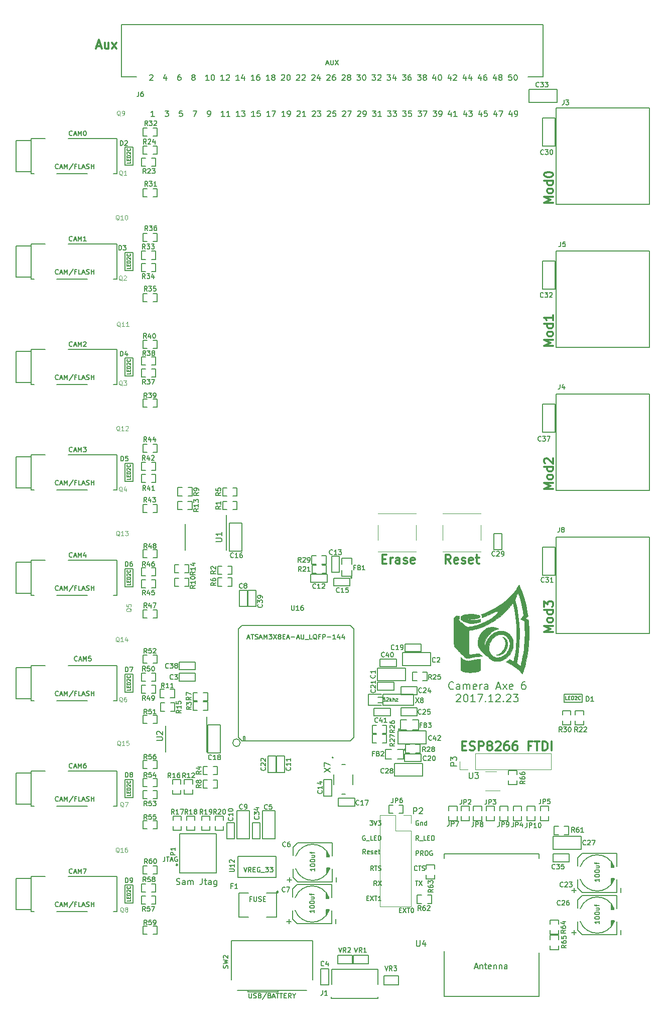
<source format=gto>
G04 #@! TF.FileFunction,Legend,Top*
%FSLAX46Y46*%
G04 Gerber Fmt 4.6, Leading zero omitted, Abs format (unit mm)*
G04 Created by KiCad (PCBNEW 4.0.7) date 01/10/18 10:43:49*
%MOMM*%
%LPD*%
G01*
G04 APERTURE LIST*
%ADD10C,0.150000*%
%ADD11C,0.152400*%
%ADD12C,0.299720*%
%ADD13C,0.203200*%
%ADD14C,0.149860*%
%ADD15C,0.120000*%
%ADD16C,0.200000*%
%ADD17C,0.250000*%
%ADD18C,0.002500*%
%ADD19C,0.119380*%
%ADD20C,0.146050*%
G04 APERTURE END LIST*
D10*
D11*
X49929144Y-168559238D02*
X50074287Y-168607619D01*
X50316191Y-168607619D01*
X50412953Y-168559238D01*
X50461334Y-168510857D01*
X50509715Y-168414095D01*
X50509715Y-168317333D01*
X50461334Y-168220571D01*
X50412953Y-168172190D01*
X50316191Y-168123810D01*
X50122668Y-168075429D01*
X50025906Y-168027048D01*
X49977525Y-167978667D01*
X49929144Y-167881905D01*
X49929144Y-167785143D01*
X49977525Y-167688381D01*
X50025906Y-167640000D01*
X50122668Y-167591619D01*
X50364572Y-167591619D01*
X50509715Y-167640000D01*
X51380572Y-168607619D02*
X51380572Y-168075429D01*
X51332191Y-167978667D01*
X51235429Y-167930286D01*
X51041906Y-167930286D01*
X50945144Y-167978667D01*
X51380572Y-168559238D02*
X51283810Y-168607619D01*
X51041906Y-168607619D01*
X50945144Y-168559238D01*
X50896763Y-168462476D01*
X50896763Y-168365714D01*
X50945144Y-168268952D01*
X51041906Y-168220571D01*
X51283810Y-168220571D01*
X51380572Y-168172190D01*
X51864382Y-168607619D02*
X51864382Y-167930286D01*
X51864382Y-168027048D02*
X51912763Y-167978667D01*
X52009525Y-167930286D01*
X52154667Y-167930286D01*
X52251429Y-167978667D01*
X52299810Y-168075429D01*
X52299810Y-168607619D01*
X52299810Y-168075429D02*
X52348191Y-167978667D01*
X52444953Y-167930286D01*
X52590096Y-167930286D01*
X52686858Y-167978667D01*
X52735239Y-168075429D01*
X52735239Y-168607619D01*
X54283429Y-167591619D02*
X54283429Y-168317333D01*
X54235049Y-168462476D01*
X54138287Y-168559238D01*
X53993144Y-168607619D01*
X53896382Y-168607619D01*
X54622096Y-167930286D02*
X55009144Y-167930286D01*
X54767239Y-167591619D02*
X54767239Y-168462476D01*
X54815620Y-168559238D01*
X54912382Y-168607619D01*
X55009144Y-168607619D01*
X55783238Y-168607619D02*
X55783238Y-168075429D01*
X55734857Y-167978667D01*
X55638095Y-167930286D01*
X55444572Y-167930286D01*
X55347810Y-167978667D01*
X55783238Y-168559238D02*
X55686476Y-168607619D01*
X55444572Y-168607619D01*
X55347810Y-168559238D01*
X55299429Y-168462476D01*
X55299429Y-168365714D01*
X55347810Y-168268952D01*
X55444572Y-168220571D01*
X55686476Y-168220571D01*
X55783238Y-168172190D01*
X56702476Y-167930286D02*
X56702476Y-168752762D01*
X56654095Y-168849524D01*
X56605714Y-168897905D01*
X56508953Y-168946286D01*
X56363810Y-168946286D01*
X56267048Y-168897905D01*
X56702476Y-168559238D02*
X56605714Y-168607619D01*
X56412191Y-168607619D01*
X56315429Y-168559238D01*
X56267048Y-168510857D01*
X56218667Y-168414095D01*
X56218667Y-168123810D01*
X56267048Y-168027048D01*
X56315429Y-167978667D01*
X56412191Y-167930286D01*
X56605714Y-167930286D01*
X56702476Y-167978667D01*
D12*
X36455894Y-27174190D02*
X37170723Y-27174190D01*
X36312929Y-27603087D02*
X36813309Y-26101947D01*
X37313689Y-27603087D01*
X38457414Y-26602327D02*
X38457414Y-27603087D01*
X37814068Y-26602327D02*
X37814068Y-27388639D01*
X37885551Y-27531604D01*
X38028517Y-27603087D01*
X38242965Y-27603087D01*
X38385931Y-27531604D01*
X38457414Y-27460121D01*
X39029277Y-27603087D02*
X39815588Y-26602327D01*
X39029277Y-26602327D02*
X39815588Y-27603087D01*
X113455087Y-126017383D02*
X111953947Y-126017383D01*
X113026190Y-125517003D01*
X111953947Y-125016623D01*
X113455087Y-125016623D01*
X113455087Y-124087345D02*
X113383604Y-124230311D01*
X113312121Y-124301794D01*
X113169156Y-124373277D01*
X112740259Y-124373277D01*
X112597293Y-124301794D01*
X112525810Y-124230311D01*
X112454327Y-124087345D01*
X112454327Y-123872897D01*
X112525810Y-123729931D01*
X112597293Y-123658448D01*
X112740259Y-123586965D01*
X113169156Y-123586965D01*
X113312121Y-123658448D01*
X113383604Y-123729931D01*
X113455087Y-123872897D01*
X113455087Y-124087345D01*
X113455087Y-122300274D02*
X111953947Y-122300274D01*
X113383604Y-122300274D02*
X113455087Y-122443240D01*
X113455087Y-122729171D01*
X113383604Y-122872137D01*
X113312121Y-122943620D01*
X113169156Y-123015103D01*
X112740259Y-123015103D01*
X112597293Y-122943620D01*
X112525810Y-122872137D01*
X112454327Y-122729171D01*
X112454327Y-122443240D01*
X112525810Y-122300274D01*
X111953947Y-121728411D02*
X111953947Y-120799134D01*
X112525810Y-121299514D01*
X112525810Y-121085066D01*
X112597293Y-120942100D01*
X112668776Y-120870617D01*
X112811741Y-120799134D01*
X113169156Y-120799134D01*
X113312121Y-120870617D01*
X113383604Y-120942100D01*
X113455087Y-121085066D01*
X113455087Y-121513963D01*
X113383604Y-121656929D01*
X113312121Y-121728411D01*
X113455087Y-101887383D02*
X111953947Y-101887383D01*
X113026190Y-101387003D01*
X111953947Y-100886623D01*
X113455087Y-100886623D01*
X113455087Y-99957345D02*
X113383604Y-100100311D01*
X113312121Y-100171794D01*
X113169156Y-100243277D01*
X112740259Y-100243277D01*
X112597293Y-100171794D01*
X112525810Y-100100311D01*
X112454327Y-99957345D01*
X112454327Y-99742897D01*
X112525810Y-99599931D01*
X112597293Y-99528448D01*
X112740259Y-99456965D01*
X113169156Y-99456965D01*
X113312121Y-99528448D01*
X113383604Y-99599931D01*
X113455087Y-99742897D01*
X113455087Y-99957345D01*
X113455087Y-98170274D02*
X111953947Y-98170274D01*
X113383604Y-98170274D02*
X113455087Y-98313240D01*
X113455087Y-98599171D01*
X113383604Y-98742137D01*
X113312121Y-98813620D01*
X113169156Y-98885103D01*
X112740259Y-98885103D01*
X112597293Y-98813620D01*
X112525810Y-98742137D01*
X112454327Y-98599171D01*
X112454327Y-98313240D01*
X112525810Y-98170274D01*
X112096913Y-97526929D02*
X112025430Y-97455446D01*
X111953947Y-97312480D01*
X111953947Y-96955066D01*
X112025430Y-96812100D01*
X112096913Y-96740617D01*
X112239879Y-96669134D01*
X112382844Y-96669134D01*
X112597293Y-96740617D01*
X113455087Y-97598411D01*
X113455087Y-96669134D01*
X113455087Y-77757383D02*
X111953947Y-77757383D01*
X113026190Y-77257003D01*
X111953947Y-76756623D01*
X113455087Y-76756623D01*
X113455087Y-75827345D02*
X113383604Y-75970311D01*
X113312121Y-76041794D01*
X113169156Y-76113277D01*
X112740259Y-76113277D01*
X112597293Y-76041794D01*
X112525810Y-75970311D01*
X112454327Y-75827345D01*
X112454327Y-75612897D01*
X112525810Y-75469931D01*
X112597293Y-75398448D01*
X112740259Y-75326965D01*
X113169156Y-75326965D01*
X113312121Y-75398448D01*
X113383604Y-75469931D01*
X113455087Y-75612897D01*
X113455087Y-75827345D01*
X113455087Y-74040274D02*
X111953947Y-74040274D01*
X113383604Y-74040274D02*
X113455087Y-74183240D01*
X113455087Y-74469171D01*
X113383604Y-74612137D01*
X113312121Y-74683620D01*
X113169156Y-74755103D01*
X112740259Y-74755103D01*
X112597293Y-74683620D01*
X112525810Y-74612137D01*
X112454327Y-74469171D01*
X112454327Y-74183240D01*
X112525810Y-74040274D01*
X113455087Y-72539134D02*
X113455087Y-73396929D01*
X113455087Y-72968031D02*
X111953947Y-72968031D01*
X112168396Y-73110997D01*
X112311361Y-73253963D01*
X112382844Y-73396929D01*
X113455087Y-53627383D02*
X111953947Y-53627383D01*
X113026190Y-53127003D01*
X111953947Y-52626623D01*
X113455087Y-52626623D01*
X113455087Y-51697345D02*
X113383604Y-51840311D01*
X113312121Y-51911794D01*
X113169156Y-51983277D01*
X112740259Y-51983277D01*
X112597293Y-51911794D01*
X112525810Y-51840311D01*
X112454327Y-51697345D01*
X112454327Y-51482897D01*
X112525810Y-51339931D01*
X112597293Y-51268448D01*
X112740259Y-51196965D01*
X113169156Y-51196965D01*
X113312121Y-51268448D01*
X113383604Y-51339931D01*
X113455087Y-51482897D01*
X113455087Y-51697345D01*
X113455087Y-49910274D02*
X111953947Y-49910274D01*
X113383604Y-49910274D02*
X113455087Y-50053240D01*
X113455087Y-50339171D01*
X113383604Y-50482137D01*
X113312121Y-50553620D01*
X113169156Y-50625103D01*
X112740259Y-50625103D01*
X112597293Y-50553620D01*
X112525810Y-50482137D01*
X112454327Y-50339171D01*
X112454327Y-50053240D01*
X112525810Y-49910274D01*
X111953947Y-48909514D02*
X111953947Y-48766549D01*
X112025430Y-48623583D01*
X112096913Y-48552100D01*
X112239879Y-48480617D01*
X112525810Y-48409134D01*
X112883224Y-48409134D01*
X113169156Y-48480617D01*
X113312121Y-48552100D01*
X113383604Y-48623583D01*
X113455087Y-48766549D01*
X113455087Y-48909514D01*
X113383604Y-49052480D01*
X113312121Y-49123963D01*
X113169156Y-49195446D01*
X112883224Y-49266929D01*
X112525810Y-49266929D01*
X112239879Y-49195446D01*
X112096913Y-49123963D01*
X112025430Y-49052480D01*
X111953947Y-48909514D01*
X98122559Y-145180776D02*
X98622939Y-145180776D01*
X98837388Y-145967087D02*
X98122559Y-145967087D01*
X98122559Y-144465947D01*
X98837388Y-144465947D01*
X99409250Y-145895604D02*
X99623699Y-145967087D01*
X99981113Y-145967087D01*
X100124079Y-145895604D01*
X100195562Y-145824121D01*
X100267045Y-145681156D01*
X100267045Y-145538190D01*
X100195562Y-145395224D01*
X100124079Y-145323741D01*
X99981113Y-145252259D01*
X99695182Y-145180776D01*
X99552216Y-145109293D01*
X99480733Y-145037810D01*
X99409250Y-144894844D01*
X99409250Y-144751879D01*
X99480733Y-144608913D01*
X99552216Y-144537430D01*
X99695182Y-144465947D01*
X100052596Y-144465947D01*
X100267045Y-144537430D01*
X100910390Y-145967087D02*
X100910390Y-144465947D01*
X101482253Y-144465947D01*
X101625219Y-144537430D01*
X101696702Y-144608913D01*
X101768185Y-144751879D01*
X101768185Y-144966327D01*
X101696702Y-145109293D01*
X101625219Y-145180776D01*
X101482253Y-145252259D01*
X100910390Y-145252259D01*
X102625979Y-145109293D02*
X102483013Y-145037810D01*
X102411530Y-144966327D01*
X102340047Y-144823361D01*
X102340047Y-144751879D01*
X102411530Y-144608913D01*
X102483013Y-144537430D01*
X102625979Y-144465947D01*
X102911910Y-144465947D01*
X103054876Y-144537430D01*
X103126359Y-144608913D01*
X103197842Y-144751879D01*
X103197842Y-144823361D01*
X103126359Y-144966327D01*
X103054876Y-145037810D01*
X102911910Y-145109293D01*
X102625979Y-145109293D01*
X102483013Y-145180776D01*
X102411530Y-145252259D01*
X102340047Y-145395224D01*
X102340047Y-145681156D01*
X102411530Y-145824121D01*
X102483013Y-145895604D01*
X102625979Y-145967087D01*
X102911910Y-145967087D01*
X103054876Y-145895604D01*
X103126359Y-145824121D01*
X103197842Y-145681156D01*
X103197842Y-145395224D01*
X103126359Y-145252259D01*
X103054876Y-145180776D01*
X102911910Y-145109293D01*
X103769704Y-144608913D02*
X103841187Y-144537430D01*
X103984153Y-144465947D01*
X104341567Y-144465947D01*
X104484533Y-144537430D01*
X104556016Y-144608913D01*
X104627499Y-144751879D01*
X104627499Y-144894844D01*
X104556016Y-145109293D01*
X103698222Y-145967087D01*
X104627499Y-145967087D01*
X105914190Y-144465947D02*
X105628259Y-144465947D01*
X105485293Y-144537430D01*
X105413810Y-144608913D01*
X105270844Y-144823361D01*
X105199361Y-145109293D01*
X105199361Y-145681156D01*
X105270844Y-145824121D01*
X105342327Y-145895604D01*
X105485293Y-145967087D01*
X105771224Y-145967087D01*
X105914190Y-145895604D01*
X105985673Y-145824121D01*
X106057156Y-145681156D01*
X106057156Y-145323741D01*
X105985673Y-145180776D01*
X105914190Y-145109293D01*
X105771224Y-145037810D01*
X105485293Y-145037810D01*
X105342327Y-145109293D01*
X105270844Y-145180776D01*
X105199361Y-145323741D01*
X107343847Y-144465947D02*
X107057916Y-144465947D01*
X106914950Y-144537430D01*
X106843467Y-144608913D01*
X106700501Y-144823361D01*
X106629018Y-145109293D01*
X106629018Y-145681156D01*
X106700501Y-145824121D01*
X106771984Y-145895604D01*
X106914950Y-145967087D01*
X107200881Y-145967087D01*
X107343847Y-145895604D01*
X107415330Y-145824121D01*
X107486813Y-145681156D01*
X107486813Y-145323741D01*
X107415330Y-145180776D01*
X107343847Y-145109293D01*
X107200881Y-145037810D01*
X106914950Y-145037810D01*
X106771984Y-145109293D01*
X106700501Y-145180776D01*
X106629018Y-145323741D01*
X109774264Y-145180776D02*
X109273884Y-145180776D01*
X109273884Y-145967087D02*
X109273884Y-144465947D01*
X109988713Y-144465947D01*
X110346127Y-144465947D02*
X111203921Y-144465947D01*
X110775024Y-145967087D02*
X110775024Y-144465947D01*
X111704301Y-145967087D02*
X111704301Y-144465947D01*
X112061716Y-144465947D01*
X112276164Y-144537430D01*
X112419130Y-144680396D01*
X112490613Y-144823361D01*
X112562096Y-145109293D01*
X112562096Y-145323741D01*
X112490613Y-145609673D01*
X112419130Y-145752639D01*
X112276164Y-145895604D01*
X112061716Y-145967087D01*
X111704301Y-145967087D01*
X113205441Y-145967087D02*
X113205441Y-144465947D01*
X84659652Y-113684776D02*
X85160032Y-113684776D01*
X85374481Y-114471087D02*
X84659652Y-114471087D01*
X84659652Y-112969947D01*
X85374481Y-112969947D01*
X86017826Y-114471087D02*
X86017826Y-113470327D01*
X86017826Y-113756259D02*
X86089309Y-113613293D01*
X86160792Y-113541810D01*
X86303758Y-113470327D01*
X86446723Y-113470327D01*
X87590449Y-114471087D02*
X87590449Y-113684776D01*
X87518966Y-113541810D01*
X87376000Y-113470327D01*
X87090069Y-113470327D01*
X86947103Y-113541810D01*
X87590449Y-114399604D02*
X87447483Y-114471087D01*
X87090069Y-114471087D01*
X86947103Y-114399604D01*
X86875620Y-114256639D01*
X86875620Y-114113673D01*
X86947103Y-113970707D01*
X87090069Y-113899224D01*
X87447483Y-113899224D01*
X87590449Y-113827741D01*
X88233794Y-114399604D02*
X88376760Y-114471087D01*
X88662692Y-114471087D01*
X88805657Y-114399604D01*
X88877140Y-114256639D01*
X88877140Y-114185156D01*
X88805657Y-114042190D01*
X88662692Y-113970707D01*
X88448243Y-113970707D01*
X88305277Y-113899224D01*
X88233794Y-113756259D01*
X88233794Y-113684776D01*
X88305277Y-113541810D01*
X88448243Y-113470327D01*
X88662692Y-113470327D01*
X88805657Y-113541810D01*
X90092349Y-114399604D02*
X89949383Y-114471087D01*
X89663452Y-114471087D01*
X89520486Y-114399604D01*
X89449003Y-114256639D01*
X89449003Y-113684776D01*
X89520486Y-113541810D01*
X89663452Y-113470327D01*
X89949383Y-113470327D01*
X90092349Y-113541810D01*
X90163832Y-113684776D01*
X90163832Y-113827741D01*
X89449003Y-113970707D01*
X96185447Y-114471087D02*
X95685067Y-113756259D01*
X95327652Y-114471087D02*
X95327652Y-112969947D01*
X95899515Y-112969947D01*
X96042481Y-113041430D01*
X96113964Y-113112913D01*
X96185447Y-113255879D01*
X96185447Y-113470327D01*
X96113964Y-113613293D01*
X96042481Y-113684776D01*
X95899515Y-113756259D01*
X95327652Y-113756259D01*
X97400655Y-114399604D02*
X97257689Y-114471087D01*
X96971758Y-114471087D01*
X96828792Y-114399604D01*
X96757309Y-114256639D01*
X96757309Y-113684776D01*
X96828792Y-113541810D01*
X96971758Y-113470327D01*
X97257689Y-113470327D01*
X97400655Y-113541810D01*
X97472138Y-113684776D01*
X97472138Y-113827741D01*
X96757309Y-113970707D01*
X98044000Y-114399604D02*
X98186966Y-114471087D01*
X98472898Y-114471087D01*
X98615863Y-114399604D01*
X98687346Y-114256639D01*
X98687346Y-114185156D01*
X98615863Y-114042190D01*
X98472898Y-113970707D01*
X98258449Y-113970707D01*
X98115483Y-113899224D01*
X98044000Y-113756259D01*
X98044000Y-113684776D01*
X98115483Y-113541810D01*
X98258449Y-113470327D01*
X98472898Y-113470327D01*
X98615863Y-113541810D01*
X99902555Y-114399604D02*
X99759589Y-114471087D01*
X99473658Y-114471087D01*
X99330692Y-114399604D01*
X99259209Y-114256639D01*
X99259209Y-113684776D01*
X99330692Y-113541810D01*
X99473658Y-113470327D01*
X99759589Y-113470327D01*
X99902555Y-113541810D01*
X99974038Y-113684776D01*
X99974038Y-113827741D01*
X99259209Y-113970707D01*
X100402935Y-113470327D02*
X100974798Y-113470327D01*
X100617383Y-112969947D02*
X100617383Y-114256639D01*
X100688866Y-114399604D01*
X100831832Y-114471087D01*
X100974798Y-114471087D01*
D11*
X87557429Y-172919571D02*
X87811429Y-172919571D01*
X87920286Y-173318714D02*
X87557429Y-173318714D01*
X87557429Y-172556714D01*
X87920286Y-172556714D01*
X88174286Y-172556714D02*
X88682286Y-173318714D01*
X88682286Y-172556714D02*
X88174286Y-173318714D01*
X88863714Y-172556714D02*
X89299143Y-172556714D01*
X89081429Y-173318714D02*
X89081429Y-172556714D01*
X89698285Y-172556714D02*
X89770857Y-172556714D01*
X89843428Y-172593000D01*
X89879714Y-172629286D01*
X89916000Y-172701857D01*
X89952285Y-172847000D01*
X89952285Y-173028429D01*
X89916000Y-173173571D01*
X89879714Y-173246143D01*
X89843428Y-173282429D01*
X89770857Y-173318714D01*
X89698285Y-173318714D01*
X89625714Y-173282429D01*
X89589428Y-173246143D01*
X89553143Y-173173571D01*
X89516857Y-173028429D01*
X89516857Y-172847000D01*
X89553143Y-172701857D01*
X89589428Y-172629286D01*
X89625714Y-172593000D01*
X89698285Y-172556714D01*
X90242571Y-167984714D02*
X90678000Y-167984714D01*
X90460286Y-168746714D02*
X90460286Y-167984714D01*
X90859428Y-167984714D02*
X91367428Y-168746714D01*
X91367428Y-167984714D02*
X90859428Y-168746714D01*
X90532857Y-166134143D02*
X90496571Y-166170429D01*
X90387714Y-166206714D01*
X90315143Y-166206714D01*
X90206286Y-166170429D01*
X90133714Y-166097857D01*
X90097429Y-166025286D01*
X90061143Y-165880143D01*
X90061143Y-165771286D01*
X90097429Y-165626143D01*
X90133714Y-165553571D01*
X90206286Y-165481000D01*
X90315143Y-165444714D01*
X90387714Y-165444714D01*
X90496571Y-165481000D01*
X90532857Y-165517286D01*
X90750571Y-165444714D02*
X91186000Y-165444714D01*
X90968286Y-166206714D02*
X90968286Y-165444714D01*
X91403714Y-166170429D02*
X91512571Y-166206714D01*
X91694000Y-166206714D01*
X91766571Y-166170429D01*
X91802857Y-166134143D01*
X91839142Y-166061571D01*
X91839142Y-165989000D01*
X91802857Y-165916429D01*
X91766571Y-165880143D01*
X91694000Y-165843857D01*
X91548857Y-165807571D01*
X91476285Y-165771286D01*
X91440000Y-165735000D01*
X91403714Y-165662429D01*
X91403714Y-165589857D01*
X91440000Y-165517286D01*
X91476285Y-165481000D01*
X91548857Y-165444714D01*
X91730285Y-165444714D01*
X91839142Y-165481000D01*
X90351429Y-163666714D02*
X90351429Y-162904714D01*
X90641714Y-162904714D01*
X90714286Y-162941000D01*
X90750571Y-162977286D01*
X90786857Y-163049857D01*
X90786857Y-163158714D01*
X90750571Y-163231286D01*
X90714286Y-163267571D01*
X90641714Y-163303857D01*
X90351429Y-163303857D01*
X91548857Y-163666714D02*
X91294857Y-163303857D01*
X91113429Y-163666714D02*
X91113429Y-162904714D01*
X91403714Y-162904714D01*
X91476286Y-162941000D01*
X91512571Y-162977286D01*
X91548857Y-163049857D01*
X91548857Y-163158714D01*
X91512571Y-163231286D01*
X91476286Y-163267571D01*
X91403714Y-163303857D01*
X91113429Y-163303857D01*
X92020571Y-162904714D02*
X92165714Y-162904714D01*
X92238286Y-162941000D01*
X92310857Y-163013571D01*
X92347143Y-163158714D01*
X92347143Y-163412714D01*
X92310857Y-163557857D01*
X92238286Y-163630429D01*
X92165714Y-163666714D01*
X92020571Y-163666714D01*
X91948000Y-163630429D01*
X91875429Y-163557857D01*
X91839143Y-163412714D01*
X91839143Y-163158714D01*
X91875429Y-163013571D01*
X91948000Y-162941000D01*
X92020571Y-162904714D01*
X93072857Y-162941000D02*
X93000286Y-162904714D01*
X92891429Y-162904714D01*
X92782572Y-162941000D01*
X92710000Y-163013571D01*
X92673715Y-163086143D01*
X92637429Y-163231286D01*
X92637429Y-163340143D01*
X92673715Y-163485286D01*
X92710000Y-163557857D01*
X92782572Y-163630429D01*
X92891429Y-163666714D01*
X92964000Y-163666714D01*
X93072857Y-163630429D01*
X93109143Y-163594143D01*
X93109143Y-163340143D01*
X92964000Y-163340143D01*
X90786857Y-161126714D02*
X90532857Y-160763857D01*
X90351429Y-161126714D02*
X90351429Y-160364714D01*
X90641714Y-160364714D01*
X90714286Y-160401000D01*
X90750571Y-160437286D01*
X90786857Y-160509857D01*
X90786857Y-160618714D01*
X90750571Y-160691286D01*
X90714286Y-160727571D01*
X90641714Y-160763857D01*
X90351429Y-160763857D01*
X90932000Y-161199286D02*
X91512571Y-161199286D01*
X92056857Y-161126714D02*
X91694000Y-161126714D01*
X91694000Y-160364714D01*
X92310857Y-160727571D02*
X92564857Y-160727571D01*
X92673714Y-161126714D02*
X92310857Y-161126714D01*
X92310857Y-160364714D01*
X92673714Y-160364714D01*
X93000286Y-161126714D02*
X93000286Y-160364714D01*
X93181714Y-160364714D01*
X93290571Y-160401000D01*
X93363143Y-160473571D01*
X93399428Y-160546143D01*
X93435714Y-160691286D01*
X93435714Y-160800143D01*
X93399428Y-160945286D01*
X93363143Y-161017857D01*
X93290571Y-161090429D01*
X93181714Y-161126714D01*
X93000286Y-161126714D01*
X82042001Y-170887571D02*
X82296001Y-170887571D01*
X82404858Y-171286714D02*
X82042001Y-171286714D01*
X82042001Y-170524714D01*
X82404858Y-170524714D01*
X82658858Y-170524714D02*
X83166858Y-171286714D01*
X83166858Y-170524714D02*
X82658858Y-171286714D01*
X83348286Y-170524714D02*
X83783715Y-170524714D01*
X83566001Y-171286714D02*
X83566001Y-170524714D01*
X84436857Y-171286714D02*
X84001429Y-171286714D01*
X84219143Y-171286714D02*
X84219143Y-170524714D01*
X84146572Y-170633571D01*
X84074000Y-170706143D01*
X84001429Y-170742429D01*
X83711143Y-168746714D02*
X83457143Y-168383857D01*
X83275715Y-168746714D02*
X83275715Y-167984714D01*
X83566000Y-167984714D01*
X83638572Y-168021000D01*
X83674857Y-168057286D01*
X83711143Y-168129857D01*
X83711143Y-168238714D01*
X83674857Y-168311286D01*
X83638572Y-168347571D01*
X83566000Y-168383857D01*
X83275715Y-168383857D01*
X83965143Y-167984714D02*
X84473143Y-168746714D01*
X84473143Y-167984714D02*
X83965143Y-168746714D01*
X83130572Y-166206714D02*
X82876572Y-165843857D01*
X82695144Y-166206714D02*
X82695144Y-165444714D01*
X82985429Y-165444714D01*
X83058001Y-165481000D01*
X83094286Y-165517286D01*
X83130572Y-165589857D01*
X83130572Y-165698714D01*
X83094286Y-165771286D01*
X83058001Y-165807571D01*
X82985429Y-165843857D01*
X82695144Y-165843857D01*
X83348286Y-165444714D02*
X83783715Y-165444714D01*
X83566001Y-166206714D02*
X83566001Y-165444714D01*
X84001429Y-166170429D02*
X84110286Y-166206714D01*
X84291715Y-166206714D01*
X84364286Y-166170429D01*
X84400572Y-166134143D01*
X84436857Y-166061571D01*
X84436857Y-165989000D01*
X84400572Y-165916429D01*
X84364286Y-165880143D01*
X84291715Y-165843857D01*
X84146572Y-165807571D01*
X84074000Y-165771286D01*
X84037715Y-165735000D01*
X84001429Y-165662429D01*
X84001429Y-165589857D01*
X84037715Y-165517286D01*
X84074000Y-165481000D01*
X84146572Y-165444714D01*
X84328000Y-165444714D01*
X84436857Y-165481000D01*
X81824285Y-163412714D02*
X81570285Y-163049857D01*
X81388857Y-163412714D02*
X81388857Y-162650714D01*
X81679142Y-162650714D01*
X81751714Y-162687000D01*
X81787999Y-162723286D01*
X81824285Y-162795857D01*
X81824285Y-162904714D01*
X81787999Y-162977286D01*
X81751714Y-163013571D01*
X81679142Y-163049857D01*
X81388857Y-163049857D01*
X82441142Y-163376429D02*
X82368571Y-163412714D01*
X82223428Y-163412714D01*
X82150857Y-163376429D01*
X82114571Y-163303857D01*
X82114571Y-163013571D01*
X82150857Y-162941000D01*
X82223428Y-162904714D01*
X82368571Y-162904714D01*
X82441142Y-162941000D01*
X82477428Y-163013571D01*
X82477428Y-163086143D01*
X82114571Y-163158714D01*
X82767714Y-163376429D02*
X82840285Y-163412714D01*
X82985428Y-163412714D01*
X83058000Y-163376429D01*
X83094285Y-163303857D01*
X83094285Y-163267571D01*
X83058000Y-163195000D01*
X82985428Y-163158714D01*
X82876571Y-163158714D01*
X82804000Y-163122429D01*
X82767714Y-163049857D01*
X82767714Y-163013571D01*
X82804000Y-162941000D01*
X82876571Y-162904714D01*
X82985428Y-162904714D01*
X83058000Y-162941000D01*
X83711142Y-163376429D02*
X83638571Y-163412714D01*
X83493428Y-163412714D01*
X83420857Y-163376429D01*
X83384571Y-163303857D01*
X83384571Y-163013571D01*
X83420857Y-162941000D01*
X83493428Y-162904714D01*
X83638571Y-162904714D01*
X83711142Y-162941000D01*
X83747428Y-163013571D01*
X83747428Y-163086143D01*
X83384571Y-163158714D01*
X83965142Y-162904714D02*
X84255428Y-162904714D01*
X84074000Y-162650714D02*
X84074000Y-163303857D01*
X84110285Y-163376429D01*
X84182857Y-163412714D01*
X84255428Y-163412714D01*
X81751714Y-160401000D02*
X81679143Y-160364714D01*
X81570286Y-160364714D01*
X81461429Y-160401000D01*
X81388857Y-160473571D01*
X81352572Y-160546143D01*
X81316286Y-160691286D01*
X81316286Y-160800143D01*
X81352572Y-160945286D01*
X81388857Y-161017857D01*
X81461429Y-161090429D01*
X81570286Y-161126714D01*
X81642857Y-161126714D01*
X81751714Y-161090429D01*
X81788000Y-161054143D01*
X81788000Y-160800143D01*
X81642857Y-160800143D01*
X81933143Y-161199286D02*
X82513714Y-161199286D01*
X83058000Y-161126714D02*
X82695143Y-161126714D01*
X82695143Y-160364714D01*
X83312000Y-160727571D02*
X83566000Y-160727571D01*
X83674857Y-161126714D02*
X83312000Y-161126714D01*
X83312000Y-160364714D01*
X83674857Y-160364714D01*
X84001429Y-161126714D02*
X84001429Y-160364714D01*
X84182857Y-160364714D01*
X84291714Y-160401000D01*
X84364286Y-160473571D01*
X84400571Y-160546143D01*
X84436857Y-160691286D01*
X84436857Y-160800143D01*
X84400571Y-160945286D01*
X84364286Y-161017857D01*
X84291714Y-161090429D01*
X84182857Y-161126714D01*
X84001429Y-161126714D01*
X82586286Y-157824714D02*
X83058000Y-157824714D01*
X82804000Y-158115000D01*
X82912858Y-158115000D01*
X82985429Y-158151286D01*
X83021715Y-158187571D01*
X83058000Y-158260143D01*
X83058000Y-158441571D01*
X83021715Y-158514143D01*
X82985429Y-158550429D01*
X82912858Y-158586714D01*
X82695143Y-158586714D01*
X82622572Y-158550429D01*
X82586286Y-158514143D01*
X83275714Y-157824714D02*
X83529714Y-158586714D01*
X83783714Y-157824714D01*
X83965143Y-157824714D02*
X84436857Y-157824714D01*
X84182857Y-158115000D01*
X84291715Y-158115000D01*
X84364286Y-158151286D01*
X84400572Y-158187571D01*
X84436857Y-158260143D01*
X84436857Y-158441571D01*
X84400572Y-158514143D01*
X84364286Y-158550429D01*
X84291715Y-158586714D01*
X84074000Y-158586714D01*
X84001429Y-158550429D01*
X83965143Y-158514143D01*
X90750571Y-157861000D02*
X90678000Y-157824714D01*
X90569143Y-157824714D01*
X90460286Y-157861000D01*
X90387714Y-157933571D01*
X90351429Y-158006143D01*
X90315143Y-158151286D01*
X90315143Y-158260143D01*
X90351429Y-158405286D01*
X90387714Y-158477857D01*
X90460286Y-158550429D01*
X90569143Y-158586714D01*
X90641714Y-158586714D01*
X90750571Y-158550429D01*
X90786857Y-158514143D01*
X90786857Y-158260143D01*
X90641714Y-158260143D01*
X91113429Y-158078714D02*
X91113429Y-158586714D01*
X91113429Y-158151286D02*
X91149714Y-158115000D01*
X91222286Y-158078714D01*
X91331143Y-158078714D01*
X91403714Y-158115000D01*
X91440000Y-158187571D01*
X91440000Y-158586714D01*
X92129429Y-158586714D02*
X92129429Y-157824714D01*
X92129429Y-158550429D02*
X92056858Y-158586714D01*
X91911715Y-158586714D01*
X91839143Y-158550429D01*
X91802858Y-158514143D01*
X91766572Y-158441571D01*
X91766572Y-158223857D01*
X91802858Y-158151286D01*
X91839143Y-158115000D01*
X91911715Y-158078714D01*
X92056858Y-158078714D01*
X92129429Y-158115000D01*
D13*
X46195585Y-39041191D02*
X45648396Y-39041191D01*
X45921990Y-39041191D02*
X45921990Y-38083611D01*
X45830792Y-38220408D01*
X45739594Y-38311606D01*
X45648396Y-38357205D01*
X47973948Y-38083611D02*
X48566736Y-38083611D01*
X48247542Y-38448403D01*
X48384340Y-38448403D01*
X48475538Y-38494002D01*
X48521137Y-38539601D01*
X48566736Y-38630800D01*
X48566736Y-38858795D01*
X48521137Y-38949993D01*
X48475538Y-38995592D01*
X48384340Y-39041191D01*
X48110745Y-39041191D01*
X48019547Y-38995592D01*
X47973948Y-38949993D01*
X50892288Y-38083611D02*
X50436297Y-38083611D01*
X50390698Y-38539601D01*
X50436297Y-38494002D01*
X50527495Y-38448403D01*
X50755491Y-38448403D01*
X50846689Y-38494002D01*
X50892288Y-38539601D01*
X50937887Y-38630800D01*
X50937887Y-38858795D01*
X50892288Y-38949993D01*
X50846689Y-38995592D01*
X50755491Y-39041191D01*
X50527495Y-39041191D01*
X50436297Y-38995592D01*
X50390698Y-38949993D01*
X52716250Y-38083611D02*
X53354637Y-38083611D01*
X52944245Y-39041191D01*
X55224198Y-39041191D02*
X55406594Y-39041191D01*
X55497793Y-38995592D01*
X55543392Y-38949993D01*
X55634590Y-38813196D01*
X55680189Y-38630800D01*
X55680189Y-38266007D01*
X55634590Y-38174809D01*
X55588991Y-38129210D01*
X55497793Y-38083611D01*
X55315396Y-38083611D01*
X55224198Y-38129210D01*
X55178599Y-38174809D01*
X55133000Y-38266007D01*
X55133000Y-38494002D01*
X55178599Y-38585200D01*
X55224198Y-38630800D01*
X55315396Y-38676399D01*
X55497793Y-38676399D01*
X55588991Y-38630800D01*
X55634590Y-38585200D01*
X55680189Y-38494002D01*
X58051340Y-39041191D02*
X57504151Y-39041191D01*
X57777745Y-39041191D02*
X57777745Y-38083611D01*
X57686547Y-38220408D01*
X57595349Y-38311606D01*
X57504151Y-38357205D01*
X58963321Y-39041191D02*
X58416132Y-39041191D01*
X58689726Y-39041191D02*
X58689726Y-38083611D01*
X58598528Y-38220408D01*
X58507330Y-38311606D01*
X58416132Y-38357205D01*
X60604887Y-39041191D02*
X60057698Y-39041191D01*
X60331292Y-39041191D02*
X60331292Y-38083611D01*
X60240094Y-38220408D01*
X60148896Y-38311606D01*
X60057698Y-38357205D01*
X60924080Y-38083611D02*
X61516868Y-38083611D01*
X61197674Y-38448403D01*
X61334472Y-38448403D01*
X61425670Y-38494002D01*
X61471269Y-38539601D01*
X61516868Y-38630800D01*
X61516868Y-38858795D01*
X61471269Y-38949993D01*
X61425670Y-38995592D01*
X61334472Y-39041191D01*
X61060877Y-39041191D01*
X60969679Y-38995592D01*
X60924080Y-38949993D01*
X63158434Y-39041191D02*
X62611245Y-39041191D01*
X62884839Y-39041191D02*
X62884839Y-38083611D01*
X62793641Y-38220408D01*
X62702443Y-38311606D01*
X62611245Y-38357205D01*
X64024816Y-38083611D02*
X63568825Y-38083611D01*
X63523226Y-38539601D01*
X63568825Y-38494002D01*
X63660023Y-38448403D01*
X63888019Y-38448403D01*
X63979217Y-38494002D01*
X64024816Y-38539601D01*
X64070415Y-38630800D01*
X64070415Y-38858795D01*
X64024816Y-38949993D01*
X63979217Y-38995592D01*
X63888019Y-39041191D01*
X63660023Y-39041191D01*
X63568825Y-38995592D01*
X63523226Y-38949993D01*
X65711981Y-39041191D02*
X65164792Y-39041191D01*
X65438386Y-39041191D02*
X65438386Y-38083611D01*
X65347188Y-38220408D01*
X65255990Y-38311606D01*
X65164792Y-38357205D01*
X66031174Y-38083611D02*
X66669561Y-38083611D01*
X66259169Y-39041191D01*
X68265528Y-39041191D02*
X67718339Y-39041191D01*
X67991933Y-39041191D02*
X67991933Y-38083611D01*
X67900735Y-38220408D01*
X67809537Y-38311606D01*
X67718339Y-38357205D01*
X68721518Y-39041191D02*
X68903914Y-39041191D01*
X68995113Y-38995592D01*
X69040712Y-38949993D01*
X69131910Y-38813196D01*
X69177509Y-38630800D01*
X69177509Y-38266007D01*
X69131910Y-38174809D01*
X69086311Y-38129210D01*
X68995113Y-38083611D01*
X68812716Y-38083611D01*
X68721518Y-38129210D01*
X68675919Y-38174809D01*
X68630320Y-38266007D01*
X68630320Y-38494002D01*
X68675919Y-38585200D01*
X68721518Y-38630800D01*
X68812716Y-38676399D01*
X68995113Y-38676399D01*
X69086311Y-38630800D01*
X69131910Y-38585200D01*
X69177509Y-38494002D01*
X70271886Y-38174809D02*
X70317485Y-38129210D01*
X70408683Y-38083611D01*
X70636679Y-38083611D01*
X70727877Y-38129210D01*
X70773476Y-38174809D01*
X70819075Y-38266007D01*
X70819075Y-38357205D01*
X70773476Y-38494002D01*
X70226287Y-39041191D01*
X70819075Y-39041191D01*
X71731056Y-39041191D02*
X71183867Y-39041191D01*
X71457461Y-39041191D02*
X71457461Y-38083611D01*
X71366263Y-38220408D01*
X71275065Y-38311606D01*
X71183867Y-38357205D01*
X72825433Y-38174809D02*
X72871032Y-38129210D01*
X72962230Y-38083611D01*
X73190226Y-38083611D01*
X73281424Y-38129210D01*
X73327023Y-38174809D01*
X73372622Y-38266007D01*
X73372622Y-38357205D01*
X73327023Y-38494002D01*
X72779834Y-39041191D01*
X73372622Y-39041191D01*
X73691815Y-38083611D02*
X74284603Y-38083611D01*
X73965409Y-38448403D01*
X74102207Y-38448403D01*
X74193405Y-38494002D01*
X74239004Y-38539601D01*
X74284603Y-38630800D01*
X74284603Y-38858795D01*
X74239004Y-38949993D01*
X74193405Y-38995592D01*
X74102207Y-39041191D01*
X73828612Y-39041191D01*
X73737414Y-38995592D01*
X73691815Y-38949993D01*
X75378980Y-38174809D02*
X75424579Y-38129210D01*
X75515777Y-38083611D01*
X75743773Y-38083611D01*
X75834971Y-38129210D01*
X75880570Y-38174809D01*
X75926169Y-38266007D01*
X75926169Y-38357205D01*
X75880570Y-38494002D01*
X75333381Y-39041191D01*
X75926169Y-39041191D01*
X76792551Y-38083611D02*
X76336560Y-38083611D01*
X76290961Y-38539601D01*
X76336560Y-38494002D01*
X76427758Y-38448403D01*
X76655754Y-38448403D01*
X76746952Y-38494002D01*
X76792551Y-38539601D01*
X76838150Y-38630800D01*
X76838150Y-38858795D01*
X76792551Y-38949993D01*
X76746952Y-38995592D01*
X76655754Y-39041191D01*
X76427758Y-39041191D01*
X76336560Y-38995592D01*
X76290961Y-38949993D01*
X77932527Y-38174809D02*
X77978126Y-38129210D01*
X78069324Y-38083611D01*
X78297320Y-38083611D01*
X78388518Y-38129210D01*
X78434117Y-38174809D01*
X78479716Y-38266007D01*
X78479716Y-38357205D01*
X78434117Y-38494002D01*
X77886928Y-39041191D01*
X78479716Y-39041191D01*
X78798909Y-38083611D02*
X79437296Y-38083611D01*
X79026904Y-39041191D01*
X80486074Y-38174809D02*
X80531673Y-38129210D01*
X80622871Y-38083611D01*
X80850867Y-38083611D01*
X80942065Y-38129210D01*
X80987664Y-38174809D01*
X81033263Y-38266007D01*
X81033263Y-38357205D01*
X80987664Y-38494002D01*
X80440475Y-39041191D01*
X81033263Y-39041191D01*
X81489253Y-39041191D02*
X81671649Y-39041191D01*
X81762848Y-38995592D01*
X81808447Y-38949993D01*
X81899645Y-38813196D01*
X81945244Y-38630800D01*
X81945244Y-38266007D01*
X81899645Y-38174809D01*
X81854046Y-38129210D01*
X81762848Y-38083611D01*
X81580451Y-38083611D01*
X81489253Y-38129210D01*
X81443654Y-38174809D01*
X81398055Y-38266007D01*
X81398055Y-38494002D01*
X81443654Y-38585200D01*
X81489253Y-38630800D01*
X81580451Y-38676399D01*
X81762848Y-38676399D01*
X81854046Y-38630800D01*
X81899645Y-38585200D01*
X81945244Y-38494002D01*
X82994022Y-38083611D02*
X83586810Y-38083611D01*
X83267616Y-38448403D01*
X83404414Y-38448403D01*
X83495612Y-38494002D01*
X83541211Y-38539601D01*
X83586810Y-38630800D01*
X83586810Y-38858795D01*
X83541211Y-38949993D01*
X83495612Y-38995592D01*
X83404414Y-39041191D01*
X83130819Y-39041191D01*
X83039621Y-38995592D01*
X82994022Y-38949993D01*
X84498791Y-39041191D02*
X83951602Y-39041191D01*
X84225196Y-39041191D02*
X84225196Y-38083611D01*
X84133998Y-38220408D01*
X84042800Y-38311606D01*
X83951602Y-38357205D01*
X85547569Y-38083611D02*
X86140357Y-38083611D01*
X85821163Y-38448403D01*
X85957961Y-38448403D01*
X86049159Y-38494002D01*
X86094758Y-38539601D01*
X86140357Y-38630800D01*
X86140357Y-38858795D01*
X86094758Y-38949993D01*
X86049159Y-38995592D01*
X85957961Y-39041191D01*
X85684366Y-39041191D01*
X85593168Y-38995592D01*
X85547569Y-38949993D01*
X86459550Y-38083611D02*
X87052338Y-38083611D01*
X86733144Y-38448403D01*
X86869942Y-38448403D01*
X86961140Y-38494002D01*
X87006739Y-38539601D01*
X87052338Y-38630800D01*
X87052338Y-38858795D01*
X87006739Y-38949993D01*
X86961140Y-38995592D01*
X86869942Y-39041191D01*
X86596347Y-39041191D01*
X86505149Y-38995592D01*
X86459550Y-38949993D01*
X88101116Y-38083611D02*
X88693904Y-38083611D01*
X88374710Y-38448403D01*
X88511508Y-38448403D01*
X88602706Y-38494002D01*
X88648305Y-38539601D01*
X88693904Y-38630800D01*
X88693904Y-38858795D01*
X88648305Y-38949993D01*
X88602706Y-38995592D01*
X88511508Y-39041191D01*
X88237913Y-39041191D01*
X88146715Y-38995592D01*
X88101116Y-38949993D01*
X89560286Y-38083611D02*
X89104295Y-38083611D01*
X89058696Y-38539601D01*
X89104295Y-38494002D01*
X89195493Y-38448403D01*
X89423489Y-38448403D01*
X89514687Y-38494002D01*
X89560286Y-38539601D01*
X89605885Y-38630800D01*
X89605885Y-38858795D01*
X89560286Y-38949993D01*
X89514687Y-38995592D01*
X89423489Y-39041191D01*
X89195493Y-39041191D01*
X89104295Y-38995592D01*
X89058696Y-38949993D01*
X90654663Y-38083611D02*
X91247451Y-38083611D01*
X90928257Y-38448403D01*
X91065055Y-38448403D01*
X91156253Y-38494002D01*
X91201852Y-38539601D01*
X91247451Y-38630800D01*
X91247451Y-38858795D01*
X91201852Y-38949993D01*
X91156253Y-38995592D01*
X91065055Y-39041191D01*
X90791460Y-39041191D01*
X90700262Y-38995592D01*
X90654663Y-38949993D01*
X91566644Y-38083611D02*
X92205031Y-38083611D01*
X91794639Y-39041191D01*
X93208210Y-38083611D02*
X93800998Y-38083611D01*
X93481804Y-38448403D01*
X93618602Y-38448403D01*
X93709800Y-38494002D01*
X93755399Y-38539601D01*
X93800998Y-38630800D01*
X93800998Y-38858795D01*
X93755399Y-38949993D01*
X93709800Y-38995592D01*
X93618602Y-39041191D01*
X93345007Y-39041191D01*
X93253809Y-38995592D01*
X93208210Y-38949993D01*
X94256988Y-39041191D02*
X94439384Y-39041191D01*
X94530583Y-38995592D01*
X94576182Y-38949993D01*
X94667380Y-38813196D01*
X94712979Y-38630800D01*
X94712979Y-38266007D01*
X94667380Y-38174809D01*
X94621781Y-38129210D01*
X94530583Y-38083611D01*
X94348186Y-38083611D01*
X94256988Y-38129210D01*
X94211389Y-38174809D01*
X94165790Y-38266007D01*
X94165790Y-38494002D01*
X94211389Y-38585200D01*
X94256988Y-38630800D01*
X94348186Y-38676399D01*
X94530583Y-38676399D01*
X94621781Y-38630800D01*
X94667380Y-38585200D01*
X94712979Y-38494002D01*
X96263347Y-38402804D02*
X96263347Y-39041191D01*
X96035351Y-38038012D02*
X95807356Y-38721998D01*
X96400144Y-38721998D01*
X97266526Y-39041191D02*
X96719337Y-39041191D01*
X96992931Y-39041191D02*
X96992931Y-38083611D01*
X96901733Y-38220408D01*
X96810535Y-38311606D01*
X96719337Y-38357205D01*
X98816894Y-38402804D02*
X98816894Y-39041191D01*
X98588898Y-38038012D02*
X98360903Y-38721998D01*
X98953691Y-38721998D01*
X99227285Y-38083611D02*
X99820073Y-38083611D01*
X99500879Y-38448403D01*
X99637677Y-38448403D01*
X99728875Y-38494002D01*
X99774474Y-38539601D01*
X99820073Y-38630800D01*
X99820073Y-38858795D01*
X99774474Y-38949993D01*
X99728875Y-38995592D01*
X99637677Y-39041191D01*
X99364082Y-39041191D01*
X99272884Y-38995592D01*
X99227285Y-38949993D01*
X101370441Y-38402804D02*
X101370441Y-39041191D01*
X101142445Y-38038012D02*
X100914450Y-38721998D01*
X101507238Y-38721998D01*
X102328021Y-38083611D02*
X101872030Y-38083611D01*
X101826431Y-38539601D01*
X101872030Y-38494002D01*
X101963228Y-38448403D01*
X102191224Y-38448403D01*
X102282422Y-38494002D01*
X102328021Y-38539601D01*
X102373620Y-38630800D01*
X102373620Y-38858795D01*
X102328021Y-38949993D01*
X102282422Y-38995592D01*
X102191224Y-39041191D01*
X101963228Y-39041191D01*
X101872030Y-38995592D01*
X101826431Y-38949993D01*
X103923988Y-38402804D02*
X103923988Y-39041191D01*
X103695992Y-38038012D02*
X103467997Y-38721998D01*
X104060785Y-38721998D01*
X104334379Y-38083611D02*
X104972766Y-38083611D01*
X104562374Y-39041191D01*
X106477535Y-38402804D02*
X106477535Y-39041191D01*
X106249539Y-38038012D02*
X106021544Y-38721998D01*
X106614332Y-38721998D01*
X107024723Y-39041191D02*
X107207119Y-39041191D01*
X107298318Y-38995592D01*
X107343917Y-38949993D01*
X107435115Y-38813196D01*
X107480714Y-38630800D01*
X107480714Y-38266007D01*
X107435115Y-38174809D01*
X107389516Y-38129210D01*
X107298318Y-38083611D01*
X107115921Y-38083611D01*
X107024723Y-38129210D01*
X106979124Y-38174809D01*
X106933525Y-38266007D01*
X106933525Y-38494002D01*
X106979124Y-38585200D01*
X107024723Y-38630800D01*
X107115921Y-38676399D01*
X107298318Y-38676399D01*
X107389516Y-38630800D01*
X107435115Y-38585200D01*
X107480714Y-38494002D01*
X45394396Y-32078809D02*
X45439995Y-32033210D01*
X45531193Y-31987611D01*
X45759189Y-31987611D01*
X45850387Y-32033210D01*
X45895986Y-32078809D01*
X45941585Y-32170007D01*
X45941585Y-32261205D01*
X45895986Y-32398002D01*
X45348797Y-32945191D01*
X45941585Y-32945191D01*
X48221538Y-32306804D02*
X48221538Y-32945191D01*
X47993542Y-31942012D02*
X47765547Y-32625998D01*
X48358335Y-32625998D01*
X50592689Y-31987611D02*
X50410292Y-31987611D01*
X50319094Y-32033210D01*
X50273495Y-32078809D01*
X50182297Y-32215606D01*
X50136698Y-32398002D01*
X50136698Y-32762795D01*
X50182297Y-32853993D01*
X50227896Y-32899592D01*
X50319094Y-32945191D01*
X50501491Y-32945191D01*
X50592689Y-32899592D01*
X50638288Y-32853993D01*
X50683887Y-32762795D01*
X50683887Y-32534800D01*
X50638288Y-32443601D01*
X50592689Y-32398002D01*
X50501491Y-32352403D01*
X50319094Y-32352403D01*
X50227896Y-32398002D01*
X50182297Y-32443601D01*
X50136698Y-32534800D01*
X52690245Y-32398002D02*
X52599047Y-32352403D01*
X52553448Y-32306804D01*
X52507849Y-32215606D01*
X52507849Y-32170007D01*
X52553448Y-32078809D01*
X52599047Y-32033210D01*
X52690245Y-31987611D01*
X52872642Y-31987611D01*
X52963840Y-32033210D01*
X53009439Y-32078809D01*
X53055038Y-32170007D01*
X53055038Y-32215606D01*
X53009439Y-32306804D01*
X52963840Y-32352403D01*
X52872642Y-32398002D01*
X52690245Y-32398002D01*
X52599047Y-32443601D01*
X52553448Y-32489200D01*
X52507849Y-32580399D01*
X52507849Y-32762795D01*
X52553448Y-32853993D01*
X52599047Y-32899592D01*
X52690245Y-32945191D01*
X52872642Y-32945191D01*
X52963840Y-32899592D01*
X53009439Y-32853993D01*
X53055038Y-32762795D01*
X53055038Y-32580399D01*
X53009439Y-32489200D01*
X52963840Y-32443601D01*
X52872642Y-32398002D01*
X55426189Y-32945191D02*
X54879000Y-32945191D01*
X55152594Y-32945191D02*
X55152594Y-31987611D01*
X55061396Y-32124408D01*
X54970198Y-32215606D01*
X54879000Y-32261205D01*
X56018976Y-31987611D02*
X56110175Y-31987611D01*
X56201373Y-32033210D01*
X56246972Y-32078809D01*
X56292571Y-32170007D01*
X56338170Y-32352403D01*
X56338170Y-32580399D01*
X56292571Y-32762795D01*
X56246972Y-32853993D01*
X56201373Y-32899592D01*
X56110175Y-32945191D01*
X56018976Y-32945191D01*
X55927778Y-32899592D01*
X55882179Y-32853993D01*
X55836580Y-32762795D01*
X55790981Y-32580399D01*
X55790981Y-32352403D01*
X55836580Y-32170007D01*
X55882179Y-32078809D01*
X55927778Y-32033210D01*
X56018976Y-31987611D01*
X57979736Y-32945191D02*
X57432547Y-32945191D01*
X57706141Y-32945191D02*
X57706141Y-31987611D01*
X57614943Y-32124408D01*
X57523745Y-32215606D01*
X57432547Y-32261205D01*
X58344528Y-32078809D02*
X58390127Y-32033210D01*
X58481325Y-31987611D01*
X58709321Y-31987611D01*
X58800519Y-32033210D01*
X58846118Y-32078809D01*
X58891717Y-32170007D01*
X58891717Y-32261205D01*
X58846118Y-32398002D01*
X58298929Y-32945191D01*
X58891717Y-32945191D01*
X60533283Y-32945191D02*
X59986094Y-32945191D01*
X60259688Y-32945191D02*
X60259688Y-31987611D01*
X60168490Y-32124408D01*
X60077292Y-32215606D01*
X59986094Y-32261205D01*
X61354066Y-32306804D02*
X61354066Y-32945191D01*
X61126070Y-31942012D02*
X60898075Y-32625998D01*
X61490863Y-32625998D01*
X63086830Y-32945191D02*
X62539641Y-32945191D01*
X62813235Y-32945191D02*
X62813235Y-31987611D01*
X62722037Y-32124408D01*
X62630839Y-32215606D01*
X62539641Y-32261205D01*
X63907613Y-31987611D02*
X63725216Y-31987611D01*
X63634018Y-32033210D01*
X63588419Y-32078809D01*
X63497221Y-32215606D01*
X63451622Y-32398002D01*
X63451622Y-32762795D01*
X63497221Y-32853993D01*
X63542820Y-32899592D01*
X63634018Y-32945191D01*
X63816415Y-32945191D01*
X63907613Y-32899592D01*
X63953212Y-32853993D01*
X63998811Y-32762795D01*
X63998811Y-32534800D01*
X63953212Y-32443601D01*
X63907613Y-32398002D01*
X63816415Y-32352403D01*
X63634018Y-32352403D01*
X63542820Y-32398002D01*
X63497221Y-32443601D01*
X63451622Y-32534800D01*
X65640377Y-32945191D02*
X65093188Y-32945191D01*
X65366782Y-32945191D02*
X65366782Y-31987611D01*
X65275584Y-32124408D01*
X65184386Y-32215606D01*
X65093188Y-32261205D01*
X66187565Y-32398002D02*
X66096367Y-32352403D01*
X66050768Y-32306804D01*
X66005169Y-32215606D01*
X66005169Y-32170007D01*
X66050768Y-32078809D01*
X66096367Y-32033210D01*
X66187565Y-31987611D01*
X66369962Y-31987611D01*
X66461160Y-32033210D01*
X66506759Y-32078809D01*
X66552358Y-32170007D01*
X66552358Y-32215606D01*
X66506759Y-32306804D01*
X66461160Y-32352403D01*
X66369962Y-32398002D01*
X66187565Y-32398002D01*
X66096367Y-32443601D01*
X66050768Y-32489200D01*
X66005169Y-32580399D01*
X66005169Y-32762795D01*
X66050768Y-32853993D01*
X66096367Y-32899592D01*
X66187565Y-32945191D01*
X66369962Y-32945191D01*
X66461160Y-32899592D01*
X66506759Y-32853993D01*
X66552358Y-32762795D01*
X66552358Y-32580399D01*
X66506759Y-32489200D01*
X66461160Y-32443601D01*
X66369962Y-32398002D01*
X67646735Y-32078809D02*
X67692334Y-32033210D01*
X67783532Y-31987611D01*
X68011528Y-31987611D01*
X68102726Y-32033210D01*
X68148325Y-32078809D01*
X68193924Y-32170007D01*
X68193924Y-32261205D01*
X68148325Y-32398002D01*
X67601136Y-32945191D01*
X68193924Y-32945191D01*
X68786711Y-31987611D02*
X68877910Y-31987611D01*
X68969108Y-32033210D01*
X69014707Y-32078809D01*
X69060306Y-32170007D01*
X69105905Y-32352403D01*
X69105905Y-32580399D01*
X69060306Y-32762795D01*
X69014707Y-32853993D01*
X68969108Y-32899592D01*
X68877910Y-32945191D01*
X68786711Y-32945191D01*
X68695513Y-32899592D01*
X68649914Y-32853993D01*
X68604315Y-32762795D01*
X68558716Y-32580399D01*
X68558716Y-32352403D01*
X68604315Y-32170007D01*
X68649914Y-32078809D01*
X68695513Y-32033210D01*
X68786711Y-31987611D01*
X70200282Y-32078809D02*
X70245881Y-32033210D01*
X70337079Y-31987611D01*
X70565075Y-31987611D01*
X70656273Y-32033210D01*
X70701872Y-32078809D01*
X70747471Y-32170007D01*
X70747471Y-32261205D01*
X70701872Y-32398002D01*
X70154683Y-32945191D01*
X70747471Y-32945191D01*
X71112263Y-32078809D02*
X71157862Y-32033210D01*
X71249060Y-31987611D01*
X71477056Y-31987611D01*
X71568254Y-32033210D01*
X71613853Y-32078809D01*
X71659452Y-32170007D01*
X71659452Y-32261205D01*
X71613853Y-32398002D01*
X71066664Y-32945191D01*
X71659452Y-32945191D01*
X72753829Y-32078809D02*
X72799428Y-32033210D01*
X72890626Y-31987611D01*
X73118622Y-31987611D01*
X73209820Y-32033210D01*
X73255419Y-32078809D01*
X73301018Y-32170007D01*
X73301018Y-32261205D01*
X73255419Y-32398002D01*
X72708230Y-32945191D01*
X73301018Y-32945191D01*
X74121801Y-32306804D02*
X74121801Y-32945191D01*
X73893805Y-31942012D02*
X73665810Y-32625998D01*
X74258598Y-32625998D01*
X75307376Y-32078809D02*
X75352975Y-32033210D01*
X75444173Y-31987611D01*
X75672169Y-31987611D01*
X75763367Y-32033210D01*
X75808966Y-32078809D01*
X75854565Y-32170007D01*
X75854565Y-32261205D01*
X75808966Y-32398002D01*
X75261777Y-32945191D01*
X75854565Y-32945191D01*
X76675348Y-31987611D02*
X76492951Y-31987611D01*
X76401753Y-32033210D01*
X76356154Y-32078809D01*
X76264956Y-32215606D01*
X76219357Y-32398002D01*
X76219357Y-32762795D01*
X76264956Y-32853993D01*
X76310555Y-32899592D01*
X76401753Y-32945191D01*
X76584150Y-32945191D01*
X76675348Y-32899592D01*
X76720947Y-32853993D01*
X76766546Y-32762795D01*
X76766546Y-32534800D01*
X76720947Y-32443601D01*
X76675348Y-32398002D01*
X76584150Y-32352403D01*
X76401753Y-32352403D01*
X76310555Y-32398002D01*
X76264956Y-32443601D01*
X76219357Y-32534800D01*
X77860923Y-32078809D02*
X77906522Y-32033210D01*
X77997720Y-31987611D01*
X78225716Y-31987611D01*
X78316914Y-32033210D01*
X78362513Y-32078809D01*
X78408112Y-32170007D01*
X78408112Y-32261205D01*
X78362513Y-32398002D01*
X77815324Y-32945191D01*
X78408112Y-32945191D01*
X78955300Y-32398002D02*
X78864102Y-32352403D01*
X78818503Y-32306804D01*
X78772904Y-32215606D01*
X78772904Y-32170007D01*
X78818503Y-32078809D01*
X78864102Y-32033210D01*
X78955300Y-31987611D01*
X79137697Y-31987611D01*
X79228895Y-32033210D01*
X79274494Y-32078809D01*
X79320093Y-32170007D01*
X79320093Y-32215606D01*
X79274494Y-32306804D01*
X79228895Y-32352403D01*
X79137697Y-32398002D01*
X78955300Y-32398002D01*
X78864102Y-32443601D01*
X78818503Y-32489200D01*
X78772904Y-32580399D01*
X78772904Y-32762795D01*
X78818503Y-32853993D01*
X78864102Y-32899592D01*
X78955300Y-32945191D01*
X79137697Y-32945191D01*
X79228895Y-32899592D01*
X79274494Y-32853993D01*
X79320093Y-32762795D01*
X79320093Y-32580399D01*
X79274494Y-32489200D01*
X79228895Y-32443601D01*
X79137697Y-32398002D01*
X80368871Y-31987611D02*
X80961659Y-31987611D01*
X80642465Y-32352403D01*
X80779263Y-32352403D01*
X80870461Y-32398002D01*
X80916060Y-32443601D01*
X80961659Y-32534800D01*
X80961659Y-32762795D01*
X80916060Y-32853993D01*
X80870461Y-32899592D01*
X80779263Y-32945191D01*
X80505668Y-32945191D01*
X80414470Y-32899592D01*
X80368871Y-32853993D01*
X81554446Y-31987611D02*
X81645645Y-31987611D01*
X81736843Y-32033210D01*
X81782442Y-32078809D01*
X81828041Y-32170007D01*
X81873640Y-32352403D01*
X81873640Y-32580399D01*
X81828041Y-32762795D01*
X81782442Y-32853993D01*
X81736843Y-32899592D01*
X81645645Y-32945191D01*
X81554446Y-32945191D01*
X81463248Y-32899592D01*
X81417649Y-32853993D01*
X81372050Y-32762795D01*
X81326451Y-32580399D01*
X81326451Y-32352403D01*
X81372050Y-32170007D01*
X81417649Y-32078809D01*
X81463248Y-32033210D01*
X81554446Y-31987611D01*
X82922418Y-31987611D02*
X83515206Y-31987611D01*
X83196012Y-32352403D01*
X83332810Y-32352403D01*
X83424008Y-32398002D01*
X83469607Y-32443601D01*
X83515206Y-32534800D01*
X83515206Y-32762795D01*
X83469607Y-32853993D01*
X83424008Y-32899592D01*
X83332810Y-32945191D01*
X83059215Y-32945191D01*
X82968017Y-32899592D01*
X82922418Y-32853993D01*
X83879998Y-32078809D02*
X83925597Y-32033210D01*
X84016795Y-31987611D01*
X84244791Y-31987611D01*
X84335989Y-32033210D01*
X84381588Y-32078809D01*
X84427187Y-32170007D01*
X84427187Y-32261205D01*
X84381588Y-32398002D01*
X83834399Y-32945191D01*
X84427187Y-32945191D01*
X85475965Y-31987611D02*
X86068753Y-31987611D01*
X85749559Y-32352403D01*
X85886357Y-32352403D01*
X85977555Y-32398002D01*
X86023154Y-32443601D01*
X86068753Y-32534800D01*
X86068753Y-32762795D01*
X86023154Y-32853993D01*
X85977555Y-32899592D01*
X85886357Y-32945191D01*
X85612762Y-32945191D01*
X85521564Y-32899592D01*
X85475965Y-32853993D01*
X86889536Y-32306804D02*
X86889536Y-32945191D01*
X86661540Y-31942012D02*
X86433545Y-32625998D01*
X87026333Y-32625998D01*
X88029512Y-31987611D02*
X88622300Y-31987611D01*
X88303106Y-32352403D01*
X88439904Y-32352403D01*
X88531102Y-32398002D01*
X88576701Y-32443601D01*
X88622300Y-32534800D01*
X88622300Y-32762795D01*
X88576701Y-32853993D01*
X88531102Y-32899592D01*
X88439904Y-32945191D01*
X88166309Y-32945191D01*
X88075111Y-32899592D01*
X88029512Y-32853993D01*
X89443083Y-31987611D02*
X89260686Y-31987611D01*
X89169488Y-32033210D01*
X89123889Y-32078809D01*
X89032691Y-32215606D01*
X88987092Y-32398002D01*
X88987092Y-32762795D01*
X89032691Y-32853993D01*
X89078290Y-32899592D01*
X89169488Y-32945191D01*
X89351885Y-32945191D01*
X89443083Y-32899592D01*
X89488682Y-32853993D01*
X89534281Y-32762795D01*
X89534281Y-32534800D01*
X89488682Y-32443601D01*
X89443083Y-32398002D01*
X89351885Y-32352403D01*
X89169488Y-32352403D01*
X89078290Y-32398002D01*
X89032691Y-32443601D01*
X88987092Y-32534800D01*
X90583059Y-31987611D02*
X91175847Y-31987611D01*
X90856653Y-32352403D01*
X90993451Y-32352403D01*
X91084649Y-32398002D01*
X91130248Y-32443601D01*
X91175847Y-32534800D01*
X91175847Y-32762795D01*
X91130248Y-32853993D01*
X91084649Y-32899592D01*
X90993451Y-32945191D01*
X90719856Y-32945191D01*
X90628658Y-32899592D01*
X90583059Y-32853993D01*
X91723035Y-32398002D02*
X91631837Y-32352403D01*
X91586238Y-32306804D01*
X91540639Y-32215606D01*
X91540639Y-32170007D01*
X91586238Y-32078809D01*
X91631837Y-32033210D01*
X91723035Y-31987611D01*
X91905432Y-31987611D01*
X91996630Y-32033210D01*
X92042229Y-32078809D01*
X92087828Y-32170007D01*
X92087828Y-32215606D01*
X92042229Y-32306804D01*
X91996630Y-32352403D01*
X91905432Y-32398002D01*
X91723035Y-32398002D01*
X91631837Y-32443601D01*
X91586238Y-32489200D01*
X91540639Y-32580399D01*
X91540639Y-32762795D01*
X91586238Y-32853993D01*
X91631837Y-32899592D01*
X91723035Y-32945191D01*
X91905432Y-32945191D01*
X91996630Y-32899592D01*
X92042229Y-32853993D01*
X92087828Y-32762795D01*
X92087828Y-32580399D01*
X92042229Y-32489200D01*
X91996630Y-32443601D01*
X91905432Y-32398002D01*
X93638196Y-32306804D02*
X93638196Y-32945191D01*
X93410200Y-31942012D02*
X93182205Y-32625998D01*
X93774993Y-32625998D01*
X94322181Y-31987611D02*
X94413380Y-31987611D01*
X94504578Y-32033210D01*
X94550177Y-32078809D01*
X94595776Y-32170007D01*
X94641375Y-32352403D01*
X94641375Y-32580399D01*
X94595776Y-32762795D01*
X94550177Y-32853993D01*
X94504578Y-32899592D01*
X94413380Y-32945191D01*
X94322181Y-32945191D01*
X94230983Y-32899592D01*
X94185384Y-32853993D01*
X94139785Y-32762795D01*
X94094186Y-32580399D01*
X94094186Y-32352403D01*
X94139785Y-32170007D01*
X94185384Y-32078809D01*
X94230983Y-32033210D01*
X94322181Y-31987611D01*
X96191743Y-32306804D02*
X96191743Y-32945191D01*
X95963747Y-31942012D02*
X95735752Y-32625998D01*
X96328540Y-32625998D01*
X96647733Y-32078809D02*
X96693332Y-32033210D01*
X96784530Y-31987611D01*
X97012526Y-31987611D01*
X97103724Y-32033210D01*
X97149323Y-32078809D01*
X97194922Y-32170007D01*
X97194922Y-32261205D01*
X97149323Y-32398002D01*
X96602134Y-32945191D01*
X97194922Y-32945191D01*
X98745290Y-32306804D02*
X98745290Y-32945191D01*
X98517294Y-31942012D02*
X98289299Y-32625998D01*
X98882087Y-32625998D01*
X99657271Y-32306804D02*
X99657271Y-32945191D01*
X99429275Y-31942012D02*
X99201280Y-32625998D01*
X99794068Y-32625998D01*
X101298837Y-32306804D02*
X101298837Y-32945191D01*
X101070841Y-31942012D02*
X100842846Y-32625998D01*
X101435634Y-32625998D01*
X102210818Y-31987611D02*
X102028421Y-31987611D01*
X101937223Y-32033210D01*
X101891624Y-32078809D01*
X101800426Y-32215606D01*
X101754827Y-32398002D01*
X101754827Y-32762795D01*
X101800426Y-32853993D01*
X101846025Y-32899592D01*
X101937223Y-32945191D01*
X102119620Y-32945191D01*
X102210818Y-32899592D01*
X102256417Y-32853993D01*
X102302016Y-32762795D01*
X102302016Y-32534800D01*
X102256417Y-32443601D01*
X102210818Y-32398002D01*
X102119620Y-32352403D01*
X101937223Y-32352403D01*
X101846025Y-32398002D01*
X101800426Y-32443601D01*
X101754827Y-32534800D01*
X103852384Y-32306804D02*
X103852384Y-32945191D01*
X103624388Y-31942012D02*
X103396393Y-32625998D01*
X103989181Y-32625998D01*
X104490770Y-32398002D02*
X104399572Y-32352403D01*
X104353973Y-32306804D01*
X104308374Y-32215606D01*
X104308374Y-32170007D01*
X104353973Y-32078809D01*
X104399572Y-32033210D01*
X104490770Y-31987611D01*
X104673167Y-31987611D01*
X104764365Y-32033210D01*
X104809964Y-32078809D01*
X104855563Y-32170007D01*
X104855563Y-32215606D01*
X104809964Y-32306804D01*
X104764365Y-32352403D01*
X104673167Y-32398002D01*
X104490770Y-32398002D01*
X104399572Y-32443601D01*
X104353973Y-32489200D01*
X104308374Y-32580399D01*
X104308374Y-32762795D01*
X104353973Y-32853993D01*
X104399572Y-32899592D01*
X104490770Y-32945191D01*
X104673167Y-32945191D01*
X104764365Y-32899592D01*
X104809964Y-32853993D01*
X104855563Y-32762795D01*
X104855563Y-32580399D01*
X104809964Y-32489200D01*
X104764365Y-32443601D01*
X104673167Y-32398002D01*
X106451530Y-31987611D02*
X105995539Y-31987611D01*
X105949940Y-32443601D01*
X105995539Y-32398002D01*
X106086737Y-32352403D01*
X106314733Y-32352403D01*
X106405931Y-32398002D01*
X106451530Y-32443601D01*
X106497129Y-32534800D01*
X106497129Y-32762795D01*
X106451530Y-32853993D01*
X106405931Y-32899592D01*
X106314733Y-32945191D01*
X106086737Y-32945191D01*
X105995539Y-32899592D01*
X105949940Y-32853993D01*
X107089916Y-31987611D02*
X107181115Y-31987611D01*
X107272313Y-32033210D01*
X107317912Y-32078809D01*
X107363511Y-32170007D01*
X107409110Y-32352403D01*
X107409110Y-32580399D01*
X107363511Y-32762795D01*
X107317912Y-32853993D01*
X107272313Y-32899592D01*
X107181115Y-32945191D01*
X107089916Y-32945191D01*
X106998718Y-32899592D01*
X106953119Y-32853993D01*
X106907520Y-32762795D01*
X106861921Y-32580399D01*
X106861921Y-32352403D01*
X106907520Y-32170007D01*
X106953119Y-32078809D01*
X106998718Y-32033210D01*
X107089916Y-31987611D01*
X96647001Y-135543471D02*
X96586525Y-135603948D01*
X96405096Y-135664424D01*
X96284144Y-135664424D01*
X96102716Y-135603948D01*
X95981763Y-135482995D01*
X95921287Y-135362043D01*
X95860811Y-135120138D01*
X95860811Y-134938710D01*
X95921287Y-134696805D01*
X95981763Y-134575852D01*
X96102716Y-134454900D01*
X96284144Y-134394424D01*
X96405096Y-134394424D01*
X96586525Y-134454900D01*
X96647001Y-134515376D01*
X97735573Y-135664424D02*
X97735573Y-134999186D01*
X97675096Y-134878233D01*
X97554144Y-134817757D01*
X97312239Y-134817757D01*
X97191287Y-134878233D01*
X97735573Y-135603948D02*
X97614620Y-135664424D01*
X97312239Y-135664424D01*
X97191287Y-135603948D01*
X97130811Y-135482995D01*
X97130811Y-135362043D01*
X97191287Y-135241090D01*
X97312239Y-135180614D01*
X97614620Y-135180614D01*
X97735573Y-135120138D01*
X98340335Y-135664424D02*
X98340335Y-134817757D01*
X98340335Y-134938710D02*
X98400811Y-134878233D01*
X98521764Y-134817757D01*
X98703192Y-134817757D01*
X98824144Y-134878233D01*
X98884621Y-134999186D01*
X98884621Y-135664424D01*
X98884621Y-134999186D02*
X98945097Y-134878233D01*
X99066049Y-134817757D01*
X99247478Y-134817757D01*
X99368430Y-134878233D01*
X99428906Y-134999186D01*
X99428906Y-135664424D01*
X100517477Y-135603948D02*
X100396525Y-135664424D01*
X100154620Y-135664424D01*
X100033668Y-135603948D01*
X99973192Y-135482995D01*
X99973192Y-134999186D01*
X100033668Y-134878233D01*
X100154620Y-134817757D01*
X100396525Y-134817757D01*
X100517477Y-134878233D01*
X100577954Y-134999186D01*
X100577954Y-135120138D01*
X99973192Y-135241090D01*
X101122239Y-135664424D02*
X101122239Y-134817757D01*
X101122239Y-135059662D02*
X101182715Y-134938710D01*
X101243191Y-134878233D01*
X101364144Y-134817757D01*
X101485096Y-134817757D01*
X102452715Y-135664424D02*
X102452715Y-134999186D01*
X102392238Y-134878233D01*
X102271286Y-134817757D01*
X102029381Y-134817757D01*
X101908429Y-134878233D01*
X102452715Y-135603948D02*
X102331762Y-135664424D01*
X102029381Y-135664424D01*
X101908429Y-135603948D01*
X101847953Y-135482995D01*
X101847953Y-135362043D01*
X101908429Y-135241090D01*
X102029381Y-135180614D01*
X102331762Y-135180614D01*
X102452715Y-135120138D01*
X103964620Y-135301567D02*
X104569382Y-135301567D01*
X103843667Y-135664424D02*
X104267001Y-134394424D01*
X104690334Y-135664424D01*
X104992715Y-135664424D02*
X105657953Y-134817757D01*
X104992715Y-134817757D02*
X105657953Y-135664424D01*
X106625571Y-135603948D02*
X106504619Y-135664424D01*
X106262714Y-135664424D01*
X106141762Y-135603948D01*
X106081286Y-135482995D01*
X106081286Y-134999186D01*
X106141762Y-134878233D01*
X106262714Y-134817757D01*
X106504619Y-134817757D01*
X106625571Y-134878233D01*
X106686048Y-134999186D01*
X106686048Y-135120138D01*
X106081286Y-135241090D01*
X108742238Y-134394424D02*
X108500333Y-134394424D01*
X108379381Y-134454900D01*
X108318904Y-134515376D01*
X108197952Y-134696805D01*
X108137476Y-134938710D01*
X108137476Y-135422519D01*
X108197952Y-135543471D01*
X108258428Y-135603948D01*
X108379381Y-135664424D01*
X108621285Y-135664424D01*
X108742238Y-135603948D01*
X108802714Y-135543471D01*
X108863190Y-135422519D01*
X108863190Y-135120138D01*
X108802714Y-134999186D01*
X108742238Y-134938710D01*
X108621285Y-134878233D01*
X108379381Y-134878233D01*
X108258428Y-134938710D01*
X108197952Y-134999186D01*
X108137476Y-135120138D01*
X97161047Y-136623576D02*
X97221523Y-136563100D01*
X97342475Y-136502624D01*
X97644856Y-136502624D01*
X97765809Y-136563100D01*
X97826285Y-136623576D01*
X97886761Y-136744529D01*
X97886761Y-136865481D01*
X97826285Y-137046910D01*
X97100571Y-137772624D01*
X97886761Y-137772624D01*
X98672952Y-136502624D02*
X98793904Y-136502624D01*
X98914856Y-136563100D01*
X98975333Y-136623576D01*
X99035809Y-136744529D01*
X99096285Y-136986433D01*
X99096285Y-137288814D01*
X99035809Y-137530719D01*
X98975333Y-137651671D01*
X98914856Y-137712148D01*
X98793904Y-137772624D01*
X98672952Y-137772624D01*
X98551999Y-137712148D01*
X98491523Y-137651671D01*
X98431047Y-137530719D01*
X98370571Y-137288814D01*
X98370571Y-136986433D01*
X98431047Y-136744529D01*
X98491523Y-136623576D01*
X98551999Y-136563100D01*
X98672952Y-136502624D01*
X100305809Y-137772624D02*
X99580095Y-137772624D01*
X99942952Y-137772624D02*
X99942952Y-136502624D01*
X99822000Y-136684052D01*
X99701047Y-136805005D01*
X99580095Y-136865481D01*
X100729143Y-136502624D02*
X101575809Y-136502624D01*
X101031524Y-137772624D01*
X102059619Y-137651671D02*
X102120095Y-137712148D01*
X102059619Y-137772624D01*
X101999143Y-137712148D01*
X102059619Y-137651671D01*
X102059619Y-137772624D01*
X103329619Y-137772624D02*
X102603905Y-137772624D01*
X102966762Y-137772624D02*
X102966762Y-136502624D01*
X102845810Y-136684052D01*
X102724857Y-136805005D01*
X102603905Y-136865481D01*
X103813429Y-136623576D02*
X103873905Y-136563100D01*
X103994857Y-136502624D01*
X104297238Y-136502624D01*
X104418191Y-136563100D01*
X104478667Y-136623576D01*
X104539143Y-136744529D01*
X104539143Y-136865481D01*
X104478667Y-137046910D01*
X103752953Y-137772624D01*
X104539143Y-137772624D01*
X105083429Y-137651671D02*
X105143905Y-137712148D01*
X105083429Y-137772624D01*
X105022953Y-137712148D01*
X105083429Y-137651671D01*
X105083429Y-137772624D01*
X105627715Y-136623576D02*
X105688191Y-136563100D01*
X105809143Y-136502624D01*
X106111524Y-136502624D01*
X106232477Y-136563100D01*
X106292953Y-136623576D01*
X106353429Y-136744529D01*
X106353429Y-136865481D01*
X106292953Y-137046910D01*
X105567239Y-137772624D01*
X106353429Y-137772624D01*
X106776763Y-136502624D02*
X107562953Y-136502624D01*
X107139620Y-136986433D01*
X107321048Y-136986433D01*
X107442001Y-137046910D01*
X107502477Y-137107386D01*
X107562953Y-137228338D01*
X107562953Y-137530719D01*
X107502477Y-137651671D01*
X107442001Y-137712148D01*
X107321048Y-137772624D01*
X106958191Y-137772624D01*
X106837239Y-137712148D01*
X106776763Y-137651671D01*
D14*
X83662520Y-141719300D02*
X82956400Y-141719300D01*
X82956400Y-141719300D02*
X82956400Y-143116300D01*
X82956400Y-143116300D02*
X83662520Y-143116300D01*
X85369400Y-141719300D02*
X84663280Y-141719300D01*
X85369400Y-141719300D02*
X85369400Y-143116300D01*
X85369400Y-143116300D02*
X84663280Y-143116300D01*
X83675220Y-143281400D02*
X82969100Y-143281400D01*
X82969100Y-143281400D02*
X82969100Y-144678400D01*
X82969100Y-144678400D02*
X83675220Y-144678400D01*
X85382100Y-143281400D02*
X84675980Y-143281400D01*
X85382100Y-143281400D02*
X85382100Y-144678400D01*
X85382100Y-144678400D02*
X84675980Y-144678400D01*
X86469620Y-155201500D02*
X85763500Y-155201500D01*
X85763500Y-155201500D02*
X85763500Y-156598500D01*
X85763500Y-156598500D02*
X86469620Y-156598500D01*
X88176500Y-155201500D02*
X87470380Y-155201500D01*
X88176500Y-155201500D02*
X88176500Y-156598500D01*
X88176500Y-156598500D02*
X87470380Y-156598500D01*
D11*
X111125000Y-180086000D02*
X111125000Y-187452000D01*
X111125000Y-187452000D02*
X95123000Y-187452000D01*
X95123000Y-187452000D02*
X95123000Y-179832000D01*
X111125000Y-164211000D02*
X111125000Y-163449000D01*
X111125000Y-163449000D02*
X95123000Y-163449000D01*
X95123000Y-163449000D02*
X95123000Y-164211000D01*
D15*
X103860000Y-149510000D02*
X102060000Y-149510000D01*
X102060000Y-152730000D02*
X104510000Y-152730000D01*
D14*
X60684000Y-144675000D02*
G75*
G03X60684000Y-144675000I-635000J0D01*
G01*
X61468000Y-143618000D02*
X61239400Y-143618000D01*
X61239400Y-143618000D02*
X61239400Y-144380000D01*
X61468000Y-144380000D02*
X61468000Y-143618000D01*
X79229000Y-144380000D02*
X79864000Y-143745000D01*
X79864000Y-143745000D02*
X79864000Y-125495000D01*
X79864000Y-125495000D02*
X79229000Y-124860000D01*
X79229000Y-124860000D02*
X60979000Y-124860000D01*
X60979000Y-124860000D02*
X60344000Y-125495000D01*
X60344000Y-125495000D02*
X60344000Y-143745000D01*
X60344000Y-143745000D02*
X60979000Y-144380000D01*
X60979000Y-144380000D02*
X79229000Y-144380000D01*
X79603600Y-181965600D02*
X77114400Y-181965600D01*
X77114400Y-181965600D02*
X77114400Y-180492400D01*
X77114400Y-180492400D02*
X79603600Y-180492400D01*
X79603600Y-180492400D02*
X79603600Y-181965600D01*
X79781400Y-180492400D02*
X82270600Y-180492400D01*
X82270600Y-180492400D02*
X82270600Y-181965600D01*
X82270600Y-181965600D02*
X79781400Y-181965600D01*
X79781400Y-181965600D02*
X79781400Y-180492400D01*
X129740000Y-126240000D02*
X113990000Y-126240000D01*
X113990000Y-126240000D02*
X113990000Y-109980000D01*
X113990000Y-109980000D02*
X129740000Y-109980000D01*
X129740000Y-109980000D02*
X129740000Y-126240000D01*
X129740000Y-102110000D02*
X113990000Y-102110000D01*
X113990000Y-102110000D02*
X113990000Y-85850000D01*
X113990000Y-85850000D02*
X129740000Y-85850000D01*
X129740000Y-85850000D02*
X129740000Y-102110000D01*
X129740000Y-77980000D02*
X113990000Y-77980000D01*
X113990000Y-77980000D02*
X113990000Y-61720000D01*
X113990000Y-61720000D02*
X129740000Y-61720000D01*
X129740000Y-61720000D02*
X129740000Y-77980000D01*
X129740000Y-53850000D02*
X113990000Y-53850000D01*
X113990000Y-53850000D02*
X113990000Y-37590000D01*
X113990000Y-37590000D02*
X129740000Y-37590000D01*
X129740000Y-37590000D02*
X129740000Y-53850000D01*
D15*
X89468000Y-159512000D02*
X89468000Y-172272000D01*
X89468000Y-172272000D02*
X84268000Y-172272000D01*
X84268000Y-172272000D02*
X84268000Y-156912000D01*
X84268000Y-156912000D02*
X86868000Y-156912000D01*
X86868000Y-156912000D02*
X86868000Y-159512000D01*
X86868000Y-159512000D02*
X89468000Y-159512000D01*
X89468000Y-158242000D02*
X89468000Y-156912000D01*
X89468000Y-156912000D02*
X88198000Y-156912000D01*
D11*
X40640000Y-32385000D02*
X43180000Y-32385000D01*
X111760000Y-32385000D02*
X109220000Y-32385000D01*
D14*
X111760000Y-23550000D02*
X40640000Y-23550000D01*
X40640000Y-23550000D02*
X40640000Y-32350000D01*
X111760000Y-23550000D02*
X111760000Y-32350000D01*
X55125620Y-150939500D02*
X54419500Y-150939500D01*
X54419500Y-150939500D02*
X54419500Y-152336500D01*
X54419500Y-152336500D02*
X55125620Y-152336500D01*
X56832500Y-150939500D02*
X56126380Y-150939500D01*
X56832500Y-150939500D02*
X56832500Y-152336500D01*
X56832500Y-152336500D02*
X56126380Y-152336500D01*
X53469620Y-136221500D02*
X52763500Y-136221500D01*
X52763500Y-136221500D02*
X52763500Y-137618500D01*
X52763500Y-137618500D02*
X53469620Y-137618500D01*
X55176500Y-136221500D02*
X54470380Y-136221500D01*
X55176500Y-136221500D02*
X55176500Y-137618500D01*
X55176500Y-137618500D02*
X54470380Y-137618500D01*
X57599620Y-116881500D02*
X56893500Y-116881500D01*
X56893500Y-116881500D02*
X56893500Y-118278500D01*
X56893500Y-118278500D02*
X57599620Y-118278500D01*
X59306500Y-116881500D02*
X58600380Y-116881500D01*
X59306500Y-116881500D02*
X59306500Y-118278500D01*
X59306500Y-118278500D02*
X58600380Y-118278500D01*
X58427620Y-101663500D02*
X57721500Y-101663500D01*
X57721500Y-101663500D02*
X57721500Y-103060500D01*
X57721500Y-103060500D02*
X58427620Y-103060500D01*
X60134500Y-101663500D02*
X59428380Y-101663500D01*
X60134500Y-101663500D02*
X60134500Y-103060500D01*
X60134500Y-103060500D02*
X59428380Y-103060500D01*
X55125620Y-148653500D02*
X54419500Y-148653500D01*
X54419500Y-148653500D02*
X54419500Y-150050500D01*
X54419500Y-150050500D02*
X55125620Y-150050500D01*
X56832500Y-148653500D02*
X56126380Y-148653500D01*
X56832500Y-148653500D02*
X56832500Y-150050500D01*
X56832500Y-150050500D02*
X56126380Y-150050500D01*
X53469620Y-137781500D02*
X52763500Y-137781500D01*
X52763500Y-137781500D02*
X52763500Y-139178500D01*
X52763500Y-139178500D02*
X53469620Y-139178500D01*
X55176500Y-137781500D02*
X54470380Y-137781500D01*
X55176500Y-137781500D02*
X55176500Y-139178500D01*
X55176500Y-139178500D02*
X54470380Y-139178500D01*
X57589620Y-114871500D02*
X56883500Y-114871500D01*
X56883500Y-114871500D02*
X56883500Y-116268500D01*
X56883500Y-116268500D02*
X57589620Y-116268500D01*
X59296500Y-114871500D02*
X58590380Y-114871500D01*
X59296500Y-114871500D02*
X59296500Y-116268500D01*
X59296500Y-116268500D02*
X58590380Y-116268500D01*
X58427620Y-103949500D02*
X57721500Y-103949500D01*
X57721500Y-103949500D02*
X57721500Y-105346500D01*
X57721500Y-105346500D02*
X58427620Y-105346500D01*
X60134500Y-103949500D02*
X59428380Y-103949500D01*
X60134500Y-103949500D02*
X60134500Y-105346500D01*
X60134500Y-105346500D02*
X59428380Y-105346500D01*
X83899400Y-136967400D02*
X84735060Y-136967400D01*
X83899400Y-137932600D02*
X84735060Y-137932600D01*
X82332220Y-136522900D02*
X84534400Y-136522900D01*
X82332220Y-138377100D02*
X84534400Y-138377100D01*
X82332220Y-138377100D02*
X82332220Y-136522900D01*
D10*
X89935400Y-136522900D02*
X89935400Y-138377100D01*
D14*
X89935400Y-138377100D02*
X84735400Y-138377100D01*
D10*
X84735400Y-138377100D02*
X84735400Y-136522900D01*
X84735400Y-136522900D02*
X89935400Y-136522900D01*
D14*
X76504800Y-150063200D02*
X76504800Y-151688800D01*
X79705200Y-150063200D02*
X79705200Y-151688800D01*
X77805000Y-148376000D02*
X78405000Y-148376000D01*
X78405000Y-153376000D02*
X77805000Y-153376000D01*
D16*
X76371600Y-147187200D02*
G75*
G03X76371600Y-147187200I-100000J0D01*
G01*
D14*
X84924900Y-184010300D02*
X87414100Y-184010300D01*
X87414100Y-184010300D02*
X87414100Y-185483500D01*
X87414100Y-185483500D02*
X84924900Y-185483500D01*
X84924900Y-185483500D02*
X84924900Y-184010300D01*
X66750000Y-163858000D02*
X66750000Y-167358000D01*
X66750000Y-167358000D02*
X60250000Y-167358000D01*
X60250000Y-167358000D02*
X60250000Y-163858000D01*
X60250000Y-163858000D02*
X66750000Y-163858000D01*
X115062000Y-140962380D02*
X115062000Y-141668500D01*
X115062000Y-141668500D02*
X116459000Y-141668500D01*
X116459000Y-141668500D02*
X116459000Y-140962380D01*
X115062000Y-139255500D02*
X115062000Y-139961620D01*
X115062000Y-139255500D02*
X116459000Y-139255500D01*
X116459000Y-139255500D02*
X116459000Y-139961620D01*
X74470380Y-114528500D02*
X75176500Y-114528500D01*
X75176500Y-114528500D02*
X75176500Y-113131500D01*
X75176500Y-113131500D02*
X74470380Y-113131500D01*
X72763500Y-114528500D02*
X73469620Y-114528500D01*
X72763500Y-114528500D02*
X72763500Y-113131500D01*
X72763500Y-113131500D02*
X73469620Y-113131500D01*
X89288620Y-144970500D02*
X88582500Y-144970500D01*
X88582500Y-144970500D02*
X88582500Y-146367500D01*
X88582500Y-146367500D02*
X89288620Y-146367500D01*
X90995500Y-144970500D02*
X90289380Y-144970500D01*
X90995500Y-144970500D02*
X90995500Y-146367500D01*
X90995500Y-146367500D02*
X90289380Y-146367500D01*
X91483180Y-134175500D02*
X92189300Y-134175500D01*
X92189300Y-134175500D02*
X92189300Y-132778500D01*
X92189300Y-132778500D02*
X91483180Y-132778500D01*
X89776300Y-134175500D02*
X90482420Y-134175500D01*
X89776300Y-134175500D02*
X89776300Y-132778500D01*
X89776300Y-132778500D02*
X90482420Y-132778500D01*
X117221000Y-140962380D02*
X117221000Y-141668500D01*
X117221000Y-141668500D02*
X118618000Y-141668500D01*
X118618000Y-141668500D02*
X118618000Y-140962380D01*
X117221000Y-139255500D02*
X117221000Y-139961620D01*
X117221000Y-139255500D02*
X118618000Y-139255500D01*
X118618000Y-139255500D02*
X118618000Y-139961620D01*
X74490380Y-116098500D02*
X75196500Y-116098500D01*
X75196500Y-116098500D02*
X75196500Y-114701500D01*
X75196500Y-114701500D02*
X74490380Y-114701500D01*
X72783500Y-116098500D02*
X73489620Y-116098500D01*
X72783500Y-116098500D02*
X72783500Y-114701500D01*
X72783500Y-114701500D02*
X73489620Y-114701500D01*
X57848500Y-157741620D02*
X57848500Y-157035500D01*
X57848500Y-157035500D02*
X56451500Y-157035500D01*
X56451500Y-157035500D02*
X56451500Y-157741620D01*
X57848500Y-159448500D02*
X57848500Y-158742380D01*
X57848500Y-159448500D02*
X56451500Y-159448500D01*
X56451500Y-159448500D02*
X56451500Y-158742380D01*
X55562500Y-157741620D02*
X55562500Y-157035500D01*
X55562500Y-157035500D02*
X54165500Y-157035500D01*
X54165500Y-157035500D02*
X54165500Y-157741620D01*
X55562500Y-159448500D02*
X55562500Y-158742380D01*
X55562500Y-159448500D02*
X54165500Y-159448500D01*
X54165500Y-159448500D02*
X54165500Y-158742380D01*
X53022500Y-157741620D02*
X53022500Y-157035500D01*
X53022500Y-157035500D02*
X51625500Y-157035500D01*
X51625500Y-157035500D02*
X51625500Y-157741620D01*
X53022500Y-159448500D02*
X53022500Y-158742380D01*
X53022500Y-159448500D02*
X51625500Y-159448500D01*
X51625500Y-159448500D02*
X51625500Y-158742380D01*
X50736500Y-157741620D02*
X50736500Y-157035500D01*
X50736500Y-157035500D02*
X49339500Y-157035500D01*
X49339500Y-157035500D02*
X49339500Y-157741620D01*
X50736500Y-159448500D02*
X50736500Y-158742380D01*
X50736500Y-159448500D02*
X49339500Y-159448500D01*
X49339500Y-159448500D02*
X49339500Y-158742380D01*
D17*
X50119000Y-165272000D02*
G75*
G03X50119000Y-165272000I-125000J0D01*
G01*
D14*
X56692800Y-166637200D02*
X50495200Y-166637200D01*
X50495200Y-166636700D02*
X50495200Y-160007300D01*
X50495200Y-160006800D02*
X56692800Y-160006800D01*
X56692800Y-160007300D02*
X56692800Y-166636700D01*
D18*
G36*
X109382600Y-126169400D02*
X109382600Y-126448800D01*
X109377500Y-126713000D01*
X109374900Y-126794300D01*
X109372400Y-126931400D01*
X109367300Y-127061000D01*
X109364800Y-127182900D01*
X109359700Y-127287000D01*
X109357200Y-127373400D01*
X109354600Y-127434300D01*
X109352100Y-127469900D01*
X109352100Y-127472400D01*
X109347000Y-127523200D01*
X109344500Y-127594400D01*
X109336800Y-127673100D01*
X109336800Y-127708700D01*
X109291100Y-128300500D01*
X109225100Y-128907500D01*
X109141300Y-129522200D01*
X109037100Y-130139400D01*
X108915200Y-130749000D01*
X108778000Y-131343400D01*
X108679000Y-131714200D01*
X108679000Y-126250700D01*
X108679000Y-126057700D01*
X108679000Y-125867200D01*
X108676400Y-125684300D01*
X108673900Y-125516600D01*
X108671400Y-125371900D01*
X108666300Y-125244900D01*
X108663700Y-125201700D01*
X108656100Y-125046700D01*
X108648500Y-124894300D01*
X108638300Y-124749600D01*
X108628200Y-124609900D01*
X108620600Y-124485400D01*
X108610400Y-124373600D01*
X108602800Y-124282200D01*
X108595200Y-124213600D01*
X108587500Y-124170400D01*
X108582500Y-124155200D01*
X108564700Y-124140000D01*
X108521500Y-124114600D01*
X108465600Y-124081500D01*
X108397000Y-124040900D01*
X108392000Y-124038400D01*
X108305600Y-123990100D01*
X108214200Y-123939300D01*
X108130300Y-123891000D01*
X108074500Y-123863100D01*
X107934800Y-123784400D01*
X108211600Y-123505000D01*
X108491000Y-123228100D01*
X108442800Y-122918200D01*
X108419900Y-122768400D01*
X108397000Y-122633700D01*
X108376700Y-122504200D01*
X108353900Y-122379700D01*
X108328500Y-122252700D01*
X108300500Y-122118100D01*
X108270000Y-121973300D01*
X108234500Y-121810800D01*
X108193800Y-121625400D01*
X108158300Y-121475500D01*
X108102400Y-121234200D01*
X108051600Y-121018300D01*
X108003300Y-120827800D01*
X107960200Y-120652500D01*
X107919500Y-120495100D01*
X107878900Y-120347700D01*
X107838200Y-120208000D01*
X107795100Y-120070900D01*
X107751900Y-119933700D01*
X107703600Y-119788900D01*
X107650300Y-119639100D01*
X107647700Y-119628900D01*
X107609600Y-119517200D01*
X107576600Y-119433300D01*
X107551200Y-119374900D01*
X107533400Y-119339400D01*
X107515700Y-119321600D01*
X107510600Y-119319000D01*
X107500400Y-119331700D01*
X107485200Y-119372400D01*
X107464900Y-119428300D01*
X107439500Y-119496800D01*
X107373400Y-119679700D01*
X107294700Y-119877800D01*
X107208300Y-120078500D01*
X107114300Y-120269000D01*
X107106700Y-120286800D01*
X107005100Y-120487400D01*
X107053400Y-120657600D01*
X107208300Y-121252000D01*
X107345500Y-121874300D01*
X107464900Y-122519400D01*
X107566500Y-123190000D01*
X107650300Y-123886000D01*
X107716300Y-124607300D01*
X107729000Y-124782600D01*
X107734100Y-124891800D01*
X107739200Y-125026400D01*
X107744300Y-125183900D01*
X107749300Y-125361700D01*
X107751900Y-125552200D01*
X107754400Y-125755400D01*
X107757000Y-125963700D01*
X107757000Y-126177000D01*
X107757000Y-126387900D01*
X107757000Y-126596100D01*
X107757000Y-126794300D01*
X107754400Y-126979700D01*
X107749300Y-127149900D01*
X107746800Y-127297200D01*
X107741700Y-127421600D01*
X107736600Y-127495300D01*
X107729000Y-127612100D01*
X107721400Y-127736600D01*
X107711200Y-127863600D01*
X107703600Y-127975400D01*
X107701100Y-128023600D01*
X107673100Y-128458000D01*
X107640100Y-128866900D01*
X107602000Y-129253000D01*
X107561400Y-129621300D01*
X107513100Y-129976900D01*
X107462300Y-130327400D01*
X107431800Y-130502700D01*
X107414100Y-130614400D01*
X107393700Y-130728700D01*
X107373400Y-130843000D01*
X107353100Y-130949700D01*
X107335300Y-131046200D01*
X107317500Y-131127500D01*
X107307400Y-131188500D01*
X107297200Y-131224000D01*
X107297200Y-131224000D01*
X107302300Y-131241800D01*
X107327700Y-131267200D01*
X107373400Y-131305300D01*
X107444500Y-131356100D01*
X107459800Y-131368800D01*
X107546100Y-131429800D01*
X107642700Y-131498300D01*
X107736600Y-131569500D01*
X107797600Y-131612600D01*
X107858600Y-131660900D01*
X107911900Y-131696500D01*
X107950000Y-131721900D01*
X107970300Y-131729500D01*
X107972900Y-131729500D01*
X107977900Y-131711700D01*
X107990600Y-131668500D01*
X108011000Y-131602500D01*
X108031300Y-131518700D01*
X108056700Y-131419600D01*
X108079500Y-131333200D01*
X108214200Y-130749000D01*
X108331000Y-130164800D01*
X108432600Y-129575600D01*
X108513900Y-128976100D01*
X108582500Y-128361400D01*
X108633300Y-127729000D01*
X108663700Y-127210800D01*
X108668800Y-127101600D01*
X108673900Y-126964400D01*
X108676400Y-126804400D01*
X108679000Y-126631700D01*
X108679000Y-126443700D01*
X108679000Y-126250700D01*
X108679000Y-131714200D01*
X108625600Y-131917400D01*
X108615500Y-131955500D01*
X108595200Y-132026700D01*
X108567200Y-132115600D01*
X108536700Y-132214600D01*
X108501200Y-132326400D01*
X108465600Y-132440700D01*
X108427500Y-132552400D01*
X108392000Y-132664200D01*
X108356400Y-132763300D01*
X108328500Y-132854700D01*
X108303100Y-132925800D01*
X108285300Y-132976600D01*
X108272600Y-133002000D01*
X108272600Y-133002000D01*
X108259900Y-133004600D01*
X108229400Y-132986800D01*
X108186200Y-132946100D01*
X108163400Y-132923300D01*
X107868700Y-132631200D01*
X107579200Y-132361900D01*
X107287100Y-132115600D01*
X106987300Y-131884400D01*
X106677500Y-131666000D01*
X106398100Y-131485600D01*
X106319300Y-131437400D01*
X106220300Y-131381500D01*
X106111000Y-131318000D01*
X105996700Y-131254500D01*
X105882400Y-131191000D01*
X105775800Y-131135100D01*
X105684300Y-131086900D01*
X105613200Y-131051300D01*
X105610700Y-131051300D01*
X105570000Y-131031000D01*
X105544600Y-131015700D01*
X105539500Y-131010700D01*
X105554800Y-131000500D01*
X105590300Y-130975100D01*
X105641100Y-130942100D01*
X105681800Y-130911600D01*
X105760500Y-130858300D01*
X105844300Y-130794800D01*
X105920500Y-130733800D01*
X105940900Y-130716000D01*
X105994200Y-130672800D01*
X106039900Y-130634700D01*
X106072900Y-130609300D01*
X106083100Y-130601700D01*
X106100900Y-130601700D01*
X106144100Y-130617000D01*
X106205000Y-130644900D01*
X106281200Y-130680500D01*
X106367600Y-130721100D01*
X106459000Y-130766800D01*
X106553000Y-130815100D01*
X106641900Y-130863300D01*
X106672400Y-130881100D01*
X106723200Y-130909100D01*
X106761300Y-130929400D01*
X106779100Y-130937000D01*
X106779100Y-130937000D01*
X106784100Y-130929400D01*
X106791800Y-130904000D01*
X106804500Y-130858300D01*
X106819700Y-130789700D01*
X106840000Y-130698200D01*
X106865400Y-130576300D01*
X106880700Y-130502700D01*
X106987300Y-129923500D01*
X107078800Y-129347000D01*
X107155000Y-128765300D01*
X107213400Y-128176000D01*
X107256600Y-127569000D01*
X107287100Y-126941600D01*
X107292100Y-126766300D01*
X107294700Y-126649500D01*
X107297200Y-126540300D01*
X107299800Y-126441200D01*
X107299800Y-126344700D01*
X107299800Y-126248200D01*
X107299800Y-126146600D01*
X107297200Y-126037300D01*
X107294700Y-125920500D01*
X107292100Y-125785900D01*
X107287100Y-125636000D01*
X107282000Y-125465800D01*
X107274400Y-125267700D01*
X107266700Y-125082300D01*
X107251500Y-124747000D01*
X107226100Y-124391400D01*
X107190500Y-124015500D01*
X107149900Y-123629400D01*
X107101600Y-123240800D01*
X107061000Y-122958900D01*
X107035600Y-122796300D01*
X107007700Y-122623600D01*
X106979700Y-122448300D01*
X106946700Y-122270500D01*
X106913700Y-122095300D01*
X106880700Y-121925100D01*
X106847600Y-121762500D01*
X106814600Y-121612700D01*
X106784100Y-121475500D01*
X106753700Y-121358700D01*
X106728300Y-121259600D01*
X106707900Y-121185900D01*
X106687600Y-121140200D01*
X106685100Y-121137700D01*
X106649500Y-121071600D01*
X106502200Y-121279900D01*
X106210100Y-121671100D01*
X105885000Y-122054600D01*
X105534500Y-122433100D01*
X105158500Y-122801400D01*
X104759800Y-123159500D01*
X104340700Y-123502400D01*
X103898700Y-123830100D01*
X103441500Y-124142500D01*
X103157000Y-124322800D01*
X102699800Y-124589500D01*
X102237500Y-124828300D01*
X101772700Y-125039100D01*
X101300300Y-125224500D01*
X100817700Y-125382000D01*
X100319800Y-125514100D01*
X99804200Y-125623300D01*
X99496900Y-125679200D01*
X99402900Y-125694400D01*
X99334300Y-125709700D01*
X99286100Y-125724900D01*
X99255600Y-125740200D01*
X99235300Y-125757900D01*
X99225100Y-125773200D01*
X99222600Y-125793500D01*
X99220000Y-125844300D01*
X99217500Y-125920500D01*
X99217500Y-126022100D01*
X99214900Y-126144000D01*
X99212400Y-126286300D01*
X99212400Y-126446300D01*
X99212400Y-126621500D01*
X99209900Y-126809500D01*
X99209900Y-127007600D01*
X99209900Y-127213400D01*
X99209900Y-127424200D01*
X99209900Y-127637500D01*
X99209900Y-127853400D01*
X99209900Y-128066800D01*
X99209900Y-128275100D01*
X99209900Y-128478300D01*
X99212400Y-128673900D01*
X99212400Y-128856700D01*
X99214900Y-129024400D01*
X99214900Y-129179300D01*
X99217500Y-129313900D01*
X99217500Y-129428200D01*
X99220000Y-129522200D01*
X99222600Y-129588300D01*
X99225100Y-129626400D01*
X99227600Y-129634000D01*
X99258100Y-129702600D01*
X99308900Y-129758400D01*
X99369900Y-129799100D01*
X99405400Y-129809200D01*
X99456200Y-129811800D01*
X99535000Y-129801600D01*
X99644200Y-129783800D01*
X99664500Y-129778800D01*
X99943900Y-129725400D01*
X100220800Y-129682200D01*
X100490000Y-129646700D01*
X100744000Y-129623800D01*
X100822800Y-129618700D01*
X100990400Y-129606000D01*
X101107200Y-129717800D01*
X101168200Y-129776200D01*
X101244400Y-129844800D01*
X101323100Y-129913400D01*
X101371400Y-129954000D01*
X101521300Y-130075900D01*
X101244400Y-130088600D01*
X100807500Y-130116600D01*
X100388400Y-130164800D01*
X99982000Y-130230900D01*
X99598500Y-130314700D01*
X99479100Y-130345200D01*
X99382600Y-130368000D01*
X99306400Y-130383300D01*
X99242900Y-130393400D01*
X99187000Y-130398500D01*
X99133700Y-130401100D01*
X99118400Y-130401100D01*
X98955900Y-130388400D01*
X98806000Y-130355300D01*
X98658700Y-130294400D01*
X98658700Y-130294400D01*
X98618000Y-130271500D01*
X98579900Y-130248700D01*
X98539300Y-130220700D01*
X98496100Y-130185200D01*
X98445300Y-130139400D01*
X98384400Y-130081000D01*
X98310700Y-130009900D01*
X98221800Y-129918500D01*
X98117700Y-129809200D01*
X98079600Y-129768600D01*
X98008400Y-129697500D01*
X97922100Y-129608600D01*
X97823000Y-129504400D01*
X97716300Y-129395200D01*
X97607100Y-129280900D01*
X97500400Y-129169200D01*
X97439500Y-129105700D01*
X97307400Y-128968500D01*
X97195600Y-128854200D01*
X97104200Y-128757700D01*
X97025500Y-128676400D01*
X96964500Y-128607800D01*
X96913700Y-128551900D01*
X96875600Y-128506200D01*
X96845100Y-128468100D01*
X96822300Y-128432600D01*
X96807000Y-128402100D01*
X96791800Y-128371600D01*
X96781600Y-128338600D01*
X96768900Y-128303000D01*
X96766400Y-128292900D01*
X96761300Y-128280200D01*
X96756200Y-128264900D01*
X96753700Y-128247100D01*
X96751100Y-128224300D01*
X96748600Y-128198900D01*
X96746100Y-128163300D01*
X96743500Y-128120100D01*
X96741000Y-128064300D01*
X96738400Y-127998200D01*
X96738400Y-127916900D01*
X96735900Y-127820400D01*
X96735900Y-127708700D01*
X96733400Y-127576600D01*
X96733400Y-127426700D01*
X96733400Y-127254000D01*
X96730800Y-127058400D01*
X96730800Y-126837400D01*
X96730800Y-126591100D01*
X96728300Y-126314200D01*
X96728300Y-126009400D01*
X96728300Y-125907800D01*
X96723200Y-123621800D01*
X96763800Y-123535400D01*
X96832400Y-123421100D01*
X96916200Y-123334800D01*
X97015300Y-123276400D01*
X97132100Y-123243300D01*
X97177900Y-123238300D01*
X97231200Y-123238300D01*
X97299800Y-123240800D01*
X97376000Y-123245900D01*
X97452200Y-123253500D01*
X97520800Y-123261100D01*
X97574100Y-123268700D01*
X97607100Y-123278900D01*
X97609700Y-123281400D01*
X97614700Y-123299200D01*
X97617300Y-123342400D01*
X97617300Y-123408400D01*
X97619800Y-123489700D01*
X97617300Y-123560800D01*
X97614700Y-123659900D01*
X97612200Y-123731000D01*
X97609700Y-123776700D01*
X97607100Y-123807200D01*
X97599500Y-123819900D01*
X97591900Y-123825000D01*
X97581700Y-123822500D01*
X97530900Y-123822500D01*
X97485200Y-123840200D01*
X97457300Y-123865600D01*
X97452200Y-123906300D01*
X97467400Y-123954500D01*
X97503000Y-123997700D01*
X97523300Y-124013000D01*
X97551200Y-124033300D01*
X97597000Y-124068800D01*
X97647800Y-124112000D01*
X97655400Y-124122200D01*
X97696000Y-124155200D01*
X97754400Y-124208500D01*
X97828100Y-124272000D01*
X97914500Y-124345700D01*
X98008400Y-124424400D01*
X98102400Y-124505700D01*
X98193900Y-124587000D01*
X98280200Y-124660700D01*
X98356400Y-124724200D01*
X98417400Y-124777500D01*
X98452900Y-124805400D01*
X98503700Y-124848600D01*
X98564700Y-124899400D01*
X98623100Y-124950200D01*
X98628200Y-124955300D01*
X98689200Y-125001000D01*
X98752700Y-125046700D01*
X98811100Y-125077200D01*
X98813600Y-125079800D01*
X98859300Y-125100100D01*
X98900000Y-125110200D01*
X98948200Y-125117900D01*
X99011700Y-125120400D01*
X99067600Y-125120400D01*
X99212400Y-125112800D01*
X99382600Y-125095000D01*
X99570500Y-125067100D01*
X99778800Y-125031500D01*
X99997300Y-124985800D01*
X100220800Y-124932400D01*
X100451900Y-124874000D01*
X100678000Y-124810500D01*
X100901500Y-124741900D01*
X101114900Y-124668300D01*
X101183400Y-124642900D01*
X101340900Y-124581900D01*
X101518700Y-124503200D01*
X101714300Y-124411700D01*
X101925100Y-124307600D01*
X102141000Y-124195800D01*
X102362000Y-124073900D01*
X102583000Y-123949500D01*
X102745500Y-123852900D01*
X103037600Y-123672600D01*
X103296700Y-123489700D01*
X103530400Y-123304300D01*
X103741200Y-123116300D01*
X103804700Y-123052800D01*
X103919000Y-122933500D01*
X104005400Y-122826800D01*
X104066300Y-122732800D01*
X104099400Y-122654100D01*
X104107000Y-122588000D01*
X104101900Y-122562600D01*
X104076500Y-122524500D01*
X104038400Y-122501700D01*
X103985100Y-122494000D01*
X103911400Y-122499100D01*
X103820000Y-122519400D01*
X103710700Y-122555000D01*
X103578700Y-122608300D01*
X103423700Y-122676900D01*
X103243400Y-122760700D01*
X103078300Y-122844600D01*
X102770900Y-122997000D01*
X102476300Y-123136700D01*
X102199400Y-123266200D01*
X101942900Y-123378000D01*
X101724500Y-123469400D01*
X101643200Y-123502400D01*
X101574600Y-123530400D01*
X101518700Y-123550700D01*
X101485700Y-123563400D01*
X101478100Y-123565900D01*
X101473000Y-123553200D01*
X101470500Y-123512600D01*
X101465400Y-123459200D01*
X101462800Y-123451600D01*
X101445100Y-123337300D01*
X101401900Y-123230600D01*
X101333300Y-123126500D01*
X101325700Y-123118900D01*
X101277400Y-123055400D01*
X101549200Y-122951200D01*
X102054700Y-122740400D01*
X102555000Y-122514400D01*
X103047800Y-122265400D01*
X103525300Y-122003800D01*
X103992700Y-121724400D01*
X104447300Y-121432300D01*
X104881700Y-121130100D01*
X105293200Y-120815100D01*
X105684300Y-120492500D01*
X106047500Y-120162300D01*
X106385400Y-119829600D01*
X106481900Y-119728000D01*
X106705400Y-119476500D01*
X106906100Y-119237800D01*
X107086400Y-119004100D01*
X107246400Y-118775500D01*
X107391200Y-118546900D01*
X107523300Y-118310700D01*
X107561400Y-118239500D01*
X107680800Y-118008400D01*
X107772200Y-118201400D01*
X107988100Y-118684000D01*
X108191300Y-119192000D01*
X108381800Y-119725400D01*
X108557100Y-120276600D01*
X108717100Y-120848100D01*
X108861900Y-121432300D01*
X108988900Y-122026700D01*
X109100600Y-122631200D01*
X109161600Y-123037600D01*
X109176800Y-123139200D01*
X109187000Y-123212900D01*
X109192100Y-123263700D01*
X109194600Y-123299200D01*
X109192100Y-123319500D01*
X109184400Y-123332200D01*
X109176800Y-123339900D01*
X109174300Y-123342400D01*
X109098100Y-123393200D01*
X109019300Y-123449100D01*
X108945700Y-123502400D01*
X108877100Y-123553200D01*
X108821200Y-123596400D01*
X108780600Y-123629400D01*
X108760300Y-123649700D01*
X108757700Y-123654800D01*
X108773000Y-123665000D01*
X108811100Y-123690400D01*
X108869500Y-123723400D01*
X108940600Y-123761500D01*
X109006600Y-123797100D01*
X109085400Y-123837700D01*
X109156500Y-123875800D01*
X109212400Y-123908800D01*
X109250500Y-123929100D01*
X109263200Y-123939300D01*
X109268300Y-123959600D01*
X109275900Y-124007900D01*
X109286000Y-124081500D01*
X109293700Y-124180600D01*
X109303800Y-124297400D01*
X109316500Y-124432100D01*
X109326700Y-124579400D01*
X109336800Y-124736900D01*
X109344500Y-124830800D01*
X109357200Y-125064500D01*
X109367300Y-125326100D01*
X109374900Y-125597900D01*
X109380000Y-125882400D01*
X109382600Y-126169400D01*
X109382600Y-126169400D01*
X109382600Y-126169400D01*
G37*
X109382600Y-126169400D02*
X109382600Y-126448800D01*
X109377500Y-126713000D01*
X109374900Y-126794300D01*
X109372400Y-126931400D01*
X109367300Y-127061000D01*
X109364800Y-127182900D01*
X109359700Y-127287000D01*
X109357200Y-127373400D01*
X109354600Y-127434300D01*
X109352100Y-127469900D01*
X109352100Y-127472400D01*
X109347000Y-127523200D01*
X109344500Y-127594400D01*
X109336800Y-127673100D01*
X109336800Y-127708700D01*
X109291100Y-128300500D01*
X109225100Y-128907500D01*
X109141300Y-129522200D01*
X109037100Y-130139400D01*
X108915200Y-130749000D01*
X108778000Y-131343400D01*
X108679000Y-131714200D01*
X108679000Y-126250700D01*
X108679000Y-126057700D01*
X108679000Y-125867200D01*
X108676400Y-125684300D01*
X108673900Y-125516600D01*
X108671400Y-125371900D01*
X108666300Y-125244900D01*
X108663700Y-125201700D01*
X108656100Y-125046700D01*
X108648500Y-124894300D01*
X108638300Y-124749600D01*
X108628200Y-124609900D01*
X108620600Y-124485400D01*
X108610400Y-124373600D01*
X108602800Y-124282200D01*
X108595200Y-124213600D01*
X108587500Y-124170400D01*
X108582500Y-124155200D01*
X108564700Y-124140000D01*
X108521500Y-124114600D01*
X108465600Y-124081500D01*
X108397000Y-124040900D01*
X108392000Y-124038400D01*
X108305600Y-123990100D01*
X108214200Y-123939300D01*
X108130300Y-123891000D01*
X108074500Y-123863100D01*
X107934800Y-123784400D01*
X108211600Y-123505000D01*
X108491000Y-123228100D01*
X108442800Y-122918200D01*
X108419900Y-122768400D01*
X108397000Y-122633700D01*
X108376700Y-122504200D01*
X108353900Y-122379700D01*
X108328500Y-122252700D01*
X108300500Y-122118100D01*
X108270000Y-121973300D01*
X108234500Y-121810800D01*
X108193800Y-121625400D01*
X108158300Y-121475500D01*
X108102400Y-121234200D01*
X108051600Y-121018300D01*
X108003300Y-120827800D01*
X107960200Y-120652500D01*
X107919500Y-120495100D01*
X107878900Y-120347700D01*
X107838200Y-120208000D01*
X107795100Y-120070900D01*
X107751900Y-119933700D01*
X107703600Y-119788900D01*
X107650300Y-119639100D01*
X107647700Y-119628900D01*
X107609600Y-119517200D01*
X107576600Y-119433300D01*
X107551200Y-119374900D01*
X107533400Y-119339400D01*
X107515700Y-119321600D01*
X107510600Y-119319000D01*
X107500400Y-119331700D01*
X107485200Y-119372400D01*
X107464900Y-119428300D01*
X107439500Y-119496800D01*
X107373400Y-119679700D01*
X107294700Y-119877800D01*
X107208300Y-120078500D01*
X107114300Y-120269000D01*
X107106700Y-120286800D01*
X107005100Y-120487400D01*
X107053400Y-120657600D01*
X107208300Y-121252000D01*
X107345500Y-121874300D01*
X107464900Y-122519400D01*
X107566500Y-123190000D01*
X107650300Y-123886000D01*
X107716300Y-124607300D01*
X107729000Y-124782600D01*
X107734100Y-124891800D01*
X107739200Y-125026400D01*
X107744300Y-125183900D01*
X107749300Y-125361700D01*
X107751900Y-125552200D01*
X107754400Y-125755400D01*
X107757000Y-125963700D01*
X107757000Y-126177000D01*
X107757000Y-126387900D01*
X107757000Y-126596100D01*
X107757000Y-126794300D01*
X107754400Y-126979700D01*
X107749300Y-127149900D01*
X107746800Y-127297200D01*
X107741700Y-127421600D01*
X107736600Y-127495300D01*
X107729000Y-127612100D01*
X107721400Y-127736600D01*
X107711200Y-127863600D01*
X107703600Y-127975400D01*
X107701100Y-128023600D01*
X107673100Y-128458000D01*
X107640100Y-128866900D01*
X107602000Y-129253000D01*
X107561400Y-129621300D01*
X107513100Y-129976900D01*
X107462300Y-130327400D01*
X107431800Y-130502700D01*
X107414100Y-130614400D01*
X107393700Y-130728700D01*
X107373400Y-130843000D01*
X107353100Y-130949700D01*
X107335300Y-131046200D01*
X107317500Y-131127500D01*
X107307400Y-131188500D01*
X107297200Y-131224000D01*
X107297200Y-131224000D01*
X107302300Y-131241800D01*
X107327700Y-131267200D01*
X107373400Y-131305300D01*
X107444500Y-131356100D01*
X107459800Y-131368800D01*
X107546100Y-131429800D01*
X107642700Y-131498300D01*
X107736600Y-131569500D01*
X107797600Y-131612600D01*
X107858600Y-131660900D01*
X107911900Y-131696500D01*
X107950000Y-131721900D01*
X107970300Y-131729500D01*
X107972900Y-131729500D01*
X107977900Y-131711700D01*
X107990600Y-131668500D01*
X108011000Y-131602500D01*
X108031300Y-131518700D01*
X108056700Y-131419600D01*
X108079500Y-131333200D01*
X108214200Y-130749000D01*
X108331000Y-130164800D01*
X108432600Y-129575600D01*
X108513900Y-128976100D01*
X108582500Y-128361400D01*
X108633300Y-127729000D01*
X108663700Y-127210800D01*
X108668800Y-127101600D01*
X108673900Y-126964400D01*
X108676400Y-126804400D01*
X108679000Y-126631700D01*
X108679000Y-126443700D01*
X108679000Y-126250700D01*
X108679000Y-131714200D01*
X108625600Y-131917400D01*
X108615500Y-131955500D01*
X108595200Y-132026700D01*
X108567200Y-132115600D01*
X108536700Y-132214600D01*
X108501200Y-132326400D01*
X108465600Y-132440700D01*
X108427500Y-132552400D01*
X108392000Y-132664200D01*
X108356400Y-132763300D01*
X108328500Y-132854700D01*
X108303100Y-132925800D01*
X108285300Y-132976600D01*
X108272600Y-133002000D01*
X108272600Y-133002000D01*
X108259900Y-133004600D01*
X108229400Y-132986800D01*
X108186200Y-132946100D01*
X108163400Y-132923300D01*
X107868700Y-132631200D01*
X107579200Y-132361900D01*
X107287100Y-132115600D01*
X106987300Y-131884400D01*
X106677500Y-131666000D01*
X106398100Y-131485600D01*
X106319300Y-131437400D01*
X106220300Y-131381500D01*
X106111000Y-131318000D01*
X105996700Y-131254500D01*
X105882400Y-131191000D01*
X105775800Y-131135100D01*
X105684300Y-131086900D01*
X105613200Y-131051300D01*
X105610700Y-131051300D01*
X105570000Y-131031000D01*
X105544600Y-131015700D01*
X105539500Y-131010700D01*
X105554800Y-131000500D01*
X105590300Y-130975100D01*
X105641100Y-130942100D01*
X105681800Y-130911600D01*
X105760500Y-130858300D01*
X105844300Y-130794800D01*
X105920500Y-130733800D01*
X105940900Y-130716000D01*
X105994200Y-130672800D01*
X106039900Y-130634700D01*
X106072900Y-130609300D01*
X106083100Y-130601700D01*
X106100900Y-130601700D01*
X106144100Y-130617000D01*
X106205000Y-130644900D01*
X106281200Y-130680500D01*
X106367600Y-130721100D01*
X106459000Y-130766800D01*
X106553000Y-130815100D01*
X106641900Y-130863300D01*
X106672400Y-130881100D01*
X106723200Y-130909100D01*
X106761300Y-130929400D01*
X106779100Y-130937000D01*
X106779100Y-130937000D01*
X106784100Y-130929400D01*
X106791800Y-130904000D01*
X106804500Y-130858300D01*
X106819700Y-130789700D01*
X106840000Y-130698200D01*
X106865400Y-130576300D01*
X106880700Y-130502700D01*
X106987300Y-129923500D01*
X107078800Y-129347000D01*
X107155000Y-128765300D01*
X107213400Y-128176000D01*
X107256600Y-127569000D01*
X107287100Y-126941600D01*
X107292100Y-126766300D01*
X107294700Y-126649500D01*
X107297200Y-126540300D01*
X107299800Y-126441200D01*
X107299800Y-126344700D01*
X107299800Y-126248200D01*
X107299800Y-126146600D01*
X107297200Y-126037300D01*
X107294700Y-125920500D01*
X107292100Y-125785900D01*
X107287100Y-125636000D01*
X107282000Y-125465800D01*
X107274400Y-125267700D01*
X107266700Y-125082300D01*
X107251500Y-124747000D01*
X107226100Y-124391400D01*
X107190500Y-124015500D01*
X107149900Y-123629400D01*
X107101600Y-123240800D01*
X107061000Y-122958900D01*
X107035600Y-122796300D01*
X107007700Y-122623600D01*
X106979700Y-122448300D01*
X106946700Y-122270500D01*
X106913700Y-122095300D01*
X106880700Y-121925100D01*
X106847600Y-121762500D01*
X106814600Y-121612700D01*
X106784100Y-121475500D01*
X106753700Y-121358700D01*
X106728300Y-121259600D01*
X106707900Y-121185900D01*
X106687600Y-121140200D01*
X106685100Y-121137700D01*
X106649500Y-121071600D01*
X106502200Y-121279900D01*
X106210100Y-121671100D01*
X105885000Y-122054600D01*
X105534500Y-122433100D01*
X105158500Y-122801400D01*
X104759800Y-123159500D01*
X104340700Y-123502400D01*
X103898700Y-123830100D01*
X103441500Y-124142500D01*
X103157000Y-124322800D01*
X102699800Y-124589500D01*
X102237500Y-124828300D01*
X101772700Y-125039100D01*
X101300300Y-125224500D01*
X100817700Y-125382000D01*
X100319800Y-125514100D01*
X99804200Y-125623300D01*
X99496900Y-125679200D01*
X99402900Y-125694400D01*
X99334300Y-125709700D01*
X99286100Y-125724900D01*
X99255600Y-125740200D01*
X99235300Y-125757900D01*
X99225100Y-125773200D01*
X99222600Y-125793500D01*
X99220000Y-125844300D01*
X99217500Y-125920500D01*
X99217500Y-126022100D01*
X99214900Y-126144000D01*
X99212400Y-126286300D01*
X99212400Y-126446300D01*
X99212400Y-126621500D01*
X99209900Y-126809500D01*
X99209900Y-127007600D01*
X99209900Y-127213400D01*
X99209900Y-127424200D01*
X99209900Y-127637500D01*
X99209900Y-127853400D01*
X99209900Y-128066800D01*
X99209900Y-128275100D01*
X99209900Y-128478300D01*
X99212400Y-128673900D01*
X99212400Y-128856700D01*
X99214900Y-129024400D01*
X99214900Y-129179300D01*
X99217500Y-129313900D01*
X99217500Y-129428200D01*
X99220000Y-129522200D01*
X99222600Y-129588300D01*
X99225100Y-129626400D01*
X99227600Y-129634000D01*
X99258100Y-129702600D01*
X99308900Y-129758400D01*
X99369900Y-129799100D01*
X99405400Y-129809200D01*
X99456200Y-129811800D01*
X99535000Y-129801600D01*
X99644200Y-129783800D01*
X99664500Y-129778800D01*
X99943900Y-129725400D01*
X100220800Y-129682200D01*
X100490000Y-129646700D01*
X100744000Y-129623800D01*
X100822800Y-129618700D01*
X100990400Y-129606000D01*
X101107200Y-129717800D01*
X101168200Y-129776200D01*
X101244400Y-129844800D01*
X101323100Y-129913400D01*
X101371400Y-129954000D01*
X101521300Y-130075900D01*
X101244400Y-130088600D01*
X100807500Y-130116600D01*
X100388400Y-130164800D01*
X99982000Y-130230900D01*
X99598500Y-130314700D01*
X99479100Y-130345200D01*
X99382600Y-130368000D01*
X99306400Y-130383300D01*
X99242900Y-130393400D01*
X99187000Y-130398500D01*
X99133700Y-130401100D01*
X99118400Y-130401100D01*
X98955900Y-130388400D01*
X98806000Y-130355300D01*
X98658700Y-130294400D01*
X98658700Y-130294400D01*
X98618000Y-130271500D01*
X98579900Y-130248700D01*
X98539300Y-130220700D01*
X98496100Y-130185200D01*
X98445300Y-130139400D01*
X98384400Y-130081000D01*
X98310700Y-130009900D01*
X98221800Y-129918500D01*
X98117700Y-129809200D01*
X98079600Y-129768600D01*
X98008400Y-129697500D01*
X97922100Y-129608600D01*
X97823000Y-129504400D01*
X97716300Y-129395200D01*
X97607100Y-129280900D01*
X97500400Y-129169200D01*
X97439500Y-129105700D01*
X97307400Y-128968500D01*
X97195600Y-128854200D01*
X97104200Y-128757700D01*
X97025500Y-128676400D01*
X96964500Y-128607800D01*
X96913700Y-128551900D01*
X96875600Y-128506200D01*
X96845100Y-128468100D01*
X96822300Y-128432600D01*
X96807000Y-128402100D01*
X96791800Y-128371600D01*
X96781600Y-128338600D01*
X96768900Y-128303000D01*
X96766400Y-128292900D01*
X96761300Y-128280200D01*
X96756200Y-128264900D01*
X96753700Y-128247100D01*
X96751100Y-128224300D01*
X96748600Y-128198900D01*
X96746100Y-128163300D01*
X96743500Y-128120100D01*
X96741000Y-128064300D01*
X96738400Y-127998200D01*
X96738400Y-127916900D01*
X96735900Y-127820400D01*
X96735900Y-127708700D01*
X96733400Y-127576600D01*
X96733400Y-127426700D01*
X96733400Y-127254000D01*
X96730800Y-127058400D01*
X96730800Y-126837400D01*
X96730800Y-126591100D01*
X96728300Y-126314200D01*
X96728300Y-126009400D01*
X96728300Y-125907800D01*
X96723200Y-123621800D01*
X96763800Y-123535400D01*
X96832400Y-123421100D01*
X96916200Y-123334800D01*
X97015300Y-123276400D01*
X97132100Y-123243300D01*
X97177900Y-123238300D01*
X97231200Y-123238300D01*
X97299800Y-123240800D01*
X97376000Y-123245900D01*
X97452200Y-123253500D01*
X97520800Y-123261100D01*
X97574100Y-123268700D01*
X97607100Y-123278900D01*
X97609700Y-123281400D01*
X97614700Y-123299200D01*
X97617300Y-123342400D01*
X97617300Y-123408400D01*
X97619800Y-123489700D01*
X97617300Y-123560800D01*
X97614700Y-123659900D01*
X97612200Y-123731000D01*
X97609700Y-123776700D01*
X97607100Y-123807200D01*
X97599500Y-123819900D01*
X97591900Y-123825000D01*
X97581700Y-123822500D01*
X97530900Y-123822500D01*
X97485200Y-123840200D01*
X97457300Y-123865600D01*
X97452200Y-123906300D01*
X97467400Y-123954500D01*
X97503000Y-123997700D01*
X97523300Y-124013000D01*
X97551200Y-124033300D01*
X97597000Y-124068800D01*
X97647800Y-124112000D01*
X97655400Y-124122200D01*
X97696000Y-124155200D01*
X97754400Y-124208500D01*
X97828100Y-124272000D01*
X97914500Y-124345700D01*
X98008400Y-124424400D01*
X98102400Y-124505700D01*
X98193900Y-124587000D01*
X98280200Y-124660700D01*
X98356400Y-124724200D01*
X98417400Y-124777500D01*
X98452900Y-124805400D01*
X98503700Y-124848600D01*
X98564700Y-124899400D01*
X98623100Y-124950200D01*
X98628200Y-124955300D01*
X98689200Y-125001000D01*
X98752700Y-125046700D01*
X98811100Y-125077200D01*
X98813600Y-125079800D01*
X98859300Y-125100100D01*
X98900000Y-125110200D01*
X98948200Y-125117900D01*
X99011700Y-125120400D01*
X99067600Y-125120400D01*
X99212400Y-125112800D01*
X99382600Y-125095000D01*
X99570500Y-125067100D01*
X99778800Y-125031500D01*
X99997300Y-124985800D01*
X100220800Y-124932400D01*
X100451900Y-124874000D01*
X100678000Y-124810500D01*
X100901500Y-124741900D01*
X101114900Y-124668300D01*
X101183400Y-124642900D01*
X101340900Y-124581900D01*
X101518700Y-124503200D01*
X101714300Y-124411700D01*
X101925100Y-124307600D01*
X102141000Y-124195800D01*
X102362000Y-124073900D01*
X102583000Y-123949500D01*
X102745500Y-123852900D01*
X103037600Y-123672600D01*
X103296700Y-123489700D01*
X103530400Y-123304300D01*
X103741200Y-123116300D01*
X103804700Y-123052800D01*
X103919000Y-122933500D01*
X104005400Y-122826800D01*
X104066300Y-122732800D01*
X104099400Y-122654100D01*
X104107000Y-122588000D01*
X104101900Y-122562600D01*
X104076500Y-122524500D01*
X104038400Y-122501700D01*
X103985100Y-122494000D01*
X103911400Y-122499100D01*
X103820000Y-122519400D01*
X103710700Y-122555000D01*
X103578700Y-122608300D01*
X103423700Y-122676900D01*
X103243400Y-122760700D01*
X103078300Y-122844600D01*
X102770900Y-122997000D01*
X102476300Y-123136700D01*
X102199400Y-123266200D01*
X101942900Y-123378000D01*
X101724500Y-123469400D01*
X101643200Y-123502400D01*
X101574600Y-123530400D01*
X101518700Y-123550700D01*
X101485700Y-123563400D01*
X101478100Y-123565900D01*
X101473000Y-123553200D01*
X101470500Y-123512600D01*
X101465400Y-123459200D01*
X101462800Y-123451600D01*
X101445100Y-123337300D01*
X101401900Y-123230600D01*
X101333300Y-123126500D01*
X101325700Y-123118900D01*
X101277400Y-123055400D01*
X101549200Y-122951200D01*
X102054700Y-122740400D01*
X102555000Y-122514400D01*
X103047800Y-122265400D01*
X103525300Y-122003800D01*
X103992700Y-121724400D01*
X104447300Y-121432300D01*
X104881700Y-121130100D01*
X105293200Y-120815100D01*
X105684300Y-120492500D01*
X106047500Y-120162300D01*
X106385400Y-119829600D01*
X106481900Y-119728000D01*
X106705400Y-119476500D01*
X106906100Y-119237800D01*
X107086400Y-119004100D01*
X107246400Y-118775500D01*
X107391200Y-118546900D01*
X107523300Y-118310700D01*
X107561400Y-118239500D01*
X107680800Y-118008400D01*
X107772200Y-118201400D01*
X107988100Y-118684000D01*
X108191300Y-119192000D01*
X108381800Y-119725400D01*
X108557100Y-120276600D01*
X108717100Y-120848100D01*
X108861900Y-121432300D01*
X108988900Y-122026700D01*
X109100600Y-122631200D01*
X109161600Y-123037600D01*
X109176800Y-123139200D01*
X109187000Y-123212900D01*
X109192100Y-123263700D01*
X109194600Y-123299200D01*
X109192100Y-123319500D01*
X109184400Y-123332200D01*
X109176800Y-123339900D01*
X109174300Y-123342400D01*
X109098100Y-123393200D01*
X109019300Y-123449100D01*
X108945700Y-123502400D01*
X108877100Y-123553200D01*
X108821200Y-123596400D01*
X108780600Y-123629400D01*
X108760300Y-123649700D01*
X108757700Y-123654800D01*
X108773000Y-123665000D01*
X108811100Y-123690400D01*
X108869500Y-123723400D01*
X108940600Y-123761500D01*
X109006600Y-123797100D01*
X109085400Y-123837700D01*
X109156500Y-123875800D01*
X109212400Y-123908800D01*
X109250500Y-123929100D01*
X109263200Y-123939300D01*
X109268300Y-123959600D01*
X109275900Y-124007900D01*
X109286000Y-124081500D01*
X109293700Y-124180600D01*
X109303800Y-124297400D01*
X109316500Y-124432100D01*
X109326700Y-124579400D01*
X109336800Y-124736900D01*
X109344500Y-124830800D01*
X109357200Y-125064500D01*
X109367300Y-125326100D01*
X109374900Y-125597900D01*
X109380000Y-125882400D01*
X109382600Y-126169400D01*
X109382600Y-126169400D01*
G36*
X101183400Y-132425400D02*
X101119900Y-132486400D01*
X101031000Y-132552400D01*
X100911700Y-132613400D01*
X100761800Y-132666700D01*
X100578900Y-132715000D01*
X100368100Y-132755600D01*
X100213200Y-132778500D01*
X100134400Y-132786100D01*
X100030300Y-132793700D01*
X99905800Y-132798800D01*
X99771200Y-132803900D01*
X99631500Y-132809000D01*
X99489300Y-132809000D01*
X99354600Y-132809000D01*
X99235300Y-132809000D01*
X99133700Y-132803900D01*
X99075200Y-132801400D01*
X98844100Y-132776000D01*
X98635800Y-132742900D01*
X98447900Y-132702300D01*
X98282800Y-132656600D01*
X98143100Y-132603200D01*
X98031300Y-132544800D01*
X97950000Y-132481300D01*
X97944900Y-132476200D01*
X97891600Y-132420400D01*
X97886500Y-131320500D01*
X97884000Y-130218200D01*
X98021100Y-130363000D01*
X98110000Y-130451900D01*
X98186200Y-130523000D01*
X98254800Y-130581400D01*
X98325900Y-130627100D01*
X98399600Y-130672800D01*
X98404700Y-130675400D01*
X98600300Y-130766800D01*
X98798400Y-130825200D01*
X99001600Y-130855700D01*
X99123500Y-130860800D01*
X99176800Y-130860800D01*
X99230200Y-130858300D01*
X99283500Y-130853200D01*
X99344500Y-130843000D01*
X99418100Y-130827800D01*
X99512100Y-130804900D01*
X99631500Y-130777000D01*
X99644200Y-130774400D01*
X99931200Y-130708400D01*
X100197900Y-130657600D01*
X100451900Y-130617000D01*
X100705900Y-130586500D01*
X100962500Y-130566200D01*
X100998000Y-130563600D01*
X101183400Y-130553500D01*
X101183400Y-131490700D01*
X101183400Y-132425400D01*
X101183400Y-132425400D01*
X101183400Y-132425400D01*
G37*
X101183400Y-132425400D02*
X101119900Y-132486400D01*
X101031000Y-132552400D01*
X100911700Y-132613400D01*
X100761800Y-132666700D01*
X100578900Y-132715000D01*
X100368100Y-132755600D01*
X100213200Y-132778500D01*
X100134400Y-132786100D01*
X100030300Y-132793700D01*
X99905800Y-132798800D01*
X99771200Y-132803900D01*
X99631500Y-132809000D01*
X99489300Y-132809000D01*
X99354600Y-132809000D01*
X99235300Y-132809000D01*
X99133700Y-132803900D01*
X99075200Y-132801400D01*
X98844100Y-132776000D01*
X98635800Y-132742900D01*
X98447900Y-132702300D01*
X98282800Y-132656600D01*
X98143100Y-132603200D01*
X98031300Y-132544800D01*
X97950000Y-132481300D01*
X97944900Y-132476200D01*
X97891600Y-132420400D01*
X97886500Y-131320500D01*
X97884000Y-130218200D01*
X98021100Y-130363000D01*
X98110000Y-130451900D01*
X98186200Y-130523000D01*
X98254800Y-130581400D01*
X98325900Y-130627100D01*
X98399600Y-130672800D01*
X98404700Y-130675400D01*
X98600300Y-130766800D01*
X98798400Y-130825200D01*
X99001600Y-130855700D01*
X99123500Y-130860800D01*
X99176800Y-130860800D01*
X99230200Y-130858300D01*
X99283500Y-130853200D01*
X99344500Y-130843000D01*
X99418100Y-130827800D01*
X99512100Y-130804900D01*
X99631500Y-130777000D01*
X99644200Y-130774400D01*
X99931200Y-130708400D01*
X100197900Y-130657600D01*
X100451900Y-130617000D01*
X100705900Y-130586500D01*
X100962500Y-130566200D01*
X100998000Y-130563600D01*
X101183400Y-130553500D01*
X101183400Y-131490700D01*
X101183400Y-132425400D01*
X101183400Y-132425400D01*
G36*
X106728300Y-128104900D02*
X106728300Y-128198900D01*
X106725700Y-128275100D01*
X106720600Y-128338600D01*
X106713000Y-128397000D01*
X106705400Y-128455400D01*
X106690200Y-128521500D01*
X106687600Y-128539200D01*
X106608900Y-128831300D01*
X106507300Y-129113300D01*
X106380300Y-129380000D01*
X106233000Y-129631400D01*
X106146600Y-129748300D01*
X106146600Y-128092200D01*
X106141500Y-127858500D01*
X106108500Y-127629900D01*
X106047500Y-127411500D01*
X105981500Y-127248900D01*
X105874800Y-127058400D01*
X105747800Y-126888200D01*
X105598000Y-126740900D01*
X105430300Y-126619000D01*
X105244900Y-126522500D01*
X105041700Y-126451400D01*
X104937600Y-126431000D01*
X104813100Y-126418300D01*
X104675900Y-126413300D01*
X104538800Y-126418300D01*
X104411800Y-126431000D01*
X104305100Y-126448800D01*
X104074000Y-126519900D01*
X103858100Y-126616500D01*
X103652300Y-126738400D01*
X103459300Y-126885700D01*
X103312000Y-127022900D01*
X103167200Y-127177800D01*
X103047800Y-127335300D01*
X102938600Y-127505500D01*
X102847100Y-127678200D01*
X102745500Y-127919500D01*
X102669300Y-128168400D01*
X102623600Y-128414800D01*
X102605800Y-128658600D01*
X102618500Y-128899900D01*
X102661700Y-129136100D01*
X102692200Y-129247900D01*
X102768400Y-129446000D01*
X102864900Y-129623800D01*
X102984300Y-129786400D01*
X103096100Y-129905800D01*
X103256100Y-130040400D01*
X103431300Y-130147100D01*
X103619300Y-130225800D01*
X103817400Y-130276600D01*
X104025700Y-130296900D01*
X104241600Y-130286800D01*
X104416900Y-130258800D01*
X104653100Y-130192800D01*
X104879100Y-130096300D01*
X105095000Y-129971800D01*
X105298200Y-129816900D01*
X105473500Y-129651800D01*
X105641100Y-129456200D01*
X105788500Y-129247900D01*
X105907800Y-129026900D01*
X106006900Y-128798300D01*
X106078000Y-128567200D01*
X106126300Y-128328400D01*
X106146600Y-128092200D01*
X106146600Y-129748300D01*
X106062800Y-129865100D01*
X105872300Y-130081000D01*
X105666500Y-130274100D01*
X105443000Y-130446800D01*
X105206800Y-130596600D01*
X104955300Y-130721100D01*
X104696300Y-130815100D01*
X104462600Y-130876000D01*
X104358400Y-130891300D01*
X104236500Y-130904000D01*
X104104400Y-130911600D01*
X103977400Y-130914100D01*
X103858100Y-130911600D01*
X103774200Y-130906500D01*
X103538000Y-130860800D01*
X103312000Y-130789700D01*
X103098600Y-130693200D01*
X102903000Y-130571200D01*
X102831900Y-130517900D01*
X102804000Y-130495000D01*
X102778600Y-130474700D01*
X102750600Y-130451900D01*
X102720100Y-130426500D01*
X102684600Y-130398500D01*
X102641400Y-130360400D01*
X102585500Y-130312200D01*
X102516900Y-130253700D01*
X102433100Y-130182600D01*
X102329000Y-130093700D01*
X102207100Y-129987000D01*
X102163900Y-129951500D01*
X102059700Y-129862600D01*
X101958100Y-129773700D01*
X101861600Y-129689900D01*
X101772700Y-129613700D01*
X101696500Y-129550200D01*
X101638100Y-129501900D01*
X101625400Y-129491700D01*
X101412000Y-129293600D01*
X101229200Y-129087900D01*
X101074200Y-128872000D01*
X100949800Y-128651000D01*
X100855800Y-128419900D01*
X100789700Y-128181100D01*
X100779600Y-128112500D01*
X100766900Y-128000800D01*
X100759300Y-127868700D01*
X100761800Y-127723900D01*
X100766900Y-127576600D01*
X100779600Y-127436900D01*
X100799900Y-127312400D01*
X100805000Y-127284500D01*
X100881200Y-126992400D01*
X100985300Y-126718100D01*
X101114900Y-126459000D01*
X101274900Y-126215100D01*
X101460300Y-125986500D01*
X101617800Y-125826500D01*
X101833700Y-125641100D01*
X102064800Y-125483600D01*
X102308700Y-125356600D01*
X102567700Y-125255000D01*
X102801400Y-125191500D01*
X102867500Y-125181400D01*
X102953800Y-125173700D01*
X103058000Y-125168700D01*
X103169700Y-125168700D01*
X103284000Y-125168700D01*
X103393200Y-125173700D01*
X103492300Y-125178800D01*
X103571000Y-125189000D01*
X103611700Y-125196600D01*
X103654900Y-125211800D01*
X103718400Y-125232200D01*
X103792000Y-125260100D01*
X103873300Y-125290600D01*
X103959700Y-125323600D01*
X104043500Y-125356600D01*
X104122200Y-125389600D01*
X104188300Y-125417600D01*
X104236500Y-125437900D01*
X104264500Y-125453100D01*
X104269500Y-125455700D01*
X104251800Y-125463300D01*
X104211100Y-125473500D01*
X104162900Y-125483600D01*
X103906300Y-125557300D01*
X103652300Y-125658900D01*
X103403400Y-125788400D01*
X103162100Y-125943400D01*
X103088400Y-125999200D01*
X102986800Y-126080500D01*
X102875100Y-126182100D01*
X102760800Y-126296400D01*
X102649000Y-126415800D01*
X102547400Y-126530100D01*
X102466100Y-126631700D01*
X102296000Y-126885700D01*
X102153700Y-127142200D01*
X102039400Y-127411500D01*
X101948000Y-127696000D01*
X101899700Y-127904200D01*
X101884500Y-127980400D01*
X101871800Y-128046500D01*
X101864200Y-128112500D01*
X101859100Y-128186200D01*
X101856500Y-128272500D01*
X101856500Y-128379200D01*
X101856500Y-128412200D01*
X101856500Y-128531600D01*
X101859100Y-128628100D01*
X101861600Y-128704300D01*
X101869200Y-128772900D01*
X101879400Y-128836400D01*
X101887000Y-128869400D01*
X101917500Y-129019300D01*
X101927700Y-128734800D01*
X101940400Y-128518900D01*
X101965800Y-128320800D01*
X102003900Y-128132800D01*
X102059700Y-127937300D01*
X102082600Y-127866100D01*
X102194400Y-127589300D01*
X102331500Y-127322600D01*
X102489000Y-127073700D01*
X102671900Y-126840000D01*
X102872500Y-126624100D01*
X103091000Y-126431000D01*
X103319600Y-126260900D01*
X103568500Y-126113500D01*
X103825000Y-125991600D01*
X104094300Y-125897600D01*
X104272100Y-125851900D01*
X104391500Y-125831600D01*
X104531200Y-125818900D01*
X104678500Y-125811300D01*
X104825800Y-125808700D01*
X104960400Y-125813800D01*
X105077300Y-125826500D01*
X105082300Y-125829100D01*
X105318600Y-125882400D01*
X105544600Y-125966200D01*
X105752900Y-126075400D01*
X105948500Y-126210100D01*
X106126300Y-126367500D01*
X106283800Y-126547900D01*
X106420900Y-126751100D01*
X106537800Y-126972100D01*
X106619000Y-127180300D01*
X106654600Y-127294600D01*
X106682500Y-127401300D01*
X106702900Y-127502900D01*
X106715600Y-127612100D01*
X106725700Y-127731500D01*
X106728300Y-127871200D01*
X106728300Y-127985500D01*
X106728300Y-128104900D01*
X106728300Y-128104900D01*
X106728300Y-128104900D01*
G37*
X106728300Y-128104900D02*
X106728300Y-128198900D01*
X106725700Y-128275100D01*
X106720600Y-128338600D01*
X106713000Y-128397000D01*
X106705400Y-128455400D01*
X106690200Y-128521500D01*
X106687600Y-128539200D01*
X106608900Y-128831300D01*
X106507300Y-129113300D01*
X106380300Y-129380000D01*
X106233000Y-129631400D01*
X106146600Y-129748300D01*
X106146600Y-128092200D01*
X106141500Y-127858500D01*
X106108500Y-127629900D01*
X106047500Y-127411500D01*
X105981500Y-127248900D01*
X105874800Y-127058400D01*
X105747800Y-126888200D01*
X105598000Y-126740900D01*
X105430300Y-126619000D01*
X105244900Y-126522500D01*
X105041700Y-126451400D01*
X104937600Y-126431000D01*
X104813100Y-126418300D01*
X104675900Y-126413300D01*
X104538800Y-126418300D01*
X104411800Y-126431000D01*
X104305100Y-126448800D01*
X104074000Y-126519900D01*
X103858100Y-126616500D01*
X103652300Y-126738400D01*
X103459300Y-126885700D01*
X103312000Y-127022900D01*
X103167200Y-127177800D01*
X103047800Y-127335300D01*
X102938600Y-127505500D01*
X102847100Y-127678200D01*
X102745500Y-127919500D01*
X102669300Y-128168400D01*
X102623600Y-128414800D01*
X102605800Y-128658600D01*
X102618500Y-128899900D01*
X102661700Y-129136100D01*
X102692200Y-129247900D01*
X102768400Y-129446000D01*
X102864900Y-129623800D01*
X102984300Y-129786400D01*
X103096100Y-129905800D01*
X103256100Y-130040400D01*
X103431300Y-130147100D01*
X103619300Y-130225800D01*
X103817400Y-130276600D01*
X104025700Y-130296900D01*
X104241600Y-130286800D01*
X104416900Y-130258800D01*
X104653100Y-130192800D01*
X104879100Y-130096300D01*
X105095000Y-129971800D01*
X105298200Y-129816900D01*
X105473500Y-129651800D01*
X105641100Y-129456200D01*
X105788500Y-129247900D01*
X105907800Y-129026900D01*
X106006900Y-128798300D01*
X106078000Y-128567200D01*
X106126300Y-128328400D01*
X106146600Y-128092200D01*
X106146600Y-129748300D01*
X106062800Y-129865100D01*
X105872300Y-130081000D01*
X105666500Y-130274100D01*
X105443000Y-130446800D01*
X105206800Y-130596600D01*
X104955300Y-130721100D01*
X104696300Y-130815100D01*
X104462600Y-130876000D01*
X104358400Y-130891300D01*
X104236500Y-130904000D01*
X104104400Y-130911600D01*
X103977400Y-130914100D01*
X103858100Y-130911600D01*
X103774200Y-130906500D01*
X103538000Y-130860800D01*
X103312000Y-130789700D01*
X103098600Y-130693200D01*
X102903000Y-130571200D01*
X102831900Y-130517900D01*
X102804000Y-130495000D01*
X102778600Y-130474700D01*
X102750600Y-130451900D01*
X102720100Y-130426500D01*
X102684600Y-130398500D01*
X102641400Y-130360400D01*
X102585500Y-130312200D01*
X102516900Y-130253700D01*
X102433100Y-130182600D01*
X102329000Y-130093700D01*
X102207100Y-129987000D01*
X102163900Y-129951500D01*
X102059700Y-129862600D01*
X101958100Y-129773700D01*
X101861600Y-129689900D01*
X101772700Y-129613700D01*
X101696500Y-129550200D01*
X101638100Y-129501900D01*
X101625400Y-129491700D01*
X101412000Y-129293600D01*
X101229200Y-129087900D01*
X101074200Y-128872000D01*
X100949800Y-128651000D01*
X100855800Y-128419900D01*
X100789700Y-128181100D01*
X100779600Y-128112500D01*
X100766900Y-128000800D01*
X100759300Y-127868700D01*
X100761800Y-127723900D01*
X100766900Y-127576600D01*
X100779600Y-127436900D01*
X100799900Y-127312400D01*
X100805000Y-127284500D01*
X100881200Y-126992400D01*
X100985300Y-126718100D01*
X101114900Y-126459000D01*
X101274900Y-126215100D01*
X101460300Y-125986500D01*
X101617800Y-125826500D01*
X101833700Y-125641100D01*
X102064800Y-125483600D01*
X102308700Y-125356600D01*
X102567700Y-125255000D01*
X102801400Y-125191500D01*
X102867500Y-125181400D01*
X102953800Y-125173700D01*
X103058000Y-125168700D01*
X103169700Y-125168700D01*
X103284000Y-125168700D01*
X103393200Y-125173700D01*
X103492300Y-125178800D01*
X103571000Y-125189000D01*
X103611700Y-125196600D01*
X103654900Y-125211800D01*
X103718400Y-125232200D01*
X103792000Y-125260100D01*
X103873300Y-125290600D01*
X103959700Y-125323600D01*
X104043500Y-125356600D01*
X104122200Y-125389600D01*
X104188300Y-125417600D01*
X104236500Y-125437900D01*
X104264500Y-125453100D01*
X104269500Y-125455700D01*
X104251800Y-125463300D01*
X104211100Y-125473500D01*
X104162900Y-125483600D01*
X103906300Y-125557300D01*
X103652300Y-125658900D01*
X103403400Y-125788400D01*
X103162100Y-125943400D01*
X103088400Y-125999200D01*
X102986800Y-126080500D01*
X102875100Y-126182100D01*
X102760800Y-126296400D01*
X102649000Y-126415800D01*
X102547400Y-126530100D01*
X102466100Y-126631700D01*
X102296000Y-126885700D01*
X102153700Y-127142200D01*
X102039400Y-127411500D01*
X101948000Y-127696000D01*
X101899700Y-127904200D01*
X101884500Y-127980400D01*
X101871800Y-128046500D01*
X101864200Y-128112500D01*
X101859100Y-128186200D01*
X101856500Y-128272500D01*
X101856500Y-128379200D01*
X101856500Y-128412200D01*
X101856500Y-128531600D01*
X101859100Y-128628100D01*
X101861600Y-128704300D01*
X101869200Y-128772900D01*
X101879400Y-128836400D01*
X101887000Y-128869400D01*
X101917500Y-129019300D01*
X101927700Y-128734800D01*
X101940400Y-128518900D01*
X101965800Y-128320800D01*
X102003900Y-128132800D01*
X102059700Y-127937300D01*
X102082600Y-127866100D01*
X102194400Y-127589300D01*
X102331500Y-127322600D01*
X102489000Y-127073700D01*
X102671900Y-126840000D01*
X102872500Y-126624100D01*
X103091000Y-126431000D01*
X103319600Y-126260900D01*
X103568500Y-126113500D01*
X103825000Y-125991600D01*
X104094300Y-125897600D01*
X104272100Y-125851900D01*
X104391500Y-125831600D01*
X104531200Y-125818900D01*
X104678500Y-125811300D01*
X104825800Y-125808700D01*
X104960400Y-125813800D01*
X105077300Y-125826500D01*
X105082300Y-125829100D01*
X105318600Y-125882400D01*
X105544600Y-125966200D01*
X105752900Y-126075400D01*
X105948500Y-126210100D01*
X106126300Y-126367500D01*
X106283800Y-126547900D01*
X106420900Y-126751100D01*
X106537800Y-126972100D01*
X106619000Y-127180300D01*
X106654600Y-127294600D01*
X106682500Y-127401300D01*
X106702900Y-127502900D01*
X106715600Y-127612100D01*
X106725700Y-127731500D01*
X106728300Y-127871200D01*
X106728300Y-127985500D01*
X106728300Y-128104900D01*
X106728300Y-128104900D01*
G36*
X101183400Y-124018000D02*
X101183400Y-124117100D01*
X101178400Y-124188200D01*
X101173300Y-124233900D01*
X101165700Y-124256800D01*
X101163100Y-124256800D01*
X101135200Y-124272000D01*
X101084400Y-124294900D01*
X101015800Y-124320300D01*
X100937100Y-124348200D01*
X100855800Y-124376200D01*
X100777000Y-124401600D01*
X100708500Y-124419400D01*
X100543400Y-124457500D01*
X100378300Y-124487900D01*
X100208100Y-124505700D01*
X100025200Y-124518400D01*
X99895700Y-124521000D01*
X99789000Y-124523500D01*
X99679800Y-124523500D01*
X99580700Y-124521000D01*
X99494300Y-124515900D01*
X99438500Y-124513300D01*
X99169200Y-124472700D01*
X98905100Y-124411700D01*
X98656100Y-124330500D01*
X98425000Y-124233900D01*
X98214200Y-124119600D01*
X98033800Y-123997700D01*
X97881400Y-123880900D01*
X97886500Y-123621800D01*
X97891600Y-123362700D01*
X97947500Y-123306800D01*
X98026200Y-123243300D01*
X98132900Y-123184900D01*
X98265000Y-123131600D01*
X98422500Y-123085900D01*
X98600300Y-123047800D01*
X98795800Y-123014700D01*
X99006700Y-122991900D01*
X99230200Y-122976600D01*
X99463900Y-122969000D01*
X99700100Y-122971600D01*
X99974400Y-122984300D01*
X100228400Y-123007100D01*
X100457000Y-123042700D01*
X100657700Y-123085900D01*
X100832900Y-123136700D01*
X100980200Y-123200200D01*
X101056400Y-123240800D01*
X101097100Y-123271300D01*
X101114900Y-123299200D01*
X101119900Y-123332200D01*
X101104700Y-123400800D01*
X101059000Y-123466900D01*
X100982800Y-123530400D01*
X100881200Y-123591300D01*
X100751600Y-123647200D01*
X100599200Y-123698000D01*
X100596700Y-123698000D01*
X100396000Y-123746300D01*
X100172500Y-123776700D01*
X99931200Y-123794500D01*
X99664500Y-123794500D01*
X99377500Y-123776700D01*
X99062500Y-123746300D01*
X98724700Y-123698000D01*
X98656100Y-123687800D01*
X98595200Y-123677700D01*
X98546900Y-123670100D01*
X98521500Y-123670100D01*
X98516400Y-123670100D01*
X98526600Y-123677700D01*
X98562200Y-123692900D01*
X98620600Y-123710700D01*
X98694200Y-123731000D01*
X98780600Y-123756400D01*
X98874600Y-123781800D01*
X98973600Y-123804700D01*
X99070200Y-123827500D01*
X99164100Y-123847900D01*
X99245400Y-123865600D01*
X99281000Y-123870700D01*
X99397800Y-123891000D01*
X99502000Y-123906300D01*
X99595900Y-123919000D01*
X99692500Y-123926600D01*
X99794100Y-123931700D01*
X99910900Y-123934200D01*
X100043000Y-123936800D01*
X100172500Y-123936800D01*
X100335100Y-123936800D01*
X100472200Y-123934200D01*
X100589100Y-123929100D01*
X100688100Y-123921500D01*
X100774500Y-123908800D01*
X100858300Y-123893600D01*
X100939600Y-123873300D01*
X101023400Y-123845300D01*
X101051400Y-123837700D01*
X101183400Y-123794500D01*
X101183400Y-124018000D01*
X101183400Y-124018000D01*
X101183400Y-124018000D01*
G37*
X101183400Y-124018000D02*
X101183400Y-124117100D01*
X101178400Y-124188200D01*
X101173300Y-124233900D01*
X101165700Y-124256800D01*
X101163100Y-124256800D01*
X101135200Y-124272000D01*
X101084400Y-124294900D01*
X101015800Y-124320300D01*
X100937100Y-124348200D01*
X100855800Y-124376200D01*
X100777000Y-124401600D01*
X100708500Y-124419400D01*
X100543400Y-124457500D01*
X100378300Y-124487900D01*
X100208100Y-124505700D01*
X100025200Y-124518400D01*
X99895700Y-124521000D01*
X99789000Y-124523500D01*
X99679800Y-124523500D01*
X99580700Y-124521000D01*
X99494300Y-124515900D01*
X99438500Y-124513300D01*
X99169200Y-124472700D01*
X98905100Y-124411700D01*
X98656100Y-124330500D01*
X98425000Y-124233900D01*
X98214200Y-124119600D01*
X98033800Y-123997700D01*
X97881400Y-123880900D01*
X97886500Y-123621800D01*
X97891600Y-123362700D01*
X97947500Y-123306800D01*
X98026200Y-123243300D01*
X98132900Y-123184900D01*
X98265000Y-123131600D01*
X98422500Y-123085900D01*
X98600300Y-123047800D01*
X98795800Y-123014700D01*
X99006700Y-122991900D01*
X99230200Y-122976600D01*
X99463900Y-122969000D01*
X99700100Y-122971600D01*
X99974400Y-122984300D01*
X100228400Y-123007100D01*
X100457000Y-123042700D01*
X100657700Y-123085900D01*
X100832900Y-123136700D01*
X100980200Y-123200200D01*
X101056400Y-123240800D01*
X101097100Y-123271300D01*
X101114900Y-123299200D01*
X101119900Y-123332200D01*
X101104700Y-123400800D01*
X101059000Y-123466900D01*
X100982800Y-123530400D01*
X100881200Y-123591300D01*
X100751600Y-123647200D01*
X100599200Y-123698000D01*
X100596700Y-123698000D01*
X100396000Y-123746300D01*
X100172500Y-123776700D01*
X99931200Y-123794500D01*
X99664500Y-123794500D01*
X99377500Y-123776700D01*
X99062500Y-123746300D01*
X98724700Y-123698000D01*
X98656100Y-123687800D01*
X98595200Y-123677700D01*
X98546900Y-123670100D01*
X98521500Y-123670100D01*
X98516400Y-123670100D01*
X98526600Y-123677700D01*
X98562200Y-123692900D01*
X98620600Y-123710700D01*
X98694200Y-123731000D01*
X98780600Y-123756400D01*
X98874600Y-123781800D01*
X98973600Y-123804700D01*
X99070200Y-123827500D01*
X99164100Y-123847900D01*
X99245400Y-123865600D01*
X99281000Y-123870700D01*
X99397800Y-123891000D01*
X99502000Y-123906300D01*
X99595900Y-123919000D01*
X99692500Y-123926600D01*
X99794100Y-123931700D01*
X99910900Y-123934200D01*
X100043000Y-123936800D01*
X100172500Y-123936800D01*
X100335100Y-123936800D01*
X100472200Y-123934200D01*
X100589100Y-123929100D01*
X100688100Y-123921500D01*
X100774500Y-123908800D01*
X100858300Y-123893600D01*
X100939600Y-123873300D01*
X101023400Y-123845300D01*
X101051400Y-123837700D01*
X101183400Y-123794500D01*
X101183400Y-124018000D01*
X101183400Y-124018000D01*
G36*
X105770700Y-127932200D02*
X105768100Y-128153200D01*
X105737700Y-128376700D01*
X105681800Y-128592600D01*
X105600500Y-128803400D01*
X105496400Y-129001500D01*
X105369400Y-129189500D01*
X105227100Y-129359700D01*
X105064600Y-129514600D01*
X104889300Y-129644100D01*
X104701300Y-129753400D01*
X104500700Y-129832100D01*
X104449900Y-129849900D01*
X104383800Y-129862600D01*
X104297500Y-129875300D01*
X104203500Y-129885400D01*
X104107000Y-129890500D01*
X104020600Y-129893100D01*
X103952000Y-129888000D01*
X103929200Y-129885400D01*
X103886000Y-129875300D01*
X103868200Y-129865100D01*
X103880900Y-129855000D01*
X103921600Y-129842300D01*
X103967300Y-129829600D01*
X104160300Y-129768600D01*
X104348300Y-129677200D01*
X104531200Y-129560300D01*
X104701300Y-129418100D01*
X104858800Y-129255500D01*
X105003600Y-129077700D01*
X105125500Y-128882100D01*
X105229700Y-128673900D01*
X105300800Y-128485900D01*
X105354100Y-128282700D01*
X105384600Y-128074400D01*
X105394800Y-127871200D01*
X105382100Y-127675600D01*
X105349000Y-127502900D01*
X105305900Y-127373400D01*
X105250000Y-127243800D01*
X105183900Y-127121900D01*
X105112800Y-127015200D01*
X105039200Y-126928900D01*
X104993400Y-126888200D01*
X104960400Y-126860300D01*
X104942600Y-126842500D01*
X104942600Y-126840000D01*
X104960400Y-126840000D01*
X105003600Y-126850100D01*
X105056900Y-126867900D01*
X105117900Y-126893300D01*
X105176300Y-126918700D01*
X105186500Y-126923800D01*
X105331300Y-127015200D01*
X105458300Y-127129500D01*
X105564900Y-127266700D01*
X105651300Y-127424200D01*
X105714800Y-127599400D01*
X105755400Y-127792500D01*
X105770700Y-127932200D01*
X105770700Y-127932200D01*
X105770700Y-127932200D01*
G37*
X105770700Y-127932200D02*
X105768100Y-128153200D01*
X105737700Y-128376700D01*
X105681800Y-128592600D01*
X105600500Y-128803400D01*
X105496400Y-129001500D01*
X105369400Y-129189500D01*
X105227100Y-129359700D01*
X105064600Y-129514600D01*
X104889300Y-129644100D01*
X104701300Y-129753400D01*
X104500700Y-129832100D01*
X104449900Y-129849900D01*
X104383800Y-129862600D01*
X104297500Y-129875300D01*
X104203500Y-129885400D01*
X104107000Y-129890500D01*
X104020600Y-129893100D01*
X103952000Y-129888000D01*
X103929200Y-129885400D01*
X103886000Y-129875300D01*
X103868200Y-129865100D01*
X103880900Y-129855000D01*
X103921600Y-129842300D01*
X103967300Y-129829600D01*
X104160300Y-129768600D01*
X104348300Y-129677200D01*
X104531200Y-129560300D01*
X104701300Y-129418100D01*
X104858800Y-129255500D01*
X105003600Y-129077700D01*
X105125500Y-128882100D01*
X105229700Y-128673900D01*
X105300800Y-128485900D01*
X105354100Y-128282700D01*
X105384600Y-128074400D01*
X105394800Y-127871200D01*
X105382100Y-127675600D01*
X105349000Y-127502900D01*
X105305900Y-127373400D01*
X105250000Y-127243800D01*
X105183900Y-127121900D01*
X105112800Y-127015200D01*
X105039200Y-126928900D01*
X104993400Y-126888200D01*
X104960400Y-126860300D01*
X104942600Y-126842500D01*
X104942600Y-126840000D01*
X104960400Y-126840000D01*
X105003600Y-126850100D01*
X105056900Y-126867900D01*
X105117900Y-126893300D01*
X105176300Y-126918700D01*
X105186500Y-126923800D01*
X105331300Y-127015200D01*
X105458300Y-127129500D01*
X105564900Y-127266700D01*
X105651300Y-127424200D01*
X105714800Y-127599400D01*
X105755400Y-127792500D01*
X105770700Y-127932200D01*
X105770700Y-127932200D01*
D14*
X76073000Y-187782200D02*
X76073000Y-187579000D01*
X83947000Y-187782200D02*
X83947000Y-187579000D01*
D10*
X76085000Y-185420000D02*
X76085000Y-182909200D01*
X76085000Y-182909200D02*
X83935000Y-182909200D01*
X83935000Y-182909200D02*
X83935000Y-185420000D01*
X83935000Y-187782200D02*
X76085000Y-187782200D01*
D14*
X87591900Y-142430500D02*
G75*
G03X87591900Y-142430500I-127000J0D01*
G01*
X88709500Y-142506700D02*
X87693500Y-142506700D01*
X87693500Y-142506700D02*
X87693500Y-140830300D01*
X87693500Y-140830300D02*
X88709500Y-140830300D01*
X89725500Y-140830300D02*
X90741500Y-140830300D01*
X90741500Y-140830300D02*
X90741500Y-142506700D01*
X90741500Y-142506700D02*
X89725500Y-142506700D01*
X88582500Y-145846800D02*
G75*
G03X88582500Y-145846800I-127000J0D01*
G01*
X87210900Y-145770600D02*
X88226900Y-145770600D01*
X88226900Y-145770600D02*
X88226900Y-147447000D01*
X88226900Y-147447000D02*
X87210900Y-147447000D01*
X86194900Y-147447000D02*
X85178900Y-147447000D01*
X85178900Y-147447000D02*
X85178900Y-145770600D01*
X85178900Y-145770600D02*
X86194900Y-145770600D01*
X79539000Y-116832600D02*
G75*
G03X79539000Y-116832600I-127000J0D01*
G01*
X79488200Y-115588000D02*
X79488200Y-116604000D01*
X79488200Y-116604000D02*
X77811800Y-116604000D01*
X77811800Y-116604000D02*
X77811800Y-115588000D01*
X77811800Y-114572000D02*
X77811800Y-113556000D01*
X77811800Y-113556000D02*
X79488200Y-113556000D01*
X79488200Y-113556000D02*
X79488200Y-114572000D01*
X67111605Y-169861000D02*
G75*
G03X67111605Y-169861000I-179605J0D01*
G01*
X62106000Y-169988000D02*
X60455000Y-169988000D01*
X60455000Y-169988000D02*
X60455000Y-174052000D01*
X60455000Y-174052000D02*
X62106000Y-174052000D01*
X65154000Y-174052000D02*
X66805000Y-174052000D01*
X66805000Y-174052000D02*
X66805000Y-169988000D01*
X66805000Y-169988000D02*
X65154000Y-169988000D01*
X115340000Y-137810000D02*
X115340000Y-136510000D01*
X115340000Y-136510000D02*
X118340000Y-136510000D01*
X118340000Y-136510000D02*
X118340000Y-137810000D01*
X118340000Y-137810000D02*
X115340000Y-137810000D01*
D11*
X25400000Y-167182800D02*
X27787600Y-167182800D01*
X31648400Y-167182800D02*
X39903400Y-167182800D01*
X39319200Y-173177200D02*
X39903400Y-173177200D01*
X29718000Y-173177200D02*
X34899600Y-173177200D01*
X25400000Y-173177200D02*
X25882600Y-173177200D01*
X25400000Y-172796200D02*
X22910800Y-172796200D01*
X22910800Y-172796200D02*
X22910800Y-167563800D01*
X22910800Y-167563800D02*
X25400000Y-167563800D01*
X39903400Y-167182800D02*
X39903400Y-173177200D01*
X25400000Y-173177200D02*
X25400000Y-167182800D01*
X25400000Y-149402800D02*
X27787600Y-149402800D01*
X31648400Y-149402800D02*
X39903400Y-149402800D01*
X39319200Y-155397200D02*
X39903400Y-155397200D01*
X29718000Y-155397200D02*
X34899600Y-155397200D01*
X25400000Y-155397200D02*
X25882600Y-155397200D01*
X25400000Y-155016200D02*
X22910800Y-155016200D01*
X22910800Y-155016200D02*
X22910800Y-149783800D01*
X22910800Y-149783800D02*
X25400000Y-149783800D01*
X39903400Y-149402800D02*
X39903400Y-155397200D01*
X25400000Y-155397200D02*
X25400000Y-149402800D01*
X25400000Y-131622800D02*
X27787600Y-131622800D01*
X31648400Y-131622800D02*
X39903400Y-131622800D01*
X39319200Y-137617200D02*
X39903400Y-137617200D01*
X29718000Y-137617200D02*
X34899600Y-137617200D01*
X25400000Y-137617200D02*
X25882600Y-137617200D01*
X25400000Y-137236200D02*
X22910800Y-137236200D01*
X22910800Y-137236200D02*
X22910800Y-132003800D01*
X22910800Y-132003800D02*
X25400000Y-132003800D01*
X39903400Y-131622800D02*
X39903400Y-137617200D01*
X25400000Y-137617200D02*
X25400000Y-131622800D01*
X25400000Y-113842800D02*
X27787600Y-113842800D01*
X31648400Y-113842800D02*
X39903400Y-113842800D01*
X39319200Y-119837200D02*
X39903400Y-119837200D01*
X29718000Y-119837200D02*
X34899600Y-119837200D01*
X25400000Y-119837200D02*
X25882600Y-119837200D01*
X25400000Y-119456200D02*
X22910800Y-119456200D01*
X22910800Y-119456200D02*
X22910800Y-114223800D01*
X22910800Y-114223800D02*
X25400000Y-114223800D01*
X39903400Y-113842800D02*
X39903400Y-119837200D01*
X25400000Y-119837200D02*
X25400000Y-113842800D01*
X25400000Y-96062800D02*
X27787600Y-96062800D01*
X31648400Y-96062800D02*
X39903400Y-96062800D01*
X39319200Y-102057200D02*
X39903400Y-102057200D01*
X29718000Y-102057200D02*
X34899600Y-102057200D01*
X25400000Y-102057200D02*
X25882600Y-102057200D01*
X25400000Y-101676200D02*
X22910800Y-101676200D01*
X22910800Y-101676200D02*
X22910800Y-96443800D01*
X22910800Y-96443800D02*
X25400000Y-96443800D01*
X39903400Y-96062800D02*
X39903400Y-102057200D01*
X25400000Y-102057200D02*
X25400000Y-96062800D01*
X25400000Y-78282800D02*
X27787600Y-78282800D01*
X31648400Y-78282800D02*
X39903400Y-78282800D01*
X39319200Y-84277200D02*
X39903400Y-84277200D01*
X29718000Y-84277200D02*
X34899600Y-84277200D01*
X25400000Y-84277200D02*
X25882600Y-84277200D01*
X25400000Y-83896200D02*
X22910800Y-83896200D01*
X22910800Y-83896200D02*
X22910800Y-78663800D01*
X22910800Y-78663800D02*
X25400000Y-78663800D01*
X39903400Y-78282800D02*
X39903400Y-84277200D01*
X25400000Y-84277200D02*
X25400000Y-78282800D01*
X25400000Y-60502800D02*
X27787600Y-60502800D01*
X31648400Y-60502800D02*
X39903400Y-60502800D01*
X39319200Y-66497200D02*
X39903400Y-66497200D01*
X29718000Y-66497200D02*
X34899600Y-66497200D01*
X25400000Y-66497200D02*
X25882600Y-66497200D01*
X25400000Y-66116200D02*
X22910800Y-66116200D01*
X22910800Y-66116200D02*
X22910800Y-60883800D01*
X22910800Y-60883800D02*
X25400000Y-60883800D01*
X39903400Y-60502800D02*
X39903400Y-66497200D01*
X25400000Y-66497200D02*
X25400000Y-60502800D01*
X25400000Y-42722800D02*
X27787600Y-42722800D01*
X31648400Y-42722800D02*
X39903400Y-42722800D01*
X39319200Y-48717200D02*
X39903400Y-48717200D01*
X29718000Y-48717200D02*
X34899600Y-48717200D01*
X25400000Y-48717200D02*
X25882600Y-48717200D01*
X25400000Y-48336200D02*
X22910800Y-48336200D01*
X22910800Y-48336200D02*
X22910800Y-43103800D01*
X22910800Y-43103800D02*
X25400000Y-43103800D01*
X39903400Y-42722800D02*
X39903400Y-48717200D01*
X25400000Y-48717200D02*
X25400000Y-42722800D01*
D14*
X87299800Y-142697200D02*
X87299800Y-144830800D01*
X92024200Y-144830800D02*
X87299800Y-144830800D01*
X87325200Y-142697200D02*
X92024200Y-142697200D01*
X92024200Y-142697200D02*
X92024200Y-144830800D01*
X86011600Y-140140400D02*
X86011600Y-138819600D01*
X83268400Y-140140400D02*
X86011600Y-140140400D01*
X86011600Y-138819600D02*
X83268400Y-138819600D01*
X83268400Y-140140400D02*
X83268400Y-138819600D01*
X87021600Y-131850400D02*
X87021600Y-130529600D01*
X84278400Y-131850400D02*
X87021600Y-131850400D01*
X87021600Y-130529600D02*
X84278400Y-130529600D01*
X84278400Y-131850400D02*
X84278400Y-130529600D01*
X62009600Y-121711600D02*
X63330400Y-121711600D01*
X62009600Y-118968400D02*
X62009600Y-121711600D01*
X63330400Y-121711600D02*
X63330400Y-118968400D01*
X62009600Y-118968400D02*
X63330400Y-118968400D01*
X53121600Y-132383400D02*
X53121600Y-131062600D01*
X50378400Y-132383400D02*
X53121600Y-132383400D01*
X53121600Y-131062600D02*
X50378400Y-131062600D01*
X50378400Y-132383400D02*
X50378400Y-131062600D01*
X111709200Y-92278200D02*
X113842800Y-92278200D01*
X113842800Y-87553800D02*
X113842800Y-92278200D01*
X111709200Y-92252800D02*
X111709200Y-87553800D01*
X111709200Y-87553800D02*
X113842800Y-87553800D01*
X114122200Y-36626800D02*
X114122200Y-34493200D01*
X109397800Y-34493200D02*
X114122200Y-34493200D01*
X114096800Y-36626800D02*
X109397800Y-36626800D01*
X109397800Y-36626800D02*
X109397800Y-34493200D01*
X111709200Y-68148200D02*
X113842800Y-68148200D01*
X113842800Y-63423800D02*
X113842800Y-68148200D01*
X111709200Y-68122800D02*
X111709200Y-63423800D01*
X111709200Y-63423800D02*
X113842800Y-63423800D01*
X111709200Y-116408200D02*
X113842800Y-116408200D01*
X113842800Y-111683800D02*
X113842800Y-116408200D01*
X111709200Y-116382800D02*
X111709200Y-111683800D01*
X111709200Y-111683800D02*
X113842800Y-111683800D01*
X111709200Y-44018200D02*
X113842800Y-44018200D01*
X113842800Y-39293800D02*
X113842800Y-44018200D01*
X111709200Y-43992800D02*
X111709200Y-39293800D01*
X111709200Y-39293800D02*
X113842800Y-39293800D01*
X103479600Y-112115600D02*
X104800400Y-112115600D01*
X103479600Y-109372400D02*
X103479600Y-112115600D01*
X104800400Y-112115600D02*
X104800400Y-109372400D01*
X103479600Y-109372400D02*
X104800400Y-109372400D01*
X86690200Y-148158200D02*
X86690200Y-150291800D01*
X91414600Y-150291800D02*
X86690200Y-150291800D01*
X86715600Y-148158200D02*
X91414600Y-148158200D01*
X91414600Y-148158200D02*
X91414600Y-150291800D01*
X90525600Y-140106400D02*
X90525600Y-138785600D01*
X87782400Y-140106400D02*
X90525600Y-140106400D01*
X90525600Y-138785600D02*
X87782400Y-138785600D01*
X87782400Y-140106400D02*
X87782400Y-138785600D01*
X90525600Y-136550400D02*
X90525600Y-135229600D01*
X87782400Y-136550400D02*
X90525600Y-136550400D01*
X90525600Y-135229600D02*
X87782400Y-135229600D01*
X87782400Y-136550400D02*
X87782400Y-135229600D01*
X65369600Y-149671600D02*
X66690400Y-149671600D01*
X65369600Y-146928400D02*
X65369600Y-149671600D01*
X66690400Y-149671600D02*
X66690400Y-146928400D01*
X65369600Y-146928400D02*
X66690400Y-146928400D01*
X83845400Y-134467600D02*
X83845400Y-135788400D01*
X86588600Y-134467600D02*
X83845400Y-134467600D01*
X83845400Y-135788400D02*
X86588600Y-135788400D01*
X86588600Y-134467600D02*
X86588600Y-135788400D01*
X88417400Y-146532600D02*
X88417400Y-147853400D01*
X91160600Y-146532600D02*
X88417400Y-146532600D01*
X88417400Y-147853400D02*
X91160600Y-147853400D01*
X91160600Y-146532600D02*
X91160600Y-147853400D01*
X91231600Y-129310400D02*
X91231600Y-127989600D01*
X88488400Y-129310400D02*
X91231600Y-129310400D01*
X91231600Y-127989600D02*
X88488400Y-127989600D01*
X88488400Y-129310400D02*
X88488400Y-127989600D01*
X79984600Y-155346400D02*
X79984600Y-154025600D01*
X77241400Y-155346400D02*
X79984600Y-155346400D01*
X79984600Y-154025600D02*
X77241400Y-154025600D01*
X77241400Y-155346400D02*
X77241400Y-154025600D01*
X79171600Y-118230400D02*
X79171600Y-116909600D01*
X76428400Y-118230400D02*
X79171600Y-118230400D01*
X79171600Y-116909600D02*
X76428400Y-116909600D01*
X76428400Y-118230400D02*
X76428400Y-116909600D01*
X76098400Y-150901400D02*
X74777600Y-150901400D01*
X76098400Y-153644600D02*
X76098400Y-150901400D01*
X74777600Y-150901400D02*
X74777600Y-153644600D01*
X76098400Y-153644600D02*
X74777600Y-153644600D01*
X77420400Y-113188400D02*
X76099600Y-113188400D01*
X77420400Y-115931600D02*
X77420400Y-113188400D01*
X76099600Y-113188400D02*
X76099600Y-115931600D01*
X77420400Y-115931600D02*
X76099600Y-115931600D01*
X72588400Y-116259600D02*
X72588400Y-117580400D01*
X75331600Y-116259600D02*
X72588400Y-116259600D01*
X72588400Y-117580400D02*
X75331600Y-117580400D01*
X75331600Y-116259600D02*
X75331600Y-117580400D01*
X68150400Y-146928400D02*
X66829600Y-146928400D01*
X68150400Y-149671600D02*
X68150400Y-146928400D01*
X66829600Y-146928400D02*
X66829600Y-149671600D01*
X68150400Y-149671600D02*
X66829600Y-149671600D01*
X60147200Y-160858200D02*
X62280800Y-160858200D01*
X62280800Y-156133800D02*
X62280800Y-160858200D01*
X60147200Y-160832800D02*
X60147200Y-156133800D01*
X60147200Y-156133800D02*
X62280800Y-156133800D01*
X61860400Y-118958400D02*
X60539600Y-118958400D01*
X61860400Y-121701600D02*
X61860400Y-118958400D01*
X60539600Y-118958400D02*
X60539600Y-121701600D01*
X61860400Y-121701600D02*
X60539600Y-121701600D01*
X75680200Y-172936800D02*
X75680200Y-172809800D01*
X75654800Y-170930200D02*
X75654800Y-170828600D01*
X75656882Y-170808767D02*
G75*
G03X69965200Y-170803200I-2846882J-1061233D01*
G01*
X69943949Y-172947896D02*
G75*
G03X75680200Y-172936800I2866051J1077896D01*
G01*
X75604000Y-170701600D02*
X75604000Y-170930200D01*
X75477000Y-170447600D02*
X75477000Y-170930200D01*
X75350000Y-170244400D02*
X75350000Y-170930200D01*
X75223000Y-170066600D02*
X75223000Y-170930200D01*
X75223000Y-170930200D02*
X75654800Y-170930200D01*
X75223000Y-172809800D02*
X75680200Y-172809800D01*
X75604000Y-173089200D02*
X75604000Y-172809800D01*
X75477000Y-173343200D02*
X75477000Y-172809800D01*
X75350000Y-173546400D02*
X75350000Y-172809800D01*
X75223000Y-173724200D02*
X75223000Y-172809800D01*
X76112000Y-175172000D02*
X76112000Y-172987600D01*
X76112000Y-168568000D02*
X76112000Y-170752400D01*
X69508000Y-174410000D02*
X69508000Y-172987600D01*
X69508000Y-170727000D02*
X69508000Y-169330000D01*
X76772400Y-175172000D02*
X76772400Y-174410000D01*
X76112000Y-168568000D02*
X70270000Y-168568000D01*
X70270000Y-168568000D02*
X69508000Y-169330000D01*
X69508000Y-174410000D02*
X70270000Y-175172000D01*
X70270000Y-175172000D02*
X76112000Y-175172000D01*
X68542800Y-174816400D02*
X69304800Y-174816400D01*
X68923800Y-175172000D02*
X68923800Y-174410000D01*
X75768200Y-165912800D02*
X75768200Y-165785800D01*
X75742800Y-163906200D02*
X75742800Y-163804600D01*
X75744882Y-163784767D02*
G75*
G03X70053200Y-163779200I-2846882J-1061233D01*
G01*
X70031949Y-165923896D02*
G75*
G03X75768200Y-165912800I2866051J1077896D01*
G01*
X75692000Y-163677600D02*
X75692000Y-163906200D01*
X75565000Y-163423600D02*
X75565000Y-163906200D01*
X75438000Y-163220400D02*
X75438000Y-163906200D01*
X75311000Y-163042600D02*
X75311000Y-163906200D01*
X75311000Y-163906200D02*
X75742800Y-163906200D01*
X75311000Y-165785800D02*
X75768200Y-165785800D01*
X75692000Y-166065200D02*
X75692000Y-165785800D01*
X75565000Y-166319200D02*
X75565000Y-165785800D01*
X75438000Y-166522400D02*
X75438000Y-165785800D01*
X75311000Y-166700200D02*
X75311000Y-165785800D01*
X76200000Y-168148000D02*
X76200000Y-165963600D01*
X76200000Y-161544000D02*
X76200000Y-163728400D01*
X69596000Y-167386000D02*
X69596000Y-165963600D01*
X69596000Y-163703000D02*
X69596000Y-162306000D01*
X76860400Y-168148000D02*
X76860400Y-167386000D01*
X76200000Y-161544000D02*
X70358000Y-161544000D01*
X70358000Y-161544000D02*
X69596000Y-162306000D01*
X69596000Y-167386000D02*
X70358000Y-168148000D01*
X70358000Y-168148000D02*
X76200000Y-168148000D01*
X68630800Y-167792400D02*
X69392800Y-167792400D01*
X69011800Y-168148000D02*
X69011800Y-167386000D01*
X64465200Y-160858200D02*
X66598800Y-160858200D01*
X66598800Y-156133800D02*
X66598800Y-160858200D01*
X64465200Y-160832800D02*
X64465200Y-156133800D01*
X64465200Y-156133800D02*
X66598800Y-156133800D01*
X75590400Y-182778400D02*
X74269600Y-182778400D01*
X75590400Y-185521600D02*
X75590400Y-182778400D01*
X74269600Y-182778400D02*
X74269600Y-185521600D01*
X75590400Y-185521600D02*
X74269600Y-185521600D01*
X53121600Y-134288400D02*
X53121600Y-132967600D01*
X50378400Y-134288400D02*
X53121600Y-134288400D01*
X53121600Y-132967600D02*
X50378400Y-132967600D01*
X50378400Y-134288400D02*
X50378400Y-132967600D01*
X92786200Y-131622800D02*
X92786200Y-129489200D01*
X88061800Y-129489200D02*
X92786200Y-129489200D01*
X92760800Y-131622800D02*
X88061800Y-131622800D01*
X88061800Y-131622800D02*
X88061800Y-129489200D01*
X88582500Y-134213800D02*
X88582500Y-132080200D01*
X83858100Y-132080200D02*
X88582500Y-132080200D01*
X88557100Y-134213800D02*
X83858100Y-134213800D01*
X83858100Y-134213800D02*
X83858100Y-132080200D01*
D11*
X60198000Y-186436000D02*
X71882000Y-186436000D01*
X61976000Y-186690000D02*
X61976000Y-186436000D01*
X67056000Y-186690000D02*
X67056000Y-186436000D01*
X59182000Y-178054000D02*
X59182000Y-184658000D01*
X72898000Y-178054000D02*
X72898000Y-184658000D01*
X72898000Y-178054000D02*
X59182000Y-178054000D01*
D14*
X62040000Y-186690000D02*
X67040000Y-186690000D01*
X58877200Y-112344200D02*
X61010800Y-112344200D01*
X61010800Y-107619800D02*
X61010800Y-112344200D01*
X58877200Y-112318800D02*
X58877200Y-107619800D01*
X58877200Y-107619800D02*
X61010800Y-107619800D01*
X55173200Y-146422200D02*
X57306800Y-146422200D01*
X57306800Y-141697800D02*
X57306800Y-146422200D01*
X55173200Y-146396800D02*
X55173200Y-141697800D01*
X55173200Y-141697800D02*
X57306800Y-141697800D01*
X51870380Y-103008500D02*
X52576500Y-103008500D01*
X52576500Y-103008500D02*
X52576500Y-101611500D01*
X52576500Y-101611500D02*
X51870380Y-101611500D01*
X50163500Y-103008500D02*
X50869620Y-103008500D01*
X50163500Y-103008500D02*
X50163500Y-101611500D01*
X50163500Y-101611500D02*
X50869620Y-101611500D01*
X51300380Y-118300500D02*
X52006500Y-118300500D01*
X52006500Y-118300500D02*
X52006500Y-116903500D01*
X52006500Y-116903500D02*
X51300380Y-116903500D01*
X49593500Y-118300500D02*
X50299620Y-118300500D01*
X49593500Y-118300500D02*
X49593500Y-116903500D01*
X49593500Y-116903500D02*
X50299620Y-116903500D01*
X48880380Y-137068500D02*
X49586500Y-137068500D01*
X49586500Y-137068500D02*
X49586500Y-135671500D01*
X49586500Y-135671500D02*
X48880380Y-135671500D01*
X47173500Y-137068500D02*
X47879620Y-137068500D01*
X47173500Y-137068500D02*
X47173500Y-135671500D01*
X47173500Y-135671500D02*
X47879620Y-135671500D01*
X52638500Y-151609620D02*
X52638500Y-150903500D01*
X52638500Y-150903500D02*
X51241500Y-150903500D01*
X51241500Y-150903500D02*
X51241500Y-151609620D01*
X52638500Y-153316500D02*
X52638500Y-152610380D01*
X52638500Y-153316500D02*
X51241500Y-153316500D01*
X51241500Y-153316500D02*
X51241500Y-152610380D01*
X51860380Y-105348500D02*
X52566500Y-105348500D01*
X52566500Y-105348500D02*
X52566500Y-103951500D01*
X52566500Y-103951500D02*
X51860380Y-103951500D01*
X50153500Y-105348500D02*
X50859620Y-105348500D01*
X50153500Y-105348500D02*
X50153500Y-103951500D01*
X50153500Y-103951500D02*
X50859620Y-103951500D01*
X51300380Y-116014500D02*
X52006500Y-116014500D01*
X52006500Y-116014500D02*
X52006500Y-114617500D01*
X52006500Y-114617500D02*
X51300380Y-114617500D01*
X49593500Y-116014500D02*
X50299620Y-116014500D01*
X49593500Y-116014500D02*
X49593500Y-114617500D01*
X49593500Y-114617500D02*
X50299620Y-114617500D01*
X48920380Y-139338500D02*
X49626500Y-139338500D01*
X49626500Y-139338500D02*
X49626500Y-137941500D01*
X49626500Y-137941500D02*
X48920380Y-137941500D01*
X47213500Y-139338500D02*
X47919620Y-139338500D01*
X47213500Y-139338500D02*
X47213500Y-137941500D01*
X47213500Y-137941500D02*
X47919620Y-137941500D01*
X50678500Y-151629620D02*
X50678500Y-150923500D01*
X50678500Y-150923500D02*
X49281500Y-150923500D01*
X49281500Y-150923500D02*
X49281500Y-151629620D01*
X50678500Y-153336500D02*
X50678500Y-152630380D01*
X50678500Y-153336500D02*
X49281500Y-153336500D01*
X49281500Y-153336500D02*
X49281500Y-152630380D01*
X44711620Y-46037500D02*
X44005500Y-46037500D01*
X44005500Y-46037500D02*
X44005500Y-47434500D01*
X44005500Y-47434500D02*
X44711620Y-47434500D01*
X46418500Y-46037500D02*
X45712380Y-46037500D01*
X46418500Y-46037500D02*
X46418500Y-47434500D01*
X46418500Y-47434500D02*
X45712380Y-47434500D01*
X44979620Y-44001500D02*
X44273500Y-44001500D01*
X44273500Y-44001500D02*
X44273500Y-45398500D01*
X44273500Y-45398500D02*
X44979620Y-45398500D01*
X46686500Y-44001500D02*
X45980380Y-44001500D01*
X46686500Y-44001500D02*
X46686500Y-45398500D01*
X46686500Y-45398500D02*
X45980380Y-45398500D01*
X44989620Y-51201500D02*
X44283500Y-51201500D01*
X44283500Y-51201500D02*
X44283500Y-52598500D01*
X44283500Y-52598500D02*
X44989620Y-52598500D01*
X46696500Y-51201500D02*
X45990380Y-51201500D01*
X46696500Y-51201500D02*
X46696500Y-52598500D01*
X46696500Y-52598500D02*
X45990380Y-52598500D01*
X44965620Y-40957500D02*
X44259500Y-40957500D01*
X44259500Y-40957500D02*
X44259500Y-42354500D01*
X44259500Y-42354500D02*
X44965620Y-42354500D01*
X46672500Y-40957500D02*
X45966380Y-40957500D01*
X46672500Y-40957500D02*
X46672500Y-42354500D01*
X46672500Y-42354500D02*
X45966380Y-42354500D01*
X44709620Y-63831500D02*
X44003500Y-63831500D01*
X44003500Y-63831500D02*
X44003500Y-65228500D01*
X44003500Y-65228500D02*
X44709620Y-65228500D01*
X46416500Y-63831500D02*
X45710380Y-63831500D01*
X46416500Y-63831500D02*
X46416500Y-65228500D01*
X46416500Y-65228500D02*
X45710380Y-65228500D01*
X44699620Y-61741500D02*
X43993500Y-61741500D01*
X43993500Y-61741500D02*
X43993500Y-63138500D01*
X43993500Y-63138500D02*
X44699620Y-63138500D01*
X46406500Y-61741500D02*
X45700380Y-61741500D01*
X46406500Y-61741500D02*
X46406500Y-63138500D01*
X46406500Y-63138500D02*
X45700380Y-63138500D01*
X44965620Y-68897500D02*
X44259500Y-68897500D01*
X44259500Y-68897500D02*
X44259500Y-70294500D01*
X44259500Y-70294500D02*
X44965620Y-70294500D01*
X46672500Y-68897500D02*
X45966380Y-68897500D01*
X46672500Y-68897500D02*
X46672500Y-70294500D01*
X46672500Y-70294500D02*
X45966380Y-70294500D01*
X44965620Y-58737500D02*
X44259500Y-58737500D01*
X44259500Y-58737500D02*
X44259500Y-60134500D01*
X44259500Y-60134500D02*
X44965620Y-60134500D01*
X46672500Y-58737500D02*
X45966380Y-58737500D01*
X46672500Y-58737500D02*
X46672500Y-60134500D01*
X46672500Y-60134500D02*
X45966380Y-60134500D01*
X44711620Y-81597500D02*
X44005500Y-81597500D01*
X44005500Y-81597500D02*
X44005500Y-82994500D01*
X44005500Y-82994500D02*
X44711620Y-82994500D01*
X46418500Y-81597500D02*
X45712380Y-81597500D01*
X46418500Y-81597500D02*
X46418500Y-82994500D01*
X46418500Y-82994500D02*
X45712380Y-82994500D01*
X44711620Y-79565500D02*
X44005500Y-79565500D01*
X44005500Y-79565500D02*
X44005500Y-80962500D01*
X44005500Y-80962500D02*
X44711620Y-80962500D01*
X46418500Y-79565500D02*
X45712380Y-79565500D01*
X46418500Y-79565500D02*
X46418500Y-80962500D01*
X46418500Y-80962500D02*
X45712380Y-80962500D01*
X44965620Y-86677500D02*
X44259500Y-86677500D01*
X44259500Y-86677500D02*
X44259500Y-88074500D01*
X44259500Y-88074500D02*
X44965620Y-88074500D01*
X46672500Y-86677500D02*
X45966380Y-86677500D01*
X46672500Y-86677500D02*
X46672500Y-88074500D01*
X46672500Y-88074500D02*
X45966380Y-88074500D01*
X44965620Y-76771500D02*
X44259500Y-76771500D01*
X44259500Y-76771500D02*
X44259500Y-78168500D01*
X44259500Y-78168500D02*
X44965620Y-78168500D01*
X46672500Y-76771500D02*
X45966380Y-76771500D01*
X46672500Y-76771500D02*
X46672500Y-78168500D01*
X46672500Y-78168500D02*
X45966380Y-78168500D01*
X44711620Y-99377500D02*
X44005500Y-99377500D01*
X44005500Y-99377500D02*
X44005500Y-100774500D01*
X44005500Y-100774500D02*
X44711620Y-100774500D01*
X46418500Y-99377500D02*
X45712380Y-99377500D01*
X46418500Y-99377500D02*
X46418500Y-100774500D01*
X46418500Y-100774500D02*
X45712380Y-100774500D01*
X44711620Y-97345500D02*
X44005500Y-97345500D01*
X44005500Y-97345500D02*
X44005500Y-98742500D01*
X44005500Y-98742500D02*
X44711620Y-98742500D01*
X46418500Y-97345500D02*
X45712380Y-97345500D01*
X46418500Y-97345500D02*
X46418500Y-98742500D01*
X46418500Y-98742500D02*
X45712380Y-98742500D01*
X44965620Y-104457500D02*
X44259500Y-104457500D01*
X44259500Y-104457500D02*
X44259500Y-105854500D01*
X44259500Y-105854500D02*
X44965620Y-105854500D01*
X46672500Y-104457500D02*
X45966380Y-104457500D01*
X46672500Y-104457500D02*
X46672500Y-105854500D01*
X46672500Y-105854500D02*
X45966380Y-105854500D01*
X44965620Y-94297500D02*
X44259500Y-94297500D01*
X44259500Y-94297500D02*
X44259500Y-95694500D01*
X44259500Y-95694500D02*
X44965620Y-95694500D01*
X46672500Y-94297500D02*
X45966380Y-94297500D01*
X46672500Y-94297500D02*
X46672500Y-95694500D01*
X46672500Y-95694500D02*
X45966380Y-95694500D01*
X44711620Y-117157500D02*
X44005500Y-117157500D01*
X44005500Y-117157500D02*
X44005500Y-118554500D01*
X44005500Y-118554500D02*
X44711620Y-118554500D01*
X46418500Y-117157500D02*
X45712380Y-117157500D01*
X46418500Y-117157500D02*
X46418500Y-118554500D01*
X46418500Y-118554500D02*
X45712380Y-118554500D01*
X44711620Y-115125500D02*
X44005500Y-115125500D01*
X44005500Y-115125500D02*
X44005500Y-116522500D01*
X44005500Y-116522500D02*
X44711620Y-116522500D01*
X46418500Y-115125500D02*
X45712380Y-115125500D01*
X46418500Y-115125500D02*
X46418500Y-116522500D01*
X46418500Y-116522500D02*
X45712380Y-116522500D01*
X44965620Y-122237500D02*
X44259500Y-122237500D01*
X44259500Y-122237500D02*
X44259500Y-123634500D01*
X44259500Y-123634500D02*
X44965620Y-123634500D01*
X46672500Y-122237500D02*
X45966380Y-122237500D01*
X46672500Y-122237500D02*
X46672500Y-123634500D01*
X46672500Y-123634500D02*
X45966380Y-123634500D01*
X44965620Y-112077500D02*
X44259500Y-112077500D01*
X44259500Y-112077500D02*
X44259500Y-113474500D01*
X44259500Y-113474500D02*
X44965620Y-113474500D01*
X46672500Y-112077500D02*
X45966380Y-112077500D01*
X46672500Y-112077500D02*
X46672500Y-113474500D01*
X46672500Y-113474500D02*
X45966380Y-113474500D01*
X44711620Y-134937500D02*
X44005500Y-134937500D01*
X44005500Y-134937500D02*
X44005500Y-136334500D01*
X44005500Y-136334500D02*
X44711620Y-136334500D01*
X46418500Y-134937500D02*
X45712380Y-134937500D01*
X46418500Y-134937500D02*
X46418500Y-136334500D01*
X46418500Y-136334500D02*
X45712380Y-136334500D01*
X44711620Y-132905500D02*
X44005500Y-132905500D01*
X44005500Y-132905500D02*
X44005500Y-134302500D01*
X44005500Y-134302500D02*
X44711620Y-134302500D01*
X46418500Y-132905500D02*
X45712380Y-132905500D01*
X46418500Y-132905500D02*
X46418500Y-134302500D01*
X46418500Y-134302500D02*
X45712380Y-134302500D01*
X44965620Y-140017500D02*
X44259500Y-140017500D01*
X44259500Y-140017500D02*
X44259500Y-141414500D01*
X44259500Y-141414500D02*
X44965620Y-141414500D01*
X46672500Y-140017500D02*
X45966380Y-140017500D01*
X46672500Y-140017500D02*
X46672500Y-141414500D01*
X46672500Y-141414500D02*
X45966380Y-141414500D01*
X44965620Y-129857500D02*
X44259500Y-129857500D01*
X44259500Y-129857500D02*
X44259500Y-131254500D01*
X44259500Y-131254500D02*
X44965620Y-131254500D01*
X46672500Y-129857500D02*
X45966380Y-129857500D01*
X46672500Y-129857500D02*
X46672500Y-131254500D01*
X46672500Y-131254500D02*
X45966380Y-131254500D01*
X44965620Y-152717500D02*
X44259500Y-152717500D01*
X44259500Y-152717500D02*
X44259500Y-154114500D01*
X44259500Y-154114500D02*
X44965620Y-154114500D01*
X46672500Y-152717500D02*
X45966380Y-152717500D01*
X46672500Y-152717500D02*
X46672500Y-154114500D01*
X46672500Y-154114500D02*
X45966380Y-154114500D01*
X44965620Y-150685500D02*
X44259500Y-150685500D01*
X44259500Y-150685500D02*
X44259500Y-152082500D01*
X44259500Y-152082500D02*
X44965620Y-152082500D01*
X46672500Y-150685500D02*
X45966380Y-150685500D01*
X46672500Y-150685500D02*
X46672500Y-152082500D01*
X46672500Y-152082500D02*
X45966380Y-152082500D01*
X44965620Y-157797500D02*
X44259500Y-157797500D01*
X44259500Y-157797500D02*
X44259500Y-159194500D01*
X44259500Y-159194500D02*
X44965620Y-159194500D01*
X46672500Y-157797500D02*
X45966380Y-157797500D01*
X46672500Y-157797500D02*
X46672500Y-159194500D01*
X46672500Y-159194500D02*
X45966380Y-159194500D01*
X44965620Y-147637500D02*
X44259500Y-147637500D01*
X44259500Y-147637500D02*
X44259500Y-149034500D01*
X44259500Y-149034500D02*
X44965620Y-149034500D01*
X46672500Y-147637500D02*
X45966380Y-147637500D01*
X46672500Y-147637500D02*
X46672500Y-149034500D01*
X46672500Y-149034500D02*
X45966380Y-149034500D01*
X44711620Y-170497500D02*
X44005500Y-170497500D01*
X44005500Y-170497500D02*
X44005500Y-171894500D01*
X44005500Y-171894500D02*
X44711620Y-171894500D01*
X46418500Y-170497500D02*
X45712380Y-170497500D01*
X46418500Y-170497500D02*
X46418500Y-171894500D01*
X46418500Y-171894500D02*
X45712380Y-171894500D01*
X44711620Y-168465500D02*
X44005500Y-168465500D01*
X44005500Y-168465500D02*
X44005500Y-169862500D01*
X44005500Y-169862500D02*
X44711620Y-169862500D01*
X46418500Y-168465500D02*
X45712380Y-168465500D01*
X46418500Y-168465500D02*
X46418500Y-169862500D01*
X46418500Y-169862500D02*
X45712380Y-169862500D01*
X44965620Y-175577500D02*
X44259500Y-175577500D01*
X44259500Y-175577500D02*
X44259500Y-176974500D01*
X44259500Y-176974500D02*
X44965620Y-176974500D01*
X46672500Y-175577500D02*
X45966380Y-175577500D01*
X46672500Y-175577500D02*
X46672500Y-176974500D01*
X46672500Y-176974500D02*
X45966380Y-176974500D01*
X44965620Y-165417500D02*
X44259500Y-165417500D01*
X44259500Y-165417500D02*
X44259500Y-166814500D01*
X44259500Y-166814500D02*
X44965620Y-166814500D01*
X46672500Y-165417500D02*
X45966380Y-165417500D01*
X46672500Y-165417500D02*
X46672500Y-166814500D01*
X46672500Y-166814500D02*
X45966380Y-166814500D01*
D10*
X51414000Y-107757000D02*
X51414000Y-112207000D01*
X58314000Y-106232000D02*
X58314000Y-112207000D01*
X48112000Y-141793000D02*
X48112000Y-146243000D01*
X55012000Y-140268000D02*
X55012000Y-146243000D01*
D14*
X42560000Y-47220000D02*
X41260000Y-47220000D01*
X41260000Y-47220000D02*
X41260000Y-44220000D01*
X41260000Y-44220000D02*
X42560000Y-44220000D01*
X42560000Y-44220000D02*
X42560000Y-47220000D01*
X42560000Y-65000000D02*
X41260000Y-65000000D01*
X41260000Y-65000000D02*
X41260000Y-62000000D01*
X41260000Y-62000000D02*
X42560000Y-62000000D01*
X42560000Y-62000000D02*
X42560000Y-65000000D01*
X42560000Y-82780000D02*
X41260000Y-82780000D01*
X41260000Y-82780000D02*
X41260000Y-79780000D01*
X41260000Y-79780000D02*
X42560000Y-79780000D01*
X42560000Y-79780000D02*
X42560000Y-82780000D01*
X42560000Y-100560000D02*
X41260000Y-100560000D01*
X41260000Y-100560000D02*
X41260000Y-97560000D01*
X41260000Y-97560000D02*
X42560000Y-97560000D01*
X42560000Y-97560000D02*
X42560000Y-100560000D01*
X42560000Y-118340000D02*
X41260000Y-118340000D01*
X41260000Y-118340000D02*
X41260000Y-115340000D01*
X41260000Y-115340000D02*
X42560000Y-115340000D01*
X42560000Y-115340000D02*
X42560000Y-118340000D01*
X42560000Y-136120000D02*
X41260000Y-136120000D01*
X41260000Y-136120000D02*
X41260000Y-133120000D01*
X41260000Y-133120000D02*
X42560000Y-133120000D01*
X42560000Y-133120000D02*
X42560000Y-136120000D01*
X42560000Y-153900000D02*
X41260000Y-153900000D01*
X41260000Y-153900000D02*
X41260000Y-150900000D01*
X41260000Y-150900000D02*
X42560000Y-150900000D01*
X42560000Y-150900000D02*
X42560000Y-153900000D01*
X42560000Y-171680000D02*
X41260000Y-171680000D01*
X41260000Y-171680000D02*
X41260000Y-168680000D01*
X41260000Y-168680000D02*
X42560000Y-168680000D01*
X42560000Y-168680000D02*
X42560000Y-171680000D01*
X123774200Y-174802800D02*
X123774200Y-174675800D01*
X123748800Y-172796200D02*
X123748800Y-172694600D01*
X123750882Y-172674767D02*
G75*
G03X118059200Y-172669200I-2846882J-1061233D01*
G01*
X118037949Y-174813896D02*
G75*
G03X123774200Y-174802800I2866051J1077896D01*
G01*
X123698000Y-172567600D02*
X123698000Y-172796200D01*
X123571000Y-172313600D02*
X123571000Y-172796200D01*
X123444000Y-172110400D02*
X123444000Y-172796200D01*
X123317000Y-171932600D02*
X123317000Y-172796200D01*
X123317000Y-172796200D02*
X123748800Y-172796200D01*
X123317000Y-174675800D02*
X123774200Y-174675800D01*
X123698000Y-174955200D02*
X123698000Y-174675800D01*
X123571000Y-175209200D02*
X123571000Y-174675800D01*
X123444000Y-175412400D02*
X123444000Y-174675800D01*
X123317000Y-175590200D02*
X123317000Y-174675800D01*
X124206000Y-177038000D02*
X124206000Y-174853600D01*
X124206000Y-170434000D02*
X124206000Y-172618400D01*
X117602000Y-176276000D02*
X117602000Y-174853600D01*
X117602000Y-172593000D02*
X117602000Y-171196000D01*
X124866400Y-177038000D02*
X124866400Y-176276000D01*
X124206000Y-170434000D02*
X118364000Y-170434000D01*
X118364000Y-170434000D02*
X117602000Y-171196000D01*
X117602000Y-176276000D02*
X118364000Y-177038000D01*
X118364000Y-177038000D02*
X124206000Y-177038000D01*
X116636800Y-176682400D02*
X117398800Y-176682400D01*
X117017800Y-177038000D02*
X117017800Y-176276000D01*
X113461800Y-160477200D02*
X113461800Y-162610800D01*
X118186200Y-162610800D02*
X113461800Y-162610800D01*
X113487200Y-160477200D02*
X118186200Y-160477200D01*
X118186200Y-160477200D02*
X118186200Y-162610800D01*
X99348500Y-156099620D02*
X99348500Y-155393500D01*
X99348500Y-155393500D02*
X97951500Y-155393500D01*
X97951500Y-155393500D02*
X97951500Y-156099620D01*
X99348500Y-157806500D02*
X99348500Y-157100380D01*
X99348500Y-157806500D02*
X97951500Y-157806500D01*
X97951500Y-157806500D02*
X97951500Y-157100380D01*
X103568500Y-156099620D02*
X103568500Y-155393500D01*
X103568500Y-155393500D02*
X102171500Y-155393500D01*
X102171500Y-155393500D02*
X102171500Y-156099620D01*
X103568500Y-157806500D02*
X103568500Y-157100380D01*
X103568500Y-157806500D02*
X102171500Y-157806500D01*
X102171500Y-157806500D02*
X102171500Y-157100380D01*
X106743500Y-157100380D02*
X106743500Y-157806500D01*
X106743500Y-157806500D02*
X108140500Y-157806500D01*
X108140500Y-157806500D02*
X108140500Y-157100380D01*
X106743500Y-155393500D02*
X106743500Y-156099620D01*
X106743500Y-155393500D02*
X108140500Y-155393500D01*
X108140500Y-155393500D02*
X108140500Y-156099620D01*
X112712500Y-156099620D02*
X112712500Y-155393500D01*
X112712500Y-155393500D02*
X111315500Y-155393500D01*
X111315500Y-155393500D02*
X111315500Y-156099620D01*
X112712500Y-157806500D02*
X112712500Y-157100380D01*
X112712500Y-157806500D02*
X111315500Y-157806500D01*
X111315500Y-157806500D02*
X111315500Y-157100380D01*
X95861500Y-157100380D02*
X95861500Y-157806500D01*
X95861500Y-157806500D02*
X97258500Y-157806500D01*
X97258500Y-157806500D02*
X97258500Y-157100380D01*
X95861500Y-155393500D02*
X95861500Y-156099620D01*
X95861500Y-155393500D02*
X97258500Y-155393500D01*
X97258500Y-155393500D02*
X97258500Y-156099620D01*
X100021500Y-157100380D02*
X100021500Y-157806500D01*
X100021500Y-157806500D02*
X101418500Y-157806500D01*
X101418500Y-157806500D02*
X101418500Y-157100380D01*
X100021500Y-155393500D02*
X100021500Y-156099620D01*
X100021500Y-155393500D02*
X101418500Y-155393500D01*
X101418500Y-155393500D02*
X101418500Y-156099620D01*
X104457500Y-157100380D02*
X104457500Y-157806500D01*
X104457500Y-157806500D02*
X105854500Y-157806500D01*
X105854500Y-157806500D02*
X105854500Y-157100380D01*
X104457500Y-155393500D02*
X104457500Y-156099620D01*
X104457500Y-155393500D02*
X105854500Y-155393500D01*
X105854500Y-155393500D02*
X105854500Y-156099620D01*
X109029500Y-157100380D02*
X109029500Y-157806500D01*
X109029500Y-157806500D02*
X110426500Y-157806500D01*
X110426500Y-157806500D02*
X110426500Y-157100380D01*
X109029500Y-155393500D02*
X109029500Y-156099620D01*
X109029500Y-155393500D02*
X110426500Y-155393500D01*
X110426500Y-155393500D02*
X110426500Y-156099620D01*
D15*
X100330000Y-149158000D02*
X113090000Y-149158000D01*
X113090000Y-149158000D02*
X113090000Y-146498000D01*
X113090000Y-146498000D02*
X100330000Y-146498000D01*
X100330000Y-146498000D02*
X100330000Y-149158000D01*
X99060000Y-149158000D02*
X97730000Y-149158000D01*
X97730000Y-149158000D02*
X97730000Y-147828000D01*
D14*
X114359620Y-158781500D02*
X113653500Y-158781500D01*
X113653500Y-158781500D02*
X113653500Y-160178500D01*
X113653500Y-160178500D02*
X114359620Y-160178500D01*
X116066500Y-158781500D02*
X115360380Y-158781500D01*
X116066500Y-158781500D02*
X116066500Y-160178500D01*
X116066500Y-160178500D02*
X115360380Y-160178500D01*
X91259620Y-170361500D02*
X90553500Y-170361500D01*
X90553500Y-170361500D02*
X90553500Y-171758500D01*
X90553500Y-171758500D02*
X91259620Y-171758500D01*
X92966500Y-170361500D02*
X92260380Y-170361500D01*
X92966500Y-170361500D02*
X92966500Y-171758500D01*
X92966500Y-171758500D02*
X92260380Y-171758500D01*
X93478500Y-165979620D02*
X93478500Y-165273500D01*
X93478500Y-165273500D02*
X92081500Y-165273500D01*
X92081500Y-165273500D02*
X92081500Y-165979620D01*
X93478500Y-167686500D02*
X93478500Y-166980380D01*
X93478500Y-167686500D02*
X92081500Y-167686500D01*
X92081500Y-167686500D02*
X92081500Y-166980380D01*
X114388500Y-175279620D02*
X114388500Y-174573500D01*
X114388500Y-174573500D02*
X112991500Y-174573500D01*
X112991500Y-174573500D02*
X112991500Y-175279620D01*
X114388500Y-176986500D02*
X114388500Y-176280380D01*
X114388500Y-176986500D02*
X112991500Y-176986500D01*
X112991500Y-176986500D02*
X112991500Y-176280380D01*
X112991500Y-178870380D02*
X112991500Y-179576500D01*
X112991500Y-179576500D02*
X114388500Y-179576500D01*
X114388500Y-179576500D02*
X114388500Y-178870380D01*
X112991500Y-177163500D02*
X112991500Y-177869620D01*
X112991500Y-177163500D02*
X114388500Y-177163500D01*
X114388500Y-177163500D02*
X114388500Y-177869620D01*
X123774200Y-167690800D02*
X123774200Y-167563800D01*
X123748800Y-165684200D02*
X123748800Y-165582600D01*
X123750882Y-165562767D02*
G75*
G03X118059200Y-165557200I-2846882J-1061233D01*
G01*
X118037949Y-167701896D02*
G75*
G03X123774200Y-167690800I2866051J1077896D01*
G01*
X123698000Y-165455600D02*
X123698000Y-165684200D01*
X123571000Y-165201600D02*
X123571000Y-165684200D01*
X123444000Y-164998400D02*
X123444000Y-165684200D01*
X123317000Y-164820600D02*
X123317000Y-165684200D01*
X123317000Y-165684200D02*
X123748800Y-165684200D01*
X123317000Y-167563800D02*
X123774200Y-167563800D01*
X123698000Y-167843200D02*
X123698000Y-167563800D01*
X123571000Y-168097200D02*
X123571000Y-167563800D01*
X123444000Y-168300400D02*
X123444000Y-167563800D01*
X123317000Y-168478200D02*
X123317000Y-167563800D01*
X124206000Y-169926000D02*
X124206000Y-167741600D01*
X124206000Y-163322000D02*
X124206000Y-165506400D01*
X117602000Y-169164000D02*
X117602000Y-167741600D01*
X117602000Y-165481000D02*
X117602000Y-164084000D01*
X124866400Y-169926000D02*
X124866400Y-169164000D01*
X124206000Y-163322000D02*
X118364000Y-163322000D01*
X118364000Y-163322000D02*
X117602000Y-164084000D01*
X117602000Y-169164000D02*
X118364000Y-169926000D01*
X118364000Y-169926000D02*
X124206000Y-169926000D01*
X116636800Y-169570400D02*
X117398800Y-169570400D01*
X117017800Y-169926000D02*
X117017800Y-169164000D01*
X58394600Y-160883600D02*
X59715400Y-160883600D01*
X58394600Y-158140400D02*
X58394600Y-160883600D01*
X59715400Y-160883600D02*
X59715400Y-158140400D01*
X58394600Y-158140400D02*
X59715400Y-158140400D01*
X62712600Y-160883600D02*
X64033400Y-160883600D01*
X62712600Y-158140400D02*
X62712600Y-160883600D01*
X64033400Y-160883600D02*
X64033400Y-158140400D01*
X62712600Y-158140400D02*
X64033400Y-158140400D01*
X116179600Y-164744400D02*
X116179600Y-163423600D01*
X113436400Y-164744400D02*
X116179600Y-164744400D01*
X116179600Y-163423600D02*
X113436400Y-163423600D01*
X113436400Y-164744400D02*
X113436400Y-163423600D01*
X107338500Y-150049620D02*
X107338500Y-149343500D01*
X107338500Y-149343500D02*
X105941500Y-149343500D01*
X105941500Y-149343500D02*
X105941500Y-150049620D01*
X107338500Y-151756500D02*
X107338500Y-151050380D01*
X107338500Y-151756500D02*
X105941500Y-151756500D01*
X105941500Y-151756500D02*
X105941500Y-151050380D01*
D15*
X90352000Y-105990000D02*
X90352000Y-106020000D01*
X90352000Y-112450000D02*
X90352000Y-112420000D01*
X83892000Y-112450000D02*
X83892000Y-112420000D01*
X83892000Y-106020000D02*
X83892000Y-105990000D01*
X90352000Y-107920000D02*
X90352000Y-110520000D01*
X83892000Y-105990000D02*
X90352000Y-105990000D01*
X83892000Y-107920000D02*
X83892000Y-110520000D01*
X83892000Y-112450000D02*
X90352000Y-112450000D01*
X101274000Y-105990000D02*
X101274000Y-106020000D01*
X101274000Y-112450000D02*
X101274000Y-112420000D01*
X94814000Y-112450000D02*
X94814000Y-112420000D01*
X94814000Y-106020000D02*
X94814000Y-105990000D01*
X101274000Y-107920000D02*
X101274000Y-110520000D01*
X94814000Y-105990000D02*
X101274000Y-105990000D01*
X94814000Y-107920000D02*
X94814000Y-110520000D01*
X94814000Y-112450000D02*
X101274000Y-112450000D01*
D10*
X86721905Y-142500286D02*
X86340952Y-142766953D01*
X86721905Y-142957429D02*
X85921905Y-142957429D01*
X85921905Y-142652667D01*
X85960000Y-142576476D01*
X85998095Y-142538381D01*
X86074286Y-142500286D01*
X86188571Y-142500286D01*
X86264762Y-142538381D01*
X86302857Y-142576476D01*
X86340952Y-142652667D01*
X86340952Y-142957429D01*
X85998095Y-142195524D02*
X85960000Y-142157429D01*
X85921905Y-142081238D01*
X85921905Y-141890762D01*
X85960000Y-141814572D01*
X85998095Y-141776476D01*
X86074286Y-141738381D01*
X86150476Y-141738381D01*
X86264762Y-141776476D01*
X86721905Y-142233619D01*
X86721905Y-141738381D01*
X85921905Y-141052667D02*
X85921905Y-141205048D01*
X85960000Y-141281238D01*
X85998095Y-141319333D01*
X86112381Y-141395524D01*
X86264762Y-141433619D01*
X86569524Y-141433619D01*
X86645714Y-141395524D01*
X86683810Y-141357429D01*
X86721905Y-141281238D01*
X86721905Y-141128857D01*
X86683810Y-141052667D01*
X86645714Y-141014571D01*
X86569524Y-140976476D01*
X86379048Y-140976476D01*
X86302857Y-141014571D01*
X86264762Y-141052667D01*
X86226667Y-141128857D01*
X86226667Y-141281238D01*
X86264762Y-141357429D01*
X86302857Y-141395524D01*
X86379048Y-141433619D01*
X86741905Y-144784286D02*
X86360952Y-145050953D01*
X86741905Y-145241429D02*
X85941905Y-145241429D01*
X85941905Y-144936667D01*
X85980000Y-144860476D01*
X86018095Y-144822381D01*
X86094286Y-144784286D01*
X86208571Y-144784286D01*
X86284762Y-144822381D01*
X86322857Y-144860476D01*
X86360952Y-144936667D01*
X86360952Y-145241429D01*
X86018095Y-144479524D02*
X85980000Y-144441429D01*
X85941905Y-144365238D01*
X85941905Y-144174762D01*
X85980000Y-144098572D01*
X86018095Y-144060476D01*
X86094286Y-144022381D01*
X86170476Y-144022381D01*
X86284762Y-144060476D01*
X86741905Y-144517619D01*
X86741905Y-144022381D01*
X85941905Y-143755714D02*
X85941905Y-143222381D01*
X86741905Y-143565238D01*
X86455334Y-153993905D02*
X86455334Y-154565333D01*
X86417238Y-154679619D01*
X86341048Y-154755810D01*
X86226762Y-154793905D01*
X86150572Y-154793905D01*
X86836286Y-154793905D02*
X86836286Y-153993905D01*
X87141048Y-153993905D01*
X87217239Y-154032000D01*
X87255334Y-154070095D01*
X87293429Y-154146286D01*
X87293429Y-154260571D01*
X87255334Y-154336762D01*
X87217239Y-154374857D01*
X87141048Y-154412952D01*
X86836286Y-154412952D01*
X87979143Y-153993905D02*
X87826762Y-153993905D01*
X87750572Y-154032000D01*
X87712477Y-154070095D01*
X87636286Y-154184381D01*
X87598191Y-154336762D01*
X87598191Y-154641524D01*
X87636286Y-154717714D01*
X87674381Y-154755810D01*
X87750572Y-154793905D01*
X87902953Y-154793905D01*
X87979143Y-154755810D01*
X88017239Y-154717714D01*
X88055334Y-154641524D01*
X88055334Y-154451048D01*
X88017239Y-154374857D01*
X87979143Y-154336762D01*
X87902953Y-154298667D01*
X87750572Y-154298667D01*
X87674381Y-154336762D01*
X87636286Y-154374857D01*
X87598191Y-154451048D01*
X90424095Y-178014381D02*
X90424095Y-178823905D01*
X90471714Y-178919143D01*
X90519333Y-178966762D01*
X90614571Y-179014381D01*
X90805048Y-179014381D01*
X90900286Y-178966762D01*
X90947905Y-178919143D01*
X90995524Y-178823905D01*
X90995524Y-178014381D01*
X91900286Y-178347714D02*
X91900286Y-179014381D01*
X91662190Y-177966762D02*
X91424095Y-178681048D01*
X92043143Y-178681048D01*
X100235095Y-182538667D02*
X100711286Y-182538667D01*
X100139857Y-182824381D02*
X100473190Y-181824381D01*
X100806524Y-182824381D01*
X101139857Y-182157714D02*
X101139857Y-182824381D01*
X101139857Y-182252952D02*
X101187476Y-182205333D01*
X101282714Y-182157714D01*
X101425572Y-182157714D01*
X101520810Y-182205333D01*
X101568429Y-182300571D01*
X101568429Y-182824381D01*
X101901762Y-182157714D02*
X102282714Y-182157714D01*
X102044619Y-181824381D02*
X102044619Y-182681524D01*
X102092238Y-182776762D01*
X102187476Y-182824381D01*
X102282714Y-182824381D01*
X102997001Y-182776762D02*
X102901763Y-182824381D01*
X102711286Y-182824381D01*
X102616048Y-182776762D01*
X102568429Y-182681524D01*
X102568429Y-182300571D01*
X102616048Y-182205333D01*
X102711286Y-182157714D01*
X102901763Y-182157714D01*
X102997001Y-182205333D01*
X103044620Y-182300571D01*
X103044620Y-182395810D01*
X102568429Y-182491048D01*
X103473191Y-182157714D02*
X103473191Y-182824381D01*
X103473191Y-182252952D02*
X103520810Y-182205333D01*
X103616048Y-182157714D01*
X103758906Y-182157714D01*
X103854144Y-182205333D01*
X103901763Y-182300571D01*
X103901763Y-182824381D01*
X104377953Y-182157714D02*
X104377953Y-182824381D01*
X104377953Y-182252952D02*
X104425572Y-182205333D01*
X104520810Y-182157714D01*
X104663668Y-182157714D01*
X104758906Y-182205333D01*
X104806525Y-182300571D01*
X104806525Y-182824381D01*
X105711287Y-182824381D02*
X105711287Y-182300571D01*
X105663668Y-182205333D01*
X105568430Y-182157714D01*
X105377953Y-182157714D01*
X105282715Y-182205333D01*
X105711287Y-182776762D02*
X105616049Y-182824381D01*
X105377953Y-182824381D01*
X105282715Y-182776762D01*
X105235096Y-182681524D01*
X105235096Y-182586286D01*
X105282715Y-182491048D01*
X105377953Y-182443429D01*
X105616049Y-182443429D01*
X105711287Y-182395810D01*
X99314095Y-149693381D02*
X99314095Y-150502905D01*
X99361714Y-150598143D01*
X99409333Y-150645762D01*
X99504571Y-150693381D01*
X99695048Y-150693381D01*
X99790286Y-150645762D01*
X99837905Y-150598143D01*
X99885524Y-150502905D01*
X99885524Y-149693381D01*
X100266476Y-149693381D02*
X100885524Y-149693381D01*
X100552190Y-150074333D01*
X100695048Y-150074333D01*
X100790286Y-150121952D01*
X100837905Y-150169571D01*
X100885524Y-150264810D01*
X100885524Y-150502905D01*
X100837905Y-150598143D01*
X100790286Y-150645762D01*
X100695048Y-150693381D01*
X100409333Y-150693381D01*
X100314095Y-150645762D01*
X100266476Y-150598143D01*
X69339524Y-121521905D02*
X69339524Y-122169524D01*
X69377619Y-122245714D01*
X69415715Y-122283810D01*
X69491905Y-122321905D01*
X69644286Y-122321905D01*
X69720477Y-122283810D01*
X69758572Y-122245714D01*
X69796667Y-122169524D01*
X69796667Y-121521905D01*
X70596667Y-122321905D02*
X70139524Y-122321905D01*
X70368095Y-122321905D02*
X70368095Y-121521905D01*
X70291905Y-121636190D01*
X70215714Y-121712381D01*
X70139524Y-121750476D01*
X71282381Y-121521905D02*
X71130000Y-121521905D01*
X71053810Y-121560000D01*
X71015715Y-121598095D01*
X70939524Y-121712381D01*
X70901429Y-121864762D01*
X70901429Y-122169524D01*
X70939524Y-122245714D01*
X70977619Y-122283810D01*
X71053810Y-122321905D01*
X71206191Y-122321905D01*
X71282381Y-122283810D01*
X71320477Y-122245714D01*
X71358572Y-122169524D01*
X71358572Y-121979048D01*
X71320477Y-121902857D01*
X71282381Y-121864762D01*
X71206191Y-121826667D01*
X71053810Y-121826667D01*
X70977619Y-121864762D01*
X70939524Y-121902857D01*
X70901429Y-121979048D01*
X61894476Y-126953333D02*
X62275428Y-126953333D01*
X61818285Y-127181905D02*
X62084952Y-126381905D01*
X62351619Y-127181905D01*
X62503999Y-126381905D02*
X62961142Y-126381905D01*
X62732571Y-127181905D02*
X62732571Y-126381905D01*
X63189714Y-127143810D02*
X63304000Y-127181905D01*
X63494476Y-127181905D01*
X63570666Y-127143810D01*
X63608762Y-127105714D01*
X63646857Y-127029524D01*
X63646857Y-126953333D01*
X63608762Y-126877143D01*
X63570666Y-126839048D01*
X63494476Y-126800952D01*
X63342095Y-126762857D01*
X63265904Y-126724762D01*
X63227809Y-126686667D01*
X63189714Y-126610476D01*
X63189714Y-126534286D01*
X63227809Y-126458095D01*
X63265904Y-126420000D01*
X63342095Y-126381905D01*
X63532571Y-126381905D01*
X63646857Y-126420000D01*
X63951619Y-126953333D02*
X64332571Y-126953333D01*
X63875428Y-127181905D02*
X64142095Y-126381905D01*
X64408762Y-127181905D01*
X64675428Y-127181905D02*
X64675428Y-126381905D01*
X64942095Y-126953333D01*
X65208762Y-126381905D01*
X65208762Y-127181905D01*
X65513524Y-126381905D02*
X66008762Y-126381905D01*
X65742095Y-126686667D01*
X65856381Y-126686667D01*
X65932571Y-126724762D01*
X65970667Y-126762857D01*
X66008762Y-126839048D01*
X66008762Y-127029524D01*
X65970667Y-127105714D01*
X65932571Y-127143810D01*
X65856381Y-127181905D01*
X65627809Y-127181905D01*
X65551619Y-127143810D01*
X65513524Y-127105714D01*
X66275429Y-126381905D02*
X66808762Y-127181905D01*
X66808762Y-126381905D02*
X66275429Y-127181905D01*
X67227810Y-126724762D02*
X67151619Y-126686667D01*
X67113524Y-126648571D01*
X67075429Y-126572381D01*
X67075429Y-126534286D01*
X67113524Y-126458095D01*
X67151619Y-126420000D01*
X67227810Y-126381905D01*
X67380191Y-126381905D01*
X67456381Y-126420000D01*
X67494477Y-126458095D01*
X67532572Y-126534286D01*
X67532572Y-126572381D01*
X67494477Y-126648571D01*
X67456381Y-126686667D01*
X67380191Y-126724762D01*
X67227810Y-126724762D01*
X67151619Y-126762857D01*
X67113524Y-126800952D01*
X67075429Y-126877143D01*
X67075429Y-127029524D01*
X67113524Y-127105714D01*
X67151619Y-127143810D01*
X67227810Y-127181905D01*
X67380191Y-127181905D01*
X67456381Y-127143810D01*
X67494477Y-127105714D01*
X67532572Y-127029524D01*
X67532572Y-126877143D01*
X67494477Y-126800952D01*
X67456381Y-126762857D01*
X67380191Y-126724762D01*
X67875429Y-126762857D02*
X68142096Y-126762857D01*
X68256382Y-127181905D02*
X67875429Y-127181905D01*
X67875429Y-126381905D01*
X68256382Y-126381905D01*
X68561144Y-126953333D02*
X68942096Y-126953333D01*
X68484953Y-127181905D02*
X68751620Y-126381905D01*
X69018287Y-127181905D01*
X69284953Y-126877143D02*
X69894477Y-126877143D01*
X70237334Y-126953333D02*
X70618286Y-126953333D01*
X70161143Y-127181905D02*
X70427810Y-126381905D01*
X70694477Y-127181905D01*
X70961143Y-126381905D02*
X70961143Y-127029524D01*
X70999238Y-127105714D01*
X71037334Y-127143810D01*
X71113524Y-127181905D01*
X71265905Y-127181905D01*
X71342096Y-127143810D01*
X71380191Y-127105714D01*
X71418286Y-127029524D01*
X71418286Y-126381905D01*
X71608762Y-127258095D02*
X72218286Y-127258095D01*
X72789715Y-127181905D02*
X72408762Y-127181905D01*
X72408762Y-126381905D01*
X73589715Y-127258095D02*
X73513524Y-127220000D01*
X73437334Y-127143810D01*
X73323048Y-127029524D01*
X73246857Y-126991429D01*
X73170667Y-126991429D01*
X73208762Y-127181905D02*
X73132572Y-127143810D01*
X73056381Y-127067619D01*
X73018286Y-126915238D01*
X73018286Y-126648571D01*
X73056381Y-126496190D01*
X73132572Y-126420000D01*
X73208762Y-126381905D01*
X73361143Y-126381905D01*
X73437334Y-126420000D01*
X73513524Y-126496190D01*
X73551619Y-126648571D01*
X73551619Y-126915238D01*
X73513524Y-127067619D01*
X73437334Y-127143810D01*
X73361143Y-127181905D01*
X73208762Y-127181905D01*
X74161143Y-126762857D02*
X73894476Y-126762857D01*
X73894476Y-127181905D02*
X73894476Y-126381905D01*
X74275429Y-126381905D01*
X74580190Y-127181905D02*
X74580190Y-126381905D01*
X74884952Y-126381905D01*
X74961143Y-126420000D01*
X74999238Y-126458095D01*
X75037333Y-126534286D01*
X75037333Y-126648571D01*
X74999238Y-126724762D01*
X74961143Y-126762857D01*
X74884952Y-126800952D01*
X74580190Y-126800952D01*
X75380190Y-126877143D02*
X75989714Y-126877143D01*
X76789714Y-127181905D02*
X76332571Y-127181905D01*
X76561142Y-127181905D02*
X76561142Y-126381905D01*
X76484952Y-126496190D01*
X76408761Y-126572381D01*
X76332571Y-126610476D01*
X77475428Y-126648571D02*
X77475428Y-127181905D01*
X77284952Y-126343810D02*
X77094476Y-126915238D01*
X77589714Y-126915238D01*
X78237333Y-126648571D02*
X78237333Y-127181905D01*
X78046857Y-126343810D02*
X77856381Y-126915238D01*
X78351619Y-126915238D01*
X77272381Y-179211905D02*
X77539048Y-180011905D01*
X77805715Y-179211905D01*
X78529524Y-180011905D02*
X78262857Y-179630952D01*
X78072381Y-180011905D02*
X78072381Y-179211905D01*
X78377143Y-179211905D01*
X78453334Y-179250000D01*
X78491429Y-179288095D01*
X78529524Y-179364286D01*
X78529524Y-179478571D01*
X78491429Y-179554762D01*
X78453334Y-179592857D01*
X78377143Y-179630952D01*
X78072381Y-179630952D01*
X78834286Y-179288095D02*
X78872381Y-179250000D01*
X78948572Y-179211905D01*
X79139048Y-179211905D01*
X79215238Y-179250000D01*
X79253334Y-179288095D01*
X79291429Y-179364286D01*
X79291429Y-179440476D01*
X79253334Y-179554762D01*
X78796191Y-180011905D01*
X79291429Y-180011905D01*
X79952381Y-179211905D02*
X80219048Y-180011905D01*
X80485715Y-179211905D01*
X81209524Y-180011905D02*
X80942857Y-179630952D01*
X80752381Y-180011905D02*
X80752381Y-179211905D01*
X81057143Y-179211905D01*
X81133334Y-179250000D01*
X81171429Y-179288095D01*
X81209524Y-179364286D01*
X81209524Y-179478571D01*
X81171429Y-179554762D01*
X81133334Y-179592857D01*
X81057143Y-179630952D01*
X80752381Y-179630952D01*
X81971429Y-180011905D02*
X81514286Y-180011905D01*
X81742857Y-180011905D02*
X81742857Y-179211905D01*
X81666667Y-179326190D01*
X81590476Y-179402381D01*
X81514286Y-179440476D01*
X114533334Y-108341905D02*
X114533334Y-108913333D01*
X114495238Y-109027619D01*
X114419048Y-109103810D01*
X114304762Y-109141905D01*
X114228572Y-109141905D01*
X115028572Y-108684762D02*
X114952381Y-108646667D01*
X114914286Y-108608571D01*
X114876191Y-108532381D01*
X114876191Y-108494286D01*
X114914286Y-108418095D01*
X114952381Y-108380000D01*
X115028572Y-108341905D01*
X115180953Y-108341905D01*
X115257143Y-108380000D01*
X115295239Y-108418095D01*
X115333334Y-108494286D01*
X115333334Y-108532381D01*
X115295239Y-108608571D01*
X115257143Y-108646667D01*
X115180953Y-108684762D01*
X115028572Y-108684762D01*
X114952381Y-108722857D01*
X114914286Y-108760952D01*
X114876191Y-108837143D01*
X114876191Y-108989524D01*
X114914286Y-109065714D01*
X114952381Y-109103810D01*
X115028572Y-109141905D01*
X115180953Y-109141905D01*
X115257143Y-109103810D01*
X115295239Y-109065714D01*
X115333334Y-108989524D01*
X115333334Y-108837143D01*
X115295239Y-108760952D01*
X115257143Y-108722857D01*
X115180953Y-108684762D01*
X114623334Y-84221905D02*
X114623334Y-84793333D01*
X114585238Y-84907619D01*
X114509048Y-84983810D01*
X114394762Y-85021905D01*
X114318572Y-85021905D01*
X115347143Y-84488571D02*
X115347143Y-85021905D01*
X115156667Y-84183810D02*
X114966191Y-84755238D01*
X115461429Y-84755238D01*
X114733334Y-60191905D02*
X114733334Y-60763333D01*
X114695238Y-60877619D01*
X114619048Y-60953810D01*
X114504762Y-60991905D01*
X114428572Y-60991905D01*
X115495239Y-60191905D02*
X115114286Y-60191905D01*
X115076191Y-60572857D01*
X115114286Y-60534762D01*
X115190477Y-60496667D01*
X115380953Y-60496667D01*
X115457143Y-60534762D01*
X115495239Y-60572857D01*
X115533334Y-60649048D01*
X115533334Y-60839524D01*
X115495239Y-60915714D01*
X115457143Y-60953810D01*
X115380953Y-60991905D01*
X115190477Y-60991905D01*
X115114286Y-60953810D01*
X115076191Y-60915714D01*
X115293334Y-36251905D02*
X115293334Y-36823333D01*
X115255238Y-36937619D01*
X115179048Y-37013810D01*
X115064762Y-37051905D01*
X114988572Y-37051905D01*
X115598096Y-36251905D02*
X116093334Y-36251905D01*
X115826667Y-36556667D01*
X115940953Y-36556667D01*
X116017143Y-36594762D01*
X116055239Y-36632857D01*
X116093334Y-36709048D01*
X116093334Y-36899524D01*
X116055239Y-36975714D01*
X116017143Y-37013810D01*
X115940953Y-37051905D01*
X115712381Y-37051905D01*
X115636191Y-37013810D01*
X115598096Y-36975714D01*
X89939905Y-156662381D02*
X89939905Y-155662381D01*
X90320858Y-155662381D01*
X90416096Y-155710000D01*
X90463715Y-155757619D01*
X90511334Y-155852857D01*
X90511334Y-155995714D01*
X90463715Y-156090952D01*
X90416096Y-156138571D01*
X90320858Y-156186190D01*
X89939905Y-156186190D01*
X90892286Y-155757619D02*
X90939905Y-155710000D01*
X91035143Y-155662381D01*
X91273239Y-155662381D01*
X91368477Y-155710000D01*
X91416096Y-155757619D01*
X91463715Y-155852857D01*
X91463715Y-155948095D01*
X91416096Y-156090952D01*
X90844667Y-156662381D01*
X91463715Y-156662381D01*
X43548334Y-34867905D02*
X43548334Y-35439333D01*
X43510238Y-35553619D01*
X43434048Y-35629810D01*
X43319762Y-35667905D01*
X43243572Y-35667905D01*
X44272143Y-34867905D02*
X44119762Y-34867905D01*
X44043572Y-34906000D01*
X44005477Y-34944095D01*
X43929286Y-35058381D01*
X43891191Y-35210762D01*
X43891191Y-35515524D01*
X43929286Y-35591714D01*
X43967381Y-35629810D01*
X44043572Y-35667905D01*
X44195953Y-35667905D01*
X44272143Y-35629810D01*
X44310239Y-35591714D01*
X44348334Y-35515524D01*
X44348334Y-35325048D01*
X44310239Y-35248857D01*
X44272143Y-35210762D01*
X44195953Y-35172667D01*
X44043572Y-35172667D01*
X43967381Y-35210762D01*
X43929286Y-35248857D01*
X43891191Y-35325048D01*
X75209524Y-30105333D02*
X75590476Y-30105333D01*
X75133333Y-30333905D02*
X75400000Y-29533905D01*
X75666667Y-30333905D01*
X75933333Y-29533905D02*
X75933333Y-30181524D01*
X75971428Y-30257714D01*
X76009524Y-30295810D01*
X76085714Y-30333905D01*
X76238095Y-30333905D01*
X76314286Y-30295810D01*
X76352381Y-30257714D01*
X76390476Y-30181524D01*
X76390476Y-29533905D01*
X76695238Y-29533905D02*
X77228571Y-30333905D01*
X77228571Y-29533905D02*
X76695238Y-30333905D01*
X54070205Y-151745933D02*
X53689252Y-152012600D01*
X54070205Y-152203076D02*
X53270205Y-152203076D01*
X53270205Y-151898314D01*
X53308300Y-151822123D01*
X53346395Y-151784028D01*
X53422586Y-151745933D01*
X53536871Y-151745933D01*
X53613062Y-151784028D01*
X53651157Y-151822123D01*
X53689252Y-151898314D01*
X53689252Y-152203076D01*
X53613062Y-151288790D02*
X53574967Y-151364981D01*
X53536871Y-151403076D01*
X53460681Y-151441171D01*
X53422586Y-151441171D01*
X53346395Y-151403076D01*
X53308300Y-151364981D01*
X53270205Y-151288790D01*
X53270205Y-151136409D01*
X53308300Y-151060219D01*
X53346395Y-151022123D01*
X53422586Y-150984028D01*
X53460681Y-150984028D01*
X53536871Y-151022123D01*
X53574967Y-151060219D01*
X53613062Y-151136409D01*
X53613062Y-151288790D01*
X53651157Y-151364981D01*
X53689252Y-151403076D01*
X53765443Y-151441171D01*
X53917824Y-151441171D01*
X53994014Y-151403076D01*
X54032110Y-151364981D01*
X54070205Y-151288790D01*
X54070205Y-151136409D01*
X54032110Y-151060219D01*
X53994014Y-151022123D01*
X53917824Y-150984028D01*
X53765443Y-150984028D01*
X53689252Y-151022123D01*
X53651157Y-151060219D01*
X53613062Y-151136409D01*
X52411905Y-136958333D02*
X52030952Y-137225000D01*
X52411905Y-137415476D02*
X51611905Y-137415476D01*
X51611905Y-137110714D01*
X51650000Y-137034523D01*
X51688095Y-136996428D01*
X51764286Y-136958333D01*
X51878571Y-136958333D01*
X51954762Y-136996428D01*
X51992857Y-137034523D01*
X52030952Y-137110714D01*
X52030952Y-137415476D01*
X51611905Y-136691666D02*
X51611905Y-136158333D01*
X52411905Y-136501190D01*
X56544205Y-117687933D02*
X56163252Y-117954600D01*
X56544205Y-118145076D02*
X55744205Y-118145076D01*
X55744205Y-117840314D01*
X55782300Y-117764123D01*
X55820395Y-117726028D01*
X55896586Y-117687933D01*
X56010871Y-117687933D01*
X56087062Y-117726028D01*
X56125157Y-117764123D01*
X56163252Y-117840314D01*
X56163252Y-118145076D01*
X55744205Y-117002219D02*
X55744205Y-117154600D01*
X55782300Y-117230790D01*
X55820395Y-117268885D01*
X55934681Y-117345076D01*
X56087062Y-117383171D01*
X56391824Y-117383171D01*
X56468014Y-117345076D01*
X56506110Y-117306981D01*
X56544205Y-117230790D01*
X56544205Y-117078409D01*
X56506110Y-117002219D01*
X56468014Y-116964123D01*
X56391824Y-116926028D01*
X56201348Y-116926028D01*
X56125157Y-116964123D01*
X56087062Y-117002219D01*
X56048967Y-117078409D01*
X56048967Y-117230790D01*
X56087062Y-117306981D01*
X56125157Y-117345076D01*
X56201348Y-117383171D01*
X57372205Y-102469933D02*
X56991252Y-102736600D01*
X57372205Y-102927076D02*
X56572205Y-102927076D01*
X56572205Y-102622314D01*
X56610300Y-102546123D01*
X56648395Y-102508028D01*
X56724586Y-102469933D01*
X56838871Y-102469933D01*
X56915062Y-102508028D01*
X56953157Y-102546123D01*
X56991252Y-102622314D01*
X56991252Y-102927076D01*
X56572205Y-101746123D02*
X56572205Y-102127076D01*
X56953157Y-102165171D01*
X56915062Y-102127076D01*
X56876967Y-102050885D01*
X56876967Y-101860409D01*
X56915062Y-101784219D01*
X56953157Y-101746123D01*
X57029348Y-101708028D01*
X57219824Y-101708028D01*
X57296014Y-101746123D01*
X57334110Y-101784219D01*
X57372205Y-101860409D01*
X57372205Y-102050885D01*
X57334110Y-102127076D01*
X57296014Y-102165171D01*
X54070205Y-149459933D02*
X53689252Y-149726600D01*
X54070205Y-149917076D02*
X53270205Y-149917076D01*
X53270205Y-149612314D01*
X53308300Y-149536123D01*
X53346395Y-149498028D01*
X53422586Y-149459933D01*
X53536871Y-149459933D01*
X53613062Y-149498028D01*
X53651157Y-149536123D01*
X53689252Y-149612314D01*
X53689252Y-149917076D01*
X53536871Y-148774219D02*
X54070205Y-148774219D01*
X53232110Y-148964695D02*
X53803538Y-149155171D01*
X53803538Y-148659933D01*
X52414205Y-138587933D02*
X52033252Y-138854600D01*
X52414205Y-139045076D02*
X51614205Y-139045076D01*
X51614205Y-138740314D01*
X51652300Y-138664123D01*
X51690395Y-138626028D01*
X51766586Y-138587933D01*
X51880871Y-138587933D01*
X51957062Y-138626028D01*
X51995157Y-138664123D01*
X52033252Y-138740314D01*
X52033252Y-139045076D01*
X51614205Y-138321266D02*
X51614205Y-137826028D01*
X51918967Y-138092695D01*
X51918967Y-137978409D01*
X51957062Y-137902219D01*
X51995157Y-137864123D01*
X52071348Y-137826028D01*
X52261824Y-137826028D01*
X52338014Y-137864123D01*
X52376110Y-137902219D01*
X52414205Y-137978409D01*
X52414205Y-138206981D01*
X52376110Y-138283171D01*
X52338014Y-138321266D01*
X56534205Y-115677933D02*
X56153252Y-115944600D01*
X56534205Y-116135076D02*
X55734205Y-116135076D01*
X55734205Y-115830314D01*
X55772300Y-115754123D01*
X55810395Y-115716028D01*
X55886586Y-115677933D01*
X56000871Y-115677933D01*
X56077062Y-115716028D01*
X56115157Y-115754123D01*
X56153252Y-115830314D01*
X56153252Y-116135076D01*
X55810395Y-115373171D02*
X55772300Y-115335076D01*
X55734205Y-115258885D01*
X55734205Y-115068409D01*
X55772300Y-114992219D01*
X55810395Y-114954123D01*
X55886586Y-114916028D01*
X55962776Y-114916028D01*
X56077062Y-114954123D01*
X56534205Y-115411266D01*
X56534205Y-114916028D01*
X57372205Y-104755933D02*
X56991252Y-105022600D01*
X57372205Y-105213076D02*
X56572205Y-105213076D01*
X56572205Y-104908314D01*
X56610300Y-104832123D01*
X56648395Y-104794028D01*
X56724586Y-104755933D01*
X56838871Y-104755933D01*
X56915062Y-104794028D01*
X56953157Y-104832123D01*
X56991252Y-104908314D01*
X56991252Y-105213076D01*
X57372205Y-103994028D02*
X57372205Y-104451171D01*
X57372205Y-104222600D02*
X56572205Y-104222600D01*
X56686490Y-104298790D01*
X56762681Y-104374981D01*
X56800776Y-104451171D01*
X90305681Y-137100905D02*
X90839014Y-137900905D01*
X90839014Y-137100905D02*
X90305681Y-137900905D01*
X91258062Y-137443762D02*
X91181871Y-137405667D01*
X91143776Y-137367571D01*
X91105681Y-137291381D01*
X91105681Y-137253286D01*
X91143776Y-137177095D01*
X91181871Y-137139000D01*
X91258062Y-137100905D01*
X91410443Y-137100905D01*
X91486633Y-137139000D01*
X91524729Y-137177095D01*
X91562824Y-137253286D01*
X91562824Y-137291381D01*
X91524729Y-137367571D01*
X91486633Y-137405667D01*
X91410443Y-137443762D01*
X91258062Y-137443762D01*
X91181871Y-137481857D01*
X91143776Y-137519952D01*
X91105681Y-137596143D01*
X91105681Y-137748524D01*
X91143776Y-137824714D01*
X91181871Y-137862810D01*
X91258062Y-137900905D01*
X91410443Y-137900905D01*
X91486633Y-137862810D01*
X91524729Y-137824714D01*
X91562824Y-137748524D01*
X91562824Y-137596143D01*
X91524729Y-137519952D01*
X91486633Y-137481857D01*
X91410443Y-137443762D01*
X84704942Y-137064262D02*
X85098038Y-137064262D01*
X84886371Y-137306167D01*
X84977085Y-137306167D01*
X85037561Y-137336405D01*
X85067799Y-137366643D01*
X85098038Y-137427119D01*
X85098038Y-137578310D01*
X85067799Y-137638786D01*
X85037561Y-137669024D01*
X84977085Y-137699262D01*
X84795657Y-137699262D01*
X84735180Y-137669024D01*
X84704942Y-137638786D01*
X85339942Y-137124738D02*
X85370180Y-137094500D01*
X85430657Y-137064262D01*
X85581847Y-137064262D01*
X85642323Y-137094500D01*
X85672561Y-137124738D01*
X85702800Y-137185214D01*
X85702800Y-137245690D01*
X85672561Y-137336405D01*
X85309704Y-137699262D01*
X85702800Y-137699262D01*
X85974942Y-137699262D02*
X85974942Y-137064262D01*
X86035419Y-137457357D02*
X86216847Y-137699262D01*
X86216847Y-137275929D02*
X85974942Y-137517833D01*
X86488990Y-137699262D02*
X86488990Y-137064262D01*
X86761133Y-137699262D02*
X86761133Y-137366643D01*
X86730895Y-137306167D01*
X86670419Y-137275929D01*
X86579705Y-137275929D01*
X86519229Y-137306167D01*
X86488990Y-137336405D01*
X87003038Y-137275929D02*
X87335657Y-137275929D01*
X87003038Y-137699262D01*
X87335657Y-137699262D01*
D14*
X74862965Y-149631139D02*
X75863725Y-148963966D01*
X74862965Y-148963966D02*
X75863725Y-149631139D01*
X74862965Y-148678034D02*
X74862965Y-148010861D01*
X75863725Y-148439758D01*
D10*
X85058381Y-182314905D02*
X85325048Y-183114905D01*
X85591715Y-182314905D01*
X86315524Y-183114905D02*
X86048857Y-182733952D01*
X85858381Y-183114905D02*
X85858381Y-182314905D01*
X86163143Y-182314905D01*
X86239334Y-182353000D01*
X86277429Y-182391095D01*
X86315524Y-182467286D01*
X86315524Y-182581571D01*
X86277429Y-182657762D01*
X86239334Y-182695857D01*
X86163143Y-182733952D01*
X85858381Y-182733952D01*
X86582191Y-182314905D02*
X87077429Y-182314905D01*
X86810762Y-182619667D01*
X86925048Y-182619667D01*
X87001238Y-182657762D01*
X87039334Y-182695857D01*
X87077429Y-182772048D01*
X87077429Y-182962524D01*
X87039334Y-183038714D01*
X87001238Y-183076810D01*
X86925048Y-183114905D01*
X86696476Y-183114905D01*
X86620286Y-183076810D01*
X86582191Y-183038714D01*
X58886905Y-166415476D02*
X59534524Y-166415476D01*
X59610714Y-166377381D01*
X59648810Y-166339285D01*
X59686905Y-166263095D01*
X59686905Y-166110714D01*
X59648810Y-166034523D01*
X59610714Y-165996428D01*
X59534524Y-165958333D01*
X58886905Y-165958333D01*
X59686905Y-165158333D02*
X59686905Y-165615476D01*
X59686905Y-165386905D02*
X58886905Y-165386905D01*
X59001190Y-165463095D01*
X59077381Y-165539286D01*
X59115476Y-165615476D01*
X58963095Y-164853571D02*
X58925000Y-164815476D01*
X58886905Y-164739285D01*
X58886905Y-164548809D01*
X58925000Y-164472619D01*
X58963095Y-164434523D01*
X59039286Y-164396428D01*
X59115476Y-164396428D01*
X59229762Y-164434523D01*
X59686905Y-164891666D01*
X59686905Y-164396428D01*
X61271461Y-165665205D02*
X61538128Y-166465205D01*
X61804795Y-165665205D01*
X62528604Y-166465205D02*
X62261937Y-166084252D01*
X62071461Y-166465205D02*
X62071461Y-165665205D01*
X62376223Y-165665205D01*
X62452414Y-165703300D01*
X62490509Y-165741395D01*
X62528604Y-165817586D01*
X62528604Y-165931871D01*
X62490509Y-166008062D01*
X62452414Y-166046157D01*
X62376223Y-166084252D01*
X62071461Y-166084252D01*
X62871461Y-166046157D02*
X63138128Y-166046157D01*
X63252414Y-166465205D02*
X62871461Y-166465205D01*
X62871461Y-165665205D01*
X63252414Y-165665205D01*
X64014319Y-165703300D02*
X63938128Y-165665205D01*
X63823843Y-165665205D01*
X63709557Y-165703300D01*
X63633366Y-165779490D01*
X63595271Y-165855681D01*
X63557176Y-166008062D01*
X63557176Y-166122348D01*
X63595271Y-166274729D01*
X63633366Y-166350919D01*
X63709557Y-166427110D01*
X63823843Y-166465205D01*
X63900033Y-166465205D01*
X64014319Y-166427110D01*
X64052414Y-166389014D01*
X64052414Y-166122348D01*
X63900033Y-166122348D01*
X64204795Y-166541395D02*
X64814319Y-166541395D01*
X64928605Y-165665205D02*
X65423843Y-165665205D01*
X65157176Y-165969967D01*
X65271462Y-165969967D01*
X65347652Y-166008062D01*
X65385748Y-166046157D01*
X65423843Y-166122348D01*
X65423843Y-166312824D01*
X65385748Y-166389014D01*
X65347652Y-166427110D01*
X65271462Y-166465205D01*
X65042890Y-166465205D01*
X64966700Y-166427110D01*
X64928605Y-166389014D01*
X65690510Y-165665205D02*
X66185748Y-165665205D01*
X65919081Y-165969967D01*
X66033367Y-165969967D01*
X66109557Y-166008062D01*
X66147653Y-166046157D01*
X66185748Y-166122348D01*
X66185748Y-166312824D01*
X66147653Y-166389014D01*
X66109557Y-166427110D01*
X66033367Y-166465205D01*
X65804795Y-166465205D01*
X65728605Y-166427110D01*
X65690510Y-166389014D01*
X114956214Y-142833905D02*
X114689547Y-142452952D01*
X114499071Y-142833905D02*
X114499071Y-142033905D01*
X114803833Y-142033905D01*
X114880024Y-142072000D01*
X114918119Y-142110095D01*
X114956214Y-142186286D01*
X114956214Y-142300571D01*
X114918119Y-142376762D01*
X114880024Y-142414857D01*
X114803833Y-142452952D01*
X114499071Y-142452952D01*
X115222881Y-142033905D02*
X115718119Y-142033905D01*
X115451452Y-142338667D01*
X115565738Y-142338667D01*
X115641928Y-142376762D01*
X115680024Y-142414857D01*
X115718119Y-142491048D01*
X115718119Y-142681524D01*
X115680024Y-142757714D01*
X115641928Y-142795810D01*
X115565738Y-142833905D01*
X115337166Y-142833905D01*
X115260976Y-142795810D01*
X115222881Y-142757714D01*
X116213357Y-142033905D02*
X116289548Y-142033905D01*
X116365738Y-142072000D01*
X116403833Y-142110095D01*
X116441929Y-142186286D01*
X116480024Y-142338667D01*
X116480024Y-142529143D01*
X116441929Y-142681524D01*
X116403833Y-142757714D01*
X116365738Y-142795810D01*
X116289548Y-142833905D01*
X116213357Y-142833905D01*
X116137167Y-142795810D01*
X116099071Y-142757714D01*
X116060976Y-142681524D01*
X116022881Y-142529143D01*
X116022881Y-142338667D01*
X116060976Y-142186286D01*
X116099071Y-142110095D01*
X116137167Y-142072000D01*
X116213357Y-142033905D01*
X70925714Y-114221905D02*
X70659047Y-113840952D01*
X70468571Y-114221905D02*
X70468571Y-113421905D01*
X70773333Y-113421905D01*
X70849524Y-113460000D01*
X70887619Y-113498095D01*
X70925714Y-113574286D01*
X70925714Y-113688571D01*
X70887619Y-113764762D01*
X70849524Y-113802857D01*
X70773333Y-113840952D01*
X70468571Y-113840952D01*
X71230476Y-113498095D02*
X71268571Y-113460000D01*
X71344762Y-113421905D01*
X71535238Y-113421905D01*
X71611428Y-113460000D01*
X71649524Y-113498095D01*
X71687619Y-113574286D01*
X71687619Y-113650476D01*
X71649524Y-113764762D01*
X71192381Y-114221905D01*
X71687619Y-114221905D01*
X72068571Y-114221905D02*
X72220952Y-114221905D01*
X72297143Y-114183810D01*
X72335238Y-114145714D01*
X72411429Y-114031429D01*
X72449524Y-113879048D01*
X72449524Y-113574286D01*
X72411429Y-113498095D01*
X72373333Y-113460000D01*
X72297143Y-113421905D01*
X72144762Y-113421905D01*
X72068571Y-113460000D01*
X72030476Y-113498095D01*
X71992381Y-113574286D01*
X71992381Y-113764762D01*
X72030476Y-113840952D01*
X72068571Y-113879048D01*
X72144762Y-113917143D01*
X72297143Y-113917143D01*
X72373333Y-113879048D01*
X72411429Y-113840952D01*
X72449524Y-113764762D01*
X91941714Y-146157905D02*
X91675047Y-145776952D01*
X91484571Y-146157905D02*
X91484571Y-145357905D01*
X91789333Y-145357905D01*
X91865524Y-145396000D01*
X91903619Y-145434095D01*
X91941714Y-145510286D01*
X91941714Y-145624571D01*
X91903619Y-145700762D01*
X91865524Y-145738857D01*
X91789333Y-145776952D01*
X91484571Y-145776952D01*
X92246476Y-145434095D02*
X92284571Y-145396000D01*
X92360762Y-145357905D01*
X92551238Y-145357905D01*
X92627428Y-145396000D01*
X92665524Y-145434095D01*
X92703619Y-145510286D01*
X92703619Y-145586476D01*
X92665524Y-145700762D01*
X92208381Y-146157905D01*
X92703619Y-146157905D01*
X93160762Y-145700762D02*
X93084571Y-145662667D01*
X93046476Y-145624571D01*
X93008381Y-145548381D01*
X93008381Y-145510286D01*
X93046476Y-145434095D01*
X93084571Y-145396000D01*
X93160762Y-145357905D01*
X93313143Y-145357905D01*
X93389333Y-145396000D01*
X93427429Y-145434095D01*
X93465524Y-145510286D01*
X93465524Y-145548381D01*
X93427429Y-145624571D01*
X93389333Y-145662667D01*
X93313143Y-145700762D01*
X93160762Y-145700762D01*
X93084571Y-145738857D01*
X93046476Y-145776952D01*
X93008381Y-145853143D01*
X93008381Y-146005524D01*
X93046476Y-146081714D01*
X93084571Y-146119810D01*
X93160762Y-146157905D01*
X93313143Y-146157905D01*
X93389333Y-146119810D01*
X93427429Y-146081714D01*
X93465524Y-146005524D01*
X93465524Y-145853143D01*
X93427429Y-145776952D01*
X93389333Y-145738857D01*
X93313143Y-145700762D01*
X92957714Y-133965905D02*
X92691047Y-133584952D01*
X92500571Y-133965905D02*
X92500571Y-133165905D01*
X92805333Y-133165905D01*
X92881524Y-133204000D01*
X92919619Y-133242095D01*
X92957714Y-133318286D01*
X92957714Y-133432571D01*
X92919619Y-133508762D01*
X92881524Y-133546857D01*
X92805333Y-133584952D01*
X92500571Y-133584952D01*
X93262476Y-133242095D02*
X93300571Y-133204000D01*
X93376762Y-133165905D01*
X93567238Y-133165905D01*
X93643428Y-133204000D01*
X93681524Y-133242095D01*
X93719619Y-133318286D01*
X93719619Y-133394476D01*
X93681524Y-133508762D01*
X93224381Y-133965905D01*
X93719619Y-133965905D01*
X94443429Y-133165905D02*
X94062476Y-133165905D01*
X94024381Y-133546857D01*
X94062476Y-133508762D01*
X94138667Y-133470667D01*
X94329143Y-133470667D01*
X94405333Y-133508762D01*
X94443429Y-133546857D01*
X94481524Y-133623048D01*
X94481524Y-133813524D01*
X94443429Y-133889714D01*
X94405333Y-133927810D01*
X94329143Y-133965905D01*
X94138667Y-133965905D01*
X94062476Y-133927810D01*
X94024381Y-133889714D01*
X117585214Y-142833905D02*
X117318547Y-142452952D01*
X117128071Y-142833905D02*
X117128071Y-142033905D01*
X117432833Y-142033905D01*
X117509024Y-142072000D01*
X117547119Y-142110095D01*
X117585214Y-142186286D01*
X117585214Y-142300571D01*
X117547119Y-142376762D01*
X117509024Y-142414857D01*
X117432833Y-142452952D01*
X117128071Y-142452952D01*
X117889976Y-142110095D02*
X117928071Y-142072000D01*
X118004262Y-142033905D01*
X118194738Y-142033905D01*
X118270928Y-142072000D01*
X118309024Y-142110095D01*
X118347119Y-142186286D01*
X118347119Y-142262476D01*
X118309024Y-142376762D01*
X117851881Y-142833905D01*
X118347119Y-142833905D01*
X118651881Y-142110095D02*
X118689976Y-142072000D01*
X118766167Y-142033905D01*
X118956643Y-142033905D01*
X119032833Y-142072000D01*
X119070929Y-142110095D01*
X119109024Y-142186286D01*
X119109024Y-142262476D01*
X119070929Y-142376762D01*
X118613786Y-142833905D01*
X119109024Y-142833905D01*
X70955714Y-115751905D02*
X70689047Y-115370952D01*
X70498571Y-115751905D02*
X70498571Y-114951905D01*
X70803333Y-114951905D01*
X70879524Y-114990000D01*
X70917619Y-115028095D01*
X70955714Y-115104286D01*
X70955714Y-115218571D01*
X70917619Y-115294762D01*
X70879524Y-115332857D01*
X70803333Y-115370952D01*
X70498571Y-115370952D01*
X71260476Y-115028095D02*
X71298571Y-114990000D01*
X71374762Y-114951905D01*
X71565238Y-114951905D01*
X71641428Y-114990000D01*
X71679524Y-115028095D01*
X71717619Y-115104286D01*
X71717619Y-115180476D01*
X71679524Y-115294762D01*
X71222381Y-115751905D01*
X71717619Y-115751905D01*
X72479524Y-115751905D02*
X72022381Y-115751905D01*
X72250952Y-115751905D02*
X72250952Y-114951905D01*
X72174762Y-115066190D01*
X72098571Y-115142381D01*
X72022381Y-115180476D01*
X56661114Y-156686205D02*
X56394447Y-156305252D01*
X56203971Y-156686205D02*
X56203971Y-155886205D01*
X56508733Y-155886205D01*
X56584924Y-155924300D01*
X56623019Y-155962395D01*
X56661114Y-156038586D01*
X56661114Y-156152871D01*
X56623019Y-156229062D01*
X56584924Y-156267157D01*
X56508733Y-156305252D01*
X56203971Y-156305252D01*
X56965876Y-155962395D02*
X57003971Y-155924300D01*
X57080162Y-155886205D01*
X57270638Y-155886205D01*
X57346828Y-155924300D01*
X57384924Y-155962395D01*
X57423019Y-156038586D01*
X57423019Y-156114776D01*
X57384924Y-156229062D01*
X56927781Y-156686205D01*
X57423019Y-156686205D01*
X57918257Y-155886205D02*
X57994448Y-155886205D01*
X58070638Y-155924300D01*
X58108733Y-155962395D01*
X58146829Y-156038586D01*
X58184924Y-156190967D01*
X58184924Y-156381443D01*
X58146829Y-156533824D01*
X58108733Y-156610014D01*
X58070638Y-156648110D01*
X57994448Y-156686205D01*
X57918257Y-156686205D01*
X57842067Y-156648110D01*
X57803971Y-156610014D01*
X57765876Y-156533824D01*
X57727781Y-156381443D01*
X57727781Y-156190967D01*
X57765876Y-156038586D01*
X57803971Y-155962395D01*
X57842067Y-155924300D01*
X57918257Y-155886205D01*
X54375114Y-156686205D02*
X54108447Y-156305252D01*
X53917971Y-156686205D02*
X53917971Y-155886205D01*
X54222733Y-155886205D01*
X54298924Y-155924300D01*
X54337019Y-155962395D01*
X54375114Y-156038586D01*
X54375114Y-156152871D01*
X54337019Y-156229062D01*
X54298924Y-156267157D01*
X54222733Y-156305252D01*
X53917971Y-156305252D01*
X55137019Y-156686205D02*
X54679876Y-156686205D01*
X54908447Y-156686205D02*
X54908447Y-155886205D01*
X54832257Y-156000490D01*
X54756066Y-156076681D01*
X54679876Y-156114776D01*
X55517971Y-156686205D02*
X55670352Y-156686205D01*
X55746543Y-156648110D01*
X55784638Y-156610014D01*
X55860829Y-156495729D01*
X55898924Y-156343348D01*
X55898924Y-156038586D01*
X55860829Y-155962395D01*
X55822733Y-155924300D01*
X55746543Y-155886205D01*
X55594162Y-155886205D01*
X55517971Y-155924300D01*
X55479876Y-155962395D01*
X55441781Y-156038586D01*
X55441781Y-156229062D01*
X55479876Y-156305252D01*
X55517971Y-156343348D01*
X55594162Y-156381443D01*
X55746543Y-156381443D01*
X55822733Y-156343348D01*
X55860829Y-156305252D01*
X55898924Y-156229062D01*
X51835114Y-156686205D02*
X51568447Y-156305252D01*
X51377971Y-156686205D02*
X51377971Y-155886205D01*
X51682733Y-155886205D01*
X51758924Y-155924300D01*
X51797019Y-155962395D01*
X51835114Y-156038586D01*
X51835114Y-156152871D01*
X51797019Y-156229062D01*
X51758924Y-156267157D01*
X51682733Y-156305252D01*
X51377971Y-156305252D01*
X52597019Y-156686205D02*
X52139876Y-156686205D01*
X52368447Y-156686205D02*
X52368447Y-155886205D01*
X52292257Y-156000490D01*
X52216066Y-156076681D01*
X52139876Y-156114776D01*
X53054162Y-156229062D02*
X52977971Y-156190967D01*
X52939876Y-156152871D01*
X52901781Y-156076681D01*
X52901781Y-156038586D01*
X52939876Y-155962395D01*
X52977971Y-155924300D01*
X53054162Y-155886205D01*
X53206543Y-155886205D01*
X53282733Y-155924300D01*
X53320829Y-155962395D01*
X53358924Y-156038586D01*
X53358924Y-156076681D01*
X53320829Y-156152871D01*
X53282733Y-156190967D01*
X53206543Y-156229062D01*
X53054162Y-156229062D01*
X52977971Y-156267157D01*
X52939876Y-156305252D01*
X52901781Y-156381443D01*
X52901781Y-156533824D01*
X52939876Y-156610014D01*
X52977971Y-156648110D01*
X53054162Y-156686205D01*
X5320
... [163929 chars truncated]
</source>
